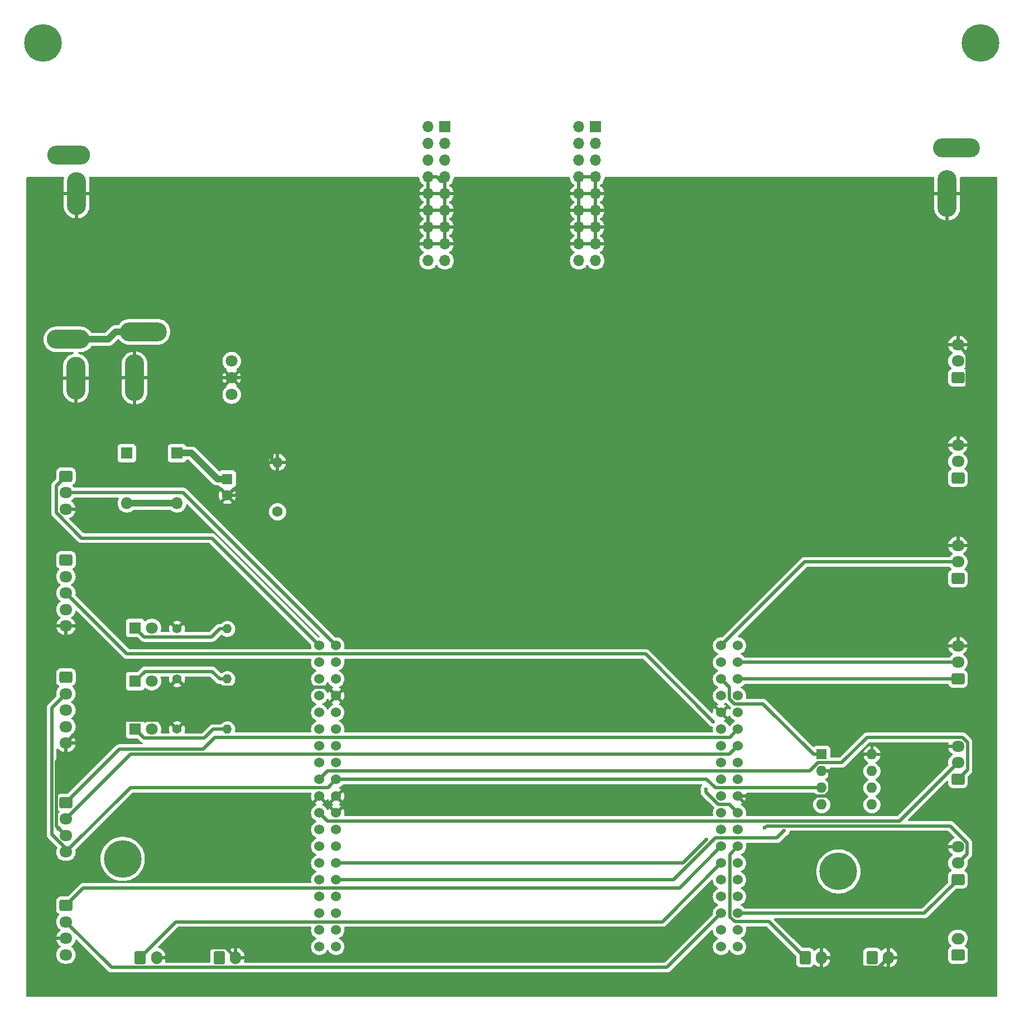
<source format=gbr>
G04 #@! TF.GenerationSoftware,KiCad,Pcbnew,7.0.2*
G04 #@! TF.CreationDate,2023-07-27T23:27:06+09:00*
G04 #@! TF.ProjectId,undercarriage_system,756e6465-7263-4617-9272-696167655f73,rev?*
G04 #@! TF.SameCoordinates,Original*
G04 #@! TF.FileFunction,Copper,L1,Top*
G04 #@! TF.FilePolarity,Positive*
%FSLAX46Y46*%
G04 Gerber Fmt 4.6, Leading zero omitted, Abs format (unit mm)*
G04 Created by KiCad (PCBNEW 7.0.2) date 2023-07-27 23:27:06*
%MOMM*%
%LPD*%
G01*
G04 APERTURE LIST*
G04 Aperture macros list*
%AMRoundRect*
0 Rectangle with rounded corners*
0 $1 Rounding radius*
0 $2 $3 $4 $5 $6 $7 $8 $9 X,Y pos of 4 corners*
0 Add a 4 corners polygon primitive as box body*
4,1,4,$2,$3,$4,$5,$6,$7,$8,$9,$2,$3,0*
0 Add four circle primitives for the rounded corners*
1,1,$1+$1,$2,$3*
1,1,$1+$1,$4,$5*
1,1,$1+$1,$6,$7*
1,1,$1+$1,$8,$9*
0 Add four rect primitives between the rounded corners*
20,1,$1+$1,$2,$3,$4,$5,0*
20,1,$1+$1,$4,$5,$6,$7,0*
20,1,$1+$1,$6,$7,$8,$9,0*
20,1,$1+$1,$8,$9,$2,$3,0*%
G04 Aperture macros list end*
G04 #@! TA.AperFunction,ComponentPad*
%ADD10C,5.700000*%
G04 #@! TD*
G04 #@! TA.AperFunction,ComponentPad*
%ADD11RoundRect,0.250000X-0.600000X-0.750000X0.600000X-0.750000X0.600000X0.750000X-0.600000X0.750000X0*%
G04 #@! TD*
G04 #@! TA.AperFunction,ComponentPad*
%ADD12O,1.700000X2.000000*%
G04 #@! TD*
G04 #@! TA.AperFunction,ComponentPad*
%ADD13R,1.600000X1.600000*%
G04 #@! TD*
G04 #@! TA.AperFunction,ComponentPad*
%ADD14C,1.600000*%
G04 #@! TD*
G04 #@! TA.AperFunction,ComponentPad*
%ADD15C,1.800000*%
G04 #@! TD*
G04 #@! TA.AperFunction,ComponentPad*
%ADD16R,1.700000X1.700000*%
G04 #@! TD*
G04 #@! TA.AperFunction,ComponentPad*
%ADD17O,1.700000X1.700000*%
G04 #@! TD*
G04 #@! TA.AperFunction,ComponentPad*
%ADD18RoundRect,0.250000X0.725000X-0.600000X0.725000X0.600000X-0.725000X0.600000X-0.725000X-0.600000X0*%
G04 #@! TD*
G04 #@! TA.AperFunction,ComponentPad*
%ADD19O,1.950000X1.700000*%
G04 #@! TD*
G04 #@! TA.AperFunction,ComponentPad*
%ADD20R,1.800000X1.800000*%
G04 #@! TD*
G04 #@! TA.AperFunction,ComponentPad*
%ADD21O,1.800000X1.800000*%
G04 #@! TD*
G04 #@! TA.AperFunction,ComponentPad*
%ADD22O,7.100000X2.900000*%
G04 #@! TD*
G04 #@! TA.AperFunction,ComponentPad*
%ADD23O,2.900000X7.100000*%
G04 #@! TD*
G04 #@! TA.AperFunction,ComponentPad*
%ADD24RoundRect,0.250000X-0.725000X0.600000X-0.725000X-0.600000X0.725000X-0.600000X0.725000X0.600000X0*%
G04 #@! TD*
G04 #@! TA.AperFunction,ComponentPad*
%ADD25O,6.500000X2.900000*%
G04 #@! TD*
G04 #@! TA.AperFunction,ComponentPad*
%ADD26O,2.900000X6.500000*%
G04 #@! TD*
G04 #@! TA.AperFunction,ComponentPad*
%ADD27C,1.524000*%
G04 #@! TD*
G04 #@! TA.AperFunction,ComponentPad*
%ADD28O,1.600000X1.600000*%
G04 #@! TD*
G04 #@! TA.AperFunction,ComponentPad*
%ADD29RoundRect,0.250000X0.750000X-0.600000X0.750000X0.600000X-0.750000X0.600000X-0.750000X-0.600000X0*%
G04 #@! TD*
G04 #@! TA.AperFunction,ComponentPad*
%ADD30O,2.000000X1.700000*%
G04 #@! TD*
G04 #@! TA.AperFunction,ComponentPad*
%ADD31C,1.400000*%
G04 #@! TD*
G04 #@! TA.AperFunction,ComponentPad*
%ADD32O,1.400000X1.400000*%
G04 #@! TD*
G04 #@! TA.AperFunction,ViaPad*
%ADD33C,0.600000*%
G04 #@! TD*
G04 #@! TA.AperFunction,Conductor*
%ADD34C,0.500000*%
G04 #@! TD*
G04 #@! TA.AperFunction,Conductor*
%ADD35C,1.000000*%
G04 #@! TD*
G04 APERTURE END LIST*
D10*
X138430000Y-143510000D03*
X29845000Y-141605000D03*
X160020000Y-17780000D03*
X17780000Y-17780000D03*
D11*
X44470000Y-156570000D03*
D12*
X46970000Y-156570000D03*
D13*
X45720000Y-83920000D03*
D14*
X45720000Y-86420000D03*
D15*
X46380000Y-66040000D03*
X46380000Y-68580000D03*
X46380000Y-71120000D03*
D16*
X78740000Y-30480000D03*
D17*
X76200000Y-30480000D03*
X78740000Y-33020000D03*
X76200000Y-33020000D03*
X78740000Y-35560000D03*
X76200000Y-35560000D03*
X78740000Y-38100000D03*
X76200000Y-38100000D03*
X78740000Y-40640000D03*
X76200000Y-40640000D03*
X78740000Y-43180000D03*
X76200000Y-43180000D03*
X78740000Y-45720000D03*
X76200000Y-45720000D03*
X78740000Y-48260000D03*
X76200000Y-48260000D03*
X78740000Y-50800000D03*
X76200000Y-50800000D03*
D11*
X32480000Y-156570000D03*
D12*
X34980000Y-156570000D03*
D16*
X101600000Y-30480000D03*
D17*
X99060000Y-30480000D03*
X101600000Y-33020000D03*
X99060000Y-33020000D03*
X101600000Y-35560000D03*
X99060000Y-35560000D03*
X101600000Y-38100000D03*
X99060000Y-38100000D03*
X101600000Y-40640000D03*
X99060000Y-40640000D03*
X101600000Y-43180000D03*
X99060000Y-43180000D03*
X101600000Y-45720000D03*
X99060000Y-45720000D03*
X101600000Y-48260000D03*
X99060000Y-48260000D03*
X101600000Y-50800000D03*
X99060000Y-50800000D03*
D18*
X156570000Y-144740000D03*
D19*
X156570000Y-142240000D03*
X156570000Y-139740000D03*
D20*
X38100000Y-80010000D03*
D21*
X38100000Y-87630000D03*
D22*
X156315000Y-33640000D03*
D23*
X154940000Y-40640000D03*
D22*
X33020000Y-61590000D03*
D23*
X31645000Y-68590000D03*
D20*
X31750000Y-106535000D03*
D15*
X34290000Y-106535000D03*
D18*
X156570000Y-68540000D03*
D19*
X156570000Y-66040000D03*
X156570000Y-63540000D03*
D18*
X156570000Y-83780000D03*
D19*
X156570000Y-81280000D03*
X156570000Y-78780000D03*
D11*
X133370000Y-156570000D03*
D12*
X135870000Y-156570000D03*
D24*
X21230000Y-114020000D03*
D19*
X21230000Y-116520000D03*
X21230000Y-119020000D03*
X21230000Y-121520000D03*
X21230000Y-124020000D03*
D18*
X156570000Y-99020000D03*
D19*
X156570000Y-96520000D03*
X156570000Y-94020000D03*
D24*
X21230000Y-133050000D03*
D19*
X21230000Y-135550000D03*
X21230000Y-138050000D03*
X21230000Y-140550000D03*
D25*
X21685000Y-34740000D03*
D26*
X22860000Y-40640000D03*
D27*
X59690000Y-109220000D03*
X62230000Y-109220000D03*
X59690000Y-111760000D03*
X62230000Y-111760000D03*
X59690000Y-114300000D03*
X62230000Y-114300000D03*
X59690000Y-116840000D03*
X62230000Y-116840000D03*
X59690000Y-119380000D03*
X62230000Y-119380000D03*
X59690000Y-121920000D03*
X62230000Y-121920000D03*
X59690000Y-124460000D03*
X62230000Y-124460000D03*
X59690000Y-127000000D03*
X62230000Y-127000000D03*
X59690000Y-129540000D03*
X62230000Y-129540000D03*
X59690000Y-132080000D03*
X62230000Y-132080000D03*
X59690000Y-134620000D03*
X62230000Y-134620000D03*
X59690000Y-137160000D03*
X62230000Y-137160000D03*
X59690000Y-139700000D03*
X62230000Y-139700000D03*
X59690000Y-142240000D03*
X62230000Y-142240000D03*
X59690000Y-144780000D03*
X62230000Y-144780000D03*
X59690000Y-147320000D03*
X62230000Y-147320000D03*
X59690000Y-149860000D03*
X62230000Y-149860000D03*
X59690000Y-152400000D03*
X62230000Y-152400000D03*
X59690000Y-154940000D03*
X62230000Y-154940000D03*
X120650000Y-109220000D03*
X123190000Y-109220000D03*
X120650000Y-111760000D03*
X123190000Y-111760000D03*
X120650000Y-114300000D03*
X123190000Y-114300000D03*
X120650000Y-116840000D03*
X123190000Y-116840000D03*
X120650000Y-119380000D03*
X123190000Y-119380000D03*
X120650000Y-121920000D03*
X123190000Y-121920000D03*
X120650000Y-124460000D03*
X123190000Y-124460000D03*
X120650000Y-127000000D03*
X123190000Y-127000000D03*
X120650000Y-129540000D03*
X123190000Y-129540000D03*
X120650000Y-132080000D03*
X123190000Y-132080000D03*
X120650000Y-134620000D03*
X123190000Y-134620000D03*
X120650000Y-137160000D03*
X123190000Y-137160000D03*
X120650000Y-139700000D03*
X123190000Y-139700000D03*
X120650000Y-142240000D03*
X123190000Y-142240000D03*
X120650000Y-144780000D03*
X123190000Y-144780000D03*
X120650000Y-147320000D03*
X123190000Y-147320000D03*
X120650000Y-149860000D03*
X123190000Y-149860000D03*
X120650000Y-152400000D03*
X123190000Y-152400000D03*
X120650000Y-154940000D03*
X123190000Y-154940000D03*
D14*
X53340000Y-88900000D03*
D28*
X53340000Y-81400000D03*
D20*
X31750000Y-114625000D03*
D15*
X34290000Y-114625000D03*
D29*
X156570000Y-156190000D03*
D30*
X156570000Y-153690000D03*
D24*
X21230000Y-148650000D03*
D19*
X21230000Y-151150000D03*
X21230000Y-153650000D03*
X21230000Y-156150000D03*
D18*
X156570000Y-129500000D03*
D19*
X156570000Y-127000000D03*
X156570000Y-124500000D03*
D31*
X38100000Y-106680000D03*
D32*
X45720000Y-106680000D03*
D24*
X21230000Y-83500000D03*
D19*
X21230000Y-86000000D03*
X21230000Y-88500000D03*
D20*
X31750000Y-121920000D03*
D15*
X34290000Y-121920000D03*
D24*
X21230000Y-96240000D03*
D19*
X21230000Y-98740000D03*
X21230000Y-101240000D03*
X21230000Y-103740000D03*
X21230000Y-106240000D03*
D31*
X38100000Y-121920000D03*
D32*
X45720000Y-121920000D03*
D18*
X156570000Y-114260000D03*
D19*
X156570000Y-111760000D03*
X156570000Y-109260000D03*
D25*
X21590000Y-62740000D03*
D26*
X22765000Y-68640000D03*
D31*
X38100000Y-114300000D03*
D32*
X45720000Y-114300000D03*
D11*
X143530000Y-156570000D03*
D12*
X146030000Y-156570000D03*
D20*
X30480000Y-80010000D03*
D21*
X30480000Y-87630000D03*
D13*
X135900000Y-125740000D03*
D28*
X135900000Y-128280000D03*
X135900000Y-130820000D03*
X135900000Y-133360000D03*
X143520000Y-133360000D03*
X143520000Y-130820000D03*
X143520000Y-128280000D03*
X143520000Y-125740000D03*
D33*
X118425300Y-138659800D03*
X130201500Y-137333100D03*
X119404200Y-120746100D03*
X127256400Y-136852100D03*
X118322500Y-131038400D03*
D34*
X78740000Y-45720000D02*
X77500300Y-45720000D01*
X139729700Y-128280000D02*
X142269700Y-125740000D01*
X52089700Y-81400000D02*
X47069700Y-86420000D01*
X143520000Y-125740000D02*
X142269700Y-125740000D01*
X45518700Y-155118700D02*
X37731600Y-155118700D01*
X38100000Y-121920000D02*
X36749600Y-120569600D01*
X21230000Y-124020000D02*
X21230000Y-125320300D01*
X78740000Y-45720000D02*
X78740000Y-43180000D01*
X99060000Y-38100000D02*
X101600000Y-38100000D01*
X157996400Y-76053300D02*
X156570000Y-77479700D01*
X46970000Y-156570000D02*
X45518700Y-155118700D01*
X78740000Y-38750100D02*
X78150400Y-38750100D01*
X101600000Y-43180000D02*
X100360300Y-43180000D01*
X146030000Y-156570000D02*
X144578700Y-158021300D01*
X36749600Y-120569600D02*
X24680400Y-120569600D01*
X52457100Y-68580000D02*
X52457100Y-81400000D01*
X39370000Y-115570000D02*
X36749600Y-118190400D01*
X31645000Y-68590000D02*
X29744700Y-68590000D01*
X78740000Y-40640000D02*
X78740000Y-39400300D01*
X138621600Y-158021300D02*
X137170300Y-156570000D01*
X52457100Y-68580000D02*
X46380000Y-68580000D01*
X54579700Y-68580000D02*
X52457100Y-68580000D01*
X34980000Y-156570000D02*
X36280300Y-156570000D01*
X99060000Y-43180000D02*
X100360300Y-43180000D01*
X38100000Y-114300000D02*
X39370000Y-115570000D01*
X76200000Y-48260000D02*
X74899700Y-48260000D01*
X99060000Y-48260000D02*
X97759700Y-48260000D01*
X47069700Y-86420000D02*
X45720000Y-86420000D01*
X60960000Y-115570000D02*
X62230000Y-116840000D01*
X19782500Y-126767800D02*
X21230000Y-125320300D01*
X99060000Y-45720000D02*
X100360300Y-45720000D01*
X39370000Y-115570000D02*
X60960000Y-115570000D01*
X76200000Y-43180000D02*
X77500300Y-43180000D01*
X78740000Y-48260000D02*
X78740000Y-47020300D01*
X37731600Y-155118700D02*
X36280300Y-156570000D01*
X24680400Y-120569600D02*
X21230000Y-124020000D01*
X78740000Y-38750100D02*
X78740000Y-39400300D01*
X76200000Y-45720000D02*
X77500300Y-45720000D01*
X78740000Y-46370100D02*
X78740000Y-47020300D01*
X78150400Y-38750100D02*
X77500300Y-38100000D01*
X24680400Y-120569600D02*
X24680400Y-110990700D01*
X99060000Y-40640000D02*
X101600000Y-40640000D01*
X31645000Y-68590000D02*
X33545300Y-68590000D01*
X22765000Y-68640000D02*
X29694700Y-68640000D01*
X137157500Y-128280000D02*
X137157500Y-131349000D01*
X156570000Y-63540000D02*
X157996400Y-64966400D01*
X74899700Y-48260000D02*
X54579700Y-68580000D01*
X101600000Y-45720000D02*
X101600000Y-43180000D01*
X33555300Y-68580000D02*
X33545300Y-68590000D01*
X46380000Y-68580000D02*
X33555300Y-68580000D01*
X136426500Y-132080000D02*
X123190000Y-132080000D01*
X137157500Y-131349000D02*
X136426500Y-132080000D01*
X29694700Y-68640000D02*
X29744700Y-68590000D01*
X78740000Y-48260000D02*
X97759700Y-48260000D01*
X78740000Y-43180000D02*
X77500300Y-43180000D01*
X137157500Y-128280000D02*
X139729700Y-128280000D01*
X76200000Y-40640000D02*
X78740000Y-40640000D01*
X76200000Y-38100000D02*
X77500300Y-38100000D01*
X101600000Y-40640000D02*
X154940000Y-40640000D01*
X101600000Y-46370100D02*
X101600000Y-45720000D01*
X135870000Y-156570000D02*
X137170300Y-156570000D01*
X36749600Y-118190400D02*
X36749600Y-120569600D01*
X144578700Y-158021300D02*
X138621600Y-158021300D01*
X24680400Y-110990700D02*
X21230000Y-107540300D01*
X21230000Y-106240000D02*
X21230000Y-107540300D01*
X78740000Y-48260000D02*
X76200000Y-48260000D01*
X78740000Y-38100000D02*
X78740000Y-38750100D01*
X78740000Y-46370100D02*
X78740000Y-45720000D01*
X157996400Y-64966400D02*
X157996400Y-76053300D01*
X21230000Y-138050000D02*
X19782500Y-136602500D01*
X52457100Y-81400000D02*
X52089700Y-81400000D01*
X53340000Y-81400000D02*
X52457100Y-81400000D01*
X135900000Y-128280000D02*
X137157500Y-128280000D01*
X101600000Y-45720000D02*
X100360300Y-45720000D01*
X101600000Y-46370100D02*
X101600000Y-47020300D01*
X156570000Y-78780000D02*
X156570000Y-77479700D01*
X101600000Y-48260000D02*
X101600000Y-47020300D01*
X101600000Y-48260000D02*
X99060000Y-48260000D01*
X19782500Y-136602500D02*
X19782500Y-126767800D01*
X33109400Y-123279400D02*
X31750000Y-121920000D01*
X44569700Y-121920000D02*
X43579300Y-121920000D01*
X45720000Y-121920000D02*
X44569700Y-121920000D01*
X43579300Y-121920000D02*
X42219900Y-123279400D01*
X42219900Y-123279400D02*
X33109400Y-123279400D01*
X44569700Y-114300000D02*
X43418600Y-113148900D01*
X43418600Y-113148900D02*
X33226100Y-113148900D01*
X45720000Y-114300000D02*
X44569700Y-114300000D01*
X33226100Y-113148900D02*
X31750000Y-114625000D01*
X44569700Y-106680000D02*
X43354100Y-107895600D01*
X45720000Y-106680000D02*
X44569700Y-106680000D01*
X43354100Y-107895600D02*
X33110600Y-107895600D01*
X33110600Y-107895600D02*
X31750000Y-106535000D01*
D35*
X33020000Y-61590000D02*
X28769700Y-61590000D01*
X27619700Y-62740000D02*
X28769700Y-61590000D01*
X21590000Y-62740000D02*
X27619700Y-62740000D01*
X40309700Y-80010000D02*
X44219700Y-83920000D01*
X38100000Y-80010000D02*
X40309700Y-80010000D01*
X45720000Y-83920000D02*
X44219700Y-83920000D01*
X30480000Y-87630000D02*
X38100000Y-87630000D01*
D34*
X134649700Y-125740000D02*
X126962100Y-118052400D01*
X121920000Y-117318700D02*
X121920000Y-115570000D01*
X122653700Y-118052400D02*
X121920000Y-117318700D01*
X121920000Y-115570000D02*
X120650000Y-114300000D01*
X126962100Y-118052400D02*
X122653700Y-118052400D01*
X135900000Y-125740000D02*
X134649700Y-125740000D01*
X118452500Y-129540000D02*
X119732500Y-130820000D01*
X21487800Y-140292200D02*
X19066600Y-137871000D01*
X19066600Y-137871000D02*
X19066600Y-118683400D01*
X21487800Y-140292200D02*
X21230000Y-140550000D01*
X19066600Y-118683400D02*
X21230000Y-116520000D01*
X61017600Y-130752400D02*
X31027600Y-130752400D01*
X62230000Y-129540000D02*
X61017600Y-130752400D01*
X31027600Y-130752400D02*
X21487800Y-140292200D01*
X119732500Y-130820000D02*
X135900000Y-130820000D01*
X62230000Y-129540000D02*
X118452500Y-129540000D01*
X43363900Y-92893900D02*
X59690000Y-109220000D01*
X23604900Y-92893900D02*
X43363900Y-92893900D01*
X19751500Y-84978500D02*
X19751500Y-89040500D01*
X19751500Y-89040500D02*
X23604900Y-92893900D01*
X21230000Y-83500000D02*
X19751500Y-84978500D01*
X39010000Y-86000000D02*
X21230000Y-86000000D01*
X62230000Y-109220000D02*
X39010000Y-86000000D01*
X158004200Y-123906100D02*
X157251300Y-123153200D01*
X135389400Y-126990400D02*
X134109800Y-128270000D01*
X158004200Y-128065800D02*
X158004200Y-123906100D01*
X156570000Y-129500000D02*
X158004200Y-128065800D01*
X134109800Y-128270000D02*
X60960000Y-128270000D01*
X142779200Y-123153200D02*
X138942000Y-126990400D01*
X157251300Y-123153200D02*
X142779200Y-123153200D01*
X60960000Y-128270000D02*
X59690000Y-129540000D01*
X138942000Y-126990400D02*
X135389400Y-126990400D01*
X59690000Y-134620000D02*
X60906700Y-135836700D01*
X147733300Y-135836700D02*
X156570000Y-127000000D01*
X60906700Y-135836700D02*
X147733300Y-135836700D01*
X114845100Y-142240000D02*
X118425300Y-138659800D01*
X62230000Y-142240000D02*
X114845100Y-142240000D01*
X62230000Y-144780000D02*
X113437900Y-144780000D01*
X113437900Y-144780000D02*
X119787800Y-138430100D01*
X119787800Y-138430100D02*
X129104500Y-138430100D01*
X129104500Y-138430100D02*
X130201500Y-137333100D01*
X120650000Y-109220000D02*
X133350000Y-96520000D01*
X133350000Y-96520000D02*
X156570000Y-96520000D01*
X123190000Y-111760000D02*
X156570000Y-111760000D01*
X123230000Y-114260000D02*
X156570000Y-114260000D01*
X123190000Y-114300000D02*
X123230000Y-114260000D01*
X121977700Y-123132300D02*
X43852500Y-123132300D01*
X42022800Y-124962000D02*
X29318000Y-124962000D01*
X123190000Y-121920000D02*
X121977700Y-123132300D01*
X43852500Y-123132300D02*
X42022800Y-124962000D01*
X29318000Y-124962000D02*
X21230000Y-133050000D01*
X109148100Y-110490000D02*
X30480000Y-110490000D01*
X119404200Y-120746100D02*
X109148100Y-110490000D01*
X30480000Y-110490000D02*
X21230000Y-101240000D01*
X123190000Y-124460000D02*
X121920000Y-125730000D01*
X31050000Y-125730000D02*
X21230000Y-135550000D01*
X121920000Y-125730000D02*
X31050000Y-125730000D01*
X155386100Y-136582800D02*
X127525700Y-136582800D01*
X157996600Y-140813400D02*
X157996600Y-139193300D01*
X127525700Y-136582800D02*
X127256400Y-136852100D01*
X157996600Y-139193300D02*
X155386100Y-136582800D01*
X156570000Y-142240000D02*
X157996600Y-140813400D01*
X123190000Y-134620000D02*
X121920000Y-133350000D01*
X118322500Y-131467400D02*
X118322500Y-131038400D01*
X120205100Y-133350000D02*
X118322500Y-131467400D01*
X121920000Y-133350000D02*
X120205100Y-133350000D01*
X23886500Y-145993500D02*
X21230000Y-148650000D01*
X114356500Y-145993500D02*
X23886500Y-145993500D01*
X120650000Y-139700000D02*
X114356500Y-145993500D01*
X127930000Y-151130000D02*
X133370000Y-156570000D01*
X122711300Y-151130000D02*
X127930000Y-151130000D01*
X121977600Y-150396300D02*
X122711300Y-151130000D01*
X123190000Y-139700000D02*
X121977600Y-140912400D01*
X121977600Y-140912400D02*
X121977600Y-150396300D01*
X120650000Y-142240000D02*
X111740000Y-151150000D01*
X111740000Y-151150000D02*
X37900000Y-151150000D01*
X37900000Y-151150000D02*
X32480000Y-156570000D01*
X112437700Y-158072300D02*
X28152300Y-158072300D01*
X120650000Y-149860000D02*
X112437700Y-158072300D01*
X28152300Y-158072300D02*
X21230000Y-151150000D01*
X151450000Y-149860000D02*
X156570000Y-144740000D01*
X123190000Y-149860000D02*
X151450000Y-149860000D01*
G04 #@! TA.AperFunction,Conductor*
G36*
X119308658Y-144745222D02*
G01*
X119364591Y-144787094D01*
X119388852Y-144850596D01*
X119401929Y-145000065D01*
X119459106Y-145213451D01*
X119507981Y-145318263D01*
X119552466Y-145413662D01*
X119679174Y-145594620D01*
X119835380Y-145750826D01*
X120016338Y-145877534D01*
X120072900Y-145903909D01*
X120145189Y-145937618D01*
X120197628Y-145983790D01*
X120216780Y-146050984D01*
X120196564Y-146117865D01*
X120145189Y-146162382D01*
X120016338Y-146222466D01*
X119835379Y-146349174D01*
X119679174Y-146505379D01*
X119552466Y-146686338D01*
X119459106Y-146886548D01*
X119401929Y-147099934D01*
X119382676Y-147320000D01*
X119401929Y-147540065D01*
X119459106Y-147753451D01*
X119492382Y-147824811D01*
X119552466Y-147953662D01*
X119679174Y-148134620D01*
X119835380Y-148290826D01*
X120016338Y-148417534D01*
X120072900Y-148443909D01*
X120145189Y-148477618D01*
X120197628Y-148523790D01*
X120216780Y-148590984D01*
X120196564Y-148657865D01*
X120145189Y-148702382D01*
X120016338Y-148762466D01*
X119835379Y-148889174D01*
X119679174Y-149045379D01*
X119552466Y-149226338D01*
X119459106Y-149426548D01*
X119401929Y-149639934D01*
X119382676Y-149860000D01*
X119394205Y-149991785D01*
X119380438Y-150060285D01*
X119358358Y-150090272D01*
X112163151Y-157285481D01*
X112101828Y-157318966D01*
X112075470Y-157321800D01*
X48367971Y-157321800D01*
X48300932Y-157302115D01*
X48255177Y-157249311D01*
X48245233Y-157180153D01*
X48248196Y-157165706D01*
X48304569Y-156955318D01*
X48316407Y-156820000D01*
X47403686Y-156820000D01*
X47429493Y-156779844D01*
X47470000Y-156641889D01*
X47470000Y-156498111D01*
X47429493Y-156360156D01*
X47403686Y-156320000D01*
X48316407Y-156320000D01*
X48316407Y-156319999D01*
X48304569Y-156184681D01*
X48243430Y-155956507D01*
X48143599Y-155742421D01*
X48008109Y-155548921D01*
X47841081Y-155381893D01*
X47647576Y-155246399D01*
X47433492Y-155146569D01*
X47220000Y-155089364D01*
X47220000Y-156134498D01*
X47112315Y-156085320D01*
X47005763Y-156070000D01*
X46934237Y-156070000D01*
X46827685Y-156085320D01*
X46719999Y-156134498D01*
X46719999Y-155089364D01*
X46506507Y-155146569D01*
X46292421Y-155246400D01*
X46098924Y-155381888D01*
X45951668Y-155529144D01*
X45890345Y-155562628D01*
X45820653Y-155557644D01*
X45764720Y-155515772D01*
X45758448Y-155506558D01*
X45662711Y-155351342D01*
X45538657Y-155227288D01*
X45389334Y-155135186D01*
X45222797Y-155080000D01*
X45123141Y-155069819D01*
X45123122Y-155069818D01*
X45120009Y-155069500D01*
X45116860Y-155069500D01*
X43823140Y-155069500D01*
X43823120Y-155069500D01*
X43819992Y-155069501D01*
X43816860Y-155069820D01*
X43816858Y-155069821D01*
X43717203Y-155080000D01*
X43550665Y-155135186D01*
X43401342Y-155227288D01*
X43277288Y-155351342D01*
X43185186Y-155500665D01*
X43130000Y-155667202D01*
X43119819Y-155766858D01*
X43119817Y-155766878D01*
X43119500Y-155769991D01*
X43119500Y-156498111D01*
X43119501Y-157197800D01*
X43099816Y-157264839D01*
X43047013Y-157310594D01*
X42995501Y-157321800D01*
X36377971Y-157321800D01*
X36310932Y-157302115D01*
X36265177Y-157249311D01*
X36255233Y-157180153D01*
X36258196Y-157165706D01*
X36314569Y-156955318D01*
X36326407Y-156820000D01*
X35413686Y-156820000D01*
X35439493Y-156779844D01*
X35480000Y-156641889D01*
X35480000Y-156498111D01*
X35439493Y-156360156D01*
X35413686Y-156320000D01*
X36326407Y-156320000D01*
X36326407Y-156319999D01*
X36314569Y-156184681D01*
X36253430Y-155956507D01*
X36153599Y-155742421D01*
X36018109Y-155548921D01*
X35851081Y-155381893D01*
X35657576Y-155246399D01*
X35443492Y-155146569D01*
X35273412Y-155100996D01*
X35213752Y-155064631D01*
X35183223Y-155001784D01*
X35191518Y-154932408D01*
X35217820Y-154893546D01*
X38174548Y-151936819D01*
X38235871Y-151903334D01*
X38262229Y-151900500D01*
X58355204Y-151900500D01*
X58422243Y-151920185D01*
X58467998Y-151972989D01*
X58477942Y-152042147D01*
X58474979Y-152056594D01*
X58441929Y-152179934D01*
X58422676Y-152400000D01*
X58441929Y-152620065D01*
X58499106Y-152833451D01*
X58532382Y-152904811D01*
X58592466Y-153033662D01*
X58719174Y-153214620D01*
X58875380Y-153370826D01*
X59056338Y-153497534D01*
X59113095Y-153524000D01*
X59185189Y-153557618D01*
X59237628Y-153603790D01*
X59256780Y-153670984D01*
X59236564Y-153737865D01*
X59185189Y-153782382D01*
X59056338Y-153842466D01*
X58875379Y-153969174D01*
X58719174Y-154125379D01*
X58592466Y-154306338D01*
X58499106Y-154506548D01*
X58441929Y-154719934D01*
X58422676Y-154940000D01*
X58441929Y-155160065D01*
X58499106Y-155373451D01*
X58571707Y-155529144D01*
X58592466Y-155573662D01*
X58719174Y-155754620D01*
X58875380Y-155910826D01*
X59056338Y-156037534D01*
X59256550Y-156130894D01*
X59469932Y-156188070D01*
X59616643Y-156200905D01*
X59689999Y-156207323D01*
X59689999Y-156207322D01*
X59690000Y-156207323D01*
X59910068Y-156188070D01*
X60123450Y-156130894D01*
X60323662Y-156037534D01*
X60504620Y-155910826D01*
X60660826Y-155754620D01*
X60787534Y-155573662D01*
X60847617Y-155444811D01*
X60893790Y-155392372D01*
X60960984Y-155373220D01*
X61027865Y-155393436D01*
X61072382Y-155444811D01*
X61132466Y-155573662D01*
X61259174Y-155754620D01*
X61415380Y-155910826D01*
X61596338Y-156037534D01*
X61796550Y-156130894D01*
X62009932Y-156188070D01*
X62230000Y-156207323D01*
X62450068Y-156188070D01*
X62663450Y-156130894D01*
X62863662Y-156037534D01*
X63044620Y-155910826D01*
X63200826Y-155754620D01*
X63327534Y-155573662D01*
X63420894Y-155373450D01*
X63478070Y-155160068D01*
X63497323Y-154940000D01*
X63478070Y-154719932D01*
X63420894Y-154506550D01*
X63327534Y-154306339D01*
X63200826Y-154125380D01*
X63044620Y-153969174D01*
X62863662Y-153842466D01*
X62734811Y-153782382D01*
X62682372Y-153736210D01*
X62663220Y-153669016D01*
X62683436Y-153602135D01*
X62734811Y-153557618D01*
X62740027Y-153555185D01*
X62863662Y-153497534D01*
X63044620Y-153370826D01*
X63200826Y-153214620D01*
X63327534Y-153033662D01*
X63420894Y-152833450D01*
X63478070Y-152620068D01*
X63497323Y-152400000D01*
X63478070Y-152179932D01*
X63445021Y-152056592D01*
X63446684Y-151986744D01*
X63485846Y-151928882D01*
X63550074Y-151901377D01*
X63564796Y-151900500D01*
X111676294Y-151900500D01*
X111694264Y-151901809D01*
X111698320Y-151902402D01*
X111718023Y-151905289D01*
X111767368Y-151900972D01*
X111778176Y-151900500D01*
X111780100Y-151900500D01*
X111783709Y-151900500D01*
X111814550Y-151896894D01*
X111818031Y-151896539D01*
X111892797Y-151889999D01*
X111892797Y-151889998D01*
X111894052Y-151889889D01*
X111913062Y-151885674D01*
X111914250Y-151885241D01*
X111914255Y-151885241D01*
X111984820Y-151859557D01*
X111988095Y-151858419D01*
X112059334Y-151834814D01*
X112059336Y-151834812D01*
X112060536Y-151834415D01*
X112078063Y-151825929D01*
X112079112Y-151825238D01*
X112079117Y-151825237D01*
X112141806Y-151784005D01*
X112144798Y-151782099D01*
X112208656Y-151742712D01*
X112208656Y-151742711D01*
X112209729Y-151742050D01*
X112224824Y-151729753D01*
X112225692Y-151728832D01*
X112225696Y-151728830D01*
X112277184Y-151674254D01*
X112279630Y-151671736D01*
X119177645Y-144773721D01*
X119238966Y-144740238D01*
X119308658Y-144745222D01*
G37*
G04 #@! TD.AperFunction*
G04 #@! TA.AperFunction,Conductor*
G36*
X155090909Y-137352985D02*
G01*
X155111551Y-137369619D01*
X156011092Y-138269160D01*
X156044577Y-138330483D01*
X156039593Y-138400175D01*
X155997721Y-138456108D01*
X155975816Y-138469223D01*
X155767421Y-138566400D01*
X155573921Y-138701890D01*
X155406893Y-138868918D01*
X155271399Y-139062423D01*
X155171569Y-139276507D01*
X155114364Y-139489999D01*
X155114364Y-139490000D01*
X156166031Y-139490000D01*
X156133481Y-139540649D01*
X156095000Y-139671705D01*
X156095000Y-139808295D01*
X156133481Y-139939351D01*
X156166031Y-139990000D01*
X155114364Y-139990000D01*
X155171569Y-140203492D01*
X155271400Y-140417578D01*
X155406890Y-140611078D01*
X155573921Y-140778109D01*
X155731032Y-140888119D01*
X155774657Y-140942696D01*
X155781851Y-141012194D01*
X155750328Y-141074549D01*
X155731033Y-141091269D01*
X155573595Y-141201508D01*
X155406508Y-141368595D01*
X155406505Y-141368598D01*
X155406505Y-141368599D01*
X155366747Y-141425380D01*
X155270964Y-141562172D01*
X155171097Y-141776337D01*
X155109936Y-142004592D01*
X155089340Y-142239999D01*
X155109936Y-142475407D01*
X155171097Y-142703663D01*
X155270965Y-142917829D01*
X155406505Y-143111401D01*
X155553705Y-143258601D01*
X155587190Y-143319924D01*
X155582206Y-143389616D01*
X155540334Y-143445549D01*
X155531121Y-143451821D01*
X155376341Y-143547289D01*
X155252288Y-143671342D01*
X155160186Y-143820665D01*
X155105000Y-143987202D01*
X155094819Y-144086858D01*
X155094817Y-144086878D01*
X155094500Y-144089991D01*
X155094500Y-144093139D01*
X155094500Y-145102769D01*
X155074815Y-145169808D01*
X155058181Y-145190450D01*
X151175451Y-149073181D01*
X151114128Y-149106666D01*
X151087770Y-149109500D01*
X124270273Y-149109500D01*
X124203234Y-149089815D01*
X124168698Y-149056623D01*
X124160826Y-149045380D01*
X124004620Y-148889174D01*
X123823662Y-148762466D01*
X123694811Y-148702382D01*
X123642372Y-148656210D01*
X123623220Y-148589016D01*
X123643436Y-148522135D01*
X123694811Y-148477618D01*
X123700027Y-148475185D01*
X123823662Y-148417534D01*
X124004620Y-148290826D01*
X124160826Y-148134620D01*
X124287534Y-147953662D01*
X124380894Y-147753450D01*
X124438070Y-147540068D01*
X124457323Y-147320000D01*
X124438070Y-147099932D01*
X124380894Y-146886550D01*
X124287534Y-146686339D01*
X124160826Y-146505380D01*
X124004620Y-146349174D01*
X123823662Y-146222466D01*
X123694811Y-146162382D01*
X123642372Y-146116210D01*
X123623220Y-146049016D01*
X123643436Y-145982135D01*
X123694811Y-145937618D01*
X123705334Y-145932711D01*
X123823662Y-145877534D01*
X124004620Y-145750826D01*
X124160826Y-145594620D01*
X124287534Y-145413662D01*
X124380894Y-145213450D01*
X124438070Y-145000068D01*
X124457323Y-144780000D01*
X124438070Y-144559932D01*
X124380894Y-144346550D01*
X124287534Y-144146339D01*
X124160826Y-143965380D01*
X124004620Y-143809174D01*
X123823662Y-143682466D01*
X123694811Y-143622382D01*
X123642372Y-143576210D01*
X123623500Y-143510000D01*
X135074579Y-143510000D01*
X135074761Y-143513356D01*
X135094066Y-143869421D01*
X135094067Y-143869432D01*
X135094249Y-143872785D01*
X135094793Y-143876106D01*
X135094794Y-143876111D01*
X135142057Y-144164407D01*
X135153027Y-144231316D01*
X135250225Y-144581391D01*
X135251467Y-144584508D01*
X135251470Y-144584517D01*
X135357485Y-144850596D01*
X135384702Y-144918905D01*
X135554883Y-145239900D01*
X135758773Y-145540614D01*
X135993979Y-145817521D01*
X135996410Y-145819824D01*
X135996416Y-145819830D01*
X136057334Y-145877534D01*
X136257746Y-146067375D01*
X136546981Y-146287245D01*
X136858292Y-146474555D01*
X137188031Y-146627108D01*
X137532330Y-146743116D01*
X137887153Y-146821218D01*
X138248341Y-146860500D01*
X138251699Y-146860500D01*
X138608301Y-146860500D01*
X138611659Y-146860500D01*
X138972847Y-146821218D01*
X139327670Y-146743116D01*
X139671969Y-146627108D01*
X140001708Y-146474555D01*
X140313019Y-146287245D01*
X140602254Y-146067375D01*
X140866021Y-145817521D01*
X141101227Y-145540614D01*
X141305117Y-145239900D01*
X141475298Y-144918905D01*
X141609775Y-144581391D01*
X141706973Y-144231316D01*
X141765751Y-143872785D01*
X141785421Y-143510000D01*
X141765751Y-143147215D01*
X141706973Y-142788684D01*
X141609775Y-142438609D01*
X141475298Y-142101095D01*
X141305117Y-141780100D01*
X141101227Y-141479386D01*
X140922672Y-141269174D01*
X140868194Y-141205037D01*
X140868191Y-141205034D01*
X140866021Y-141202479D01*
X140863588Y-141200174D01*
X140863583Y-141200169D01*
X140704107Y-141049106D01*
X140602254Y-140952625D01*
X140539521Y-140904937D01*
X140402351Y-140800663D01*
X140313019Y-140732755D01*
X140310150Y-140731029D01*
X140310143Y-140731024D01*
X140004590Y-140547179D01*
X140004589Y-140547178D01*
X140001708Y-140545445D01*
X139908951Y-140502531D01*
X139675024Y-140394305D01*
X139675017Y-140394302D01*
X139671969Y-140392892D01*
X139496181Y-140333662D01*
X139330853Y-140277956D01*
X139330844Y-140277953D01*
X139327670Y-140276884D01*
X139324402Y-140276164D01*
X139324389Y-140276161D01*
X138976134Y-140199505D01*
X138976124Y-140199503D01*
X138972847Y-140198782D01*
X138611659Y-140159500D01*
X138248341Y-140159500D01*
X138245004Y-140159862D01*
X138245002Y-140159863D01*
X137890499Y-140198418D01*
X137890497Y-140198418D01*
X137887153Y-140198782D01*
X137883878Y-140199502D01*
X137883865Y-140199505D01*
X137535610Y-140276161D01*
X137535592Y-140276165D01*
X137532330Y-140276884D01*
X137529159Y-140277952D01*
X137529146Y-140277956D01*
X137191218Y-140391818D01*
X137191215Y-140391819D01*
X137188031Y-140392892D01*
X137184988Y-140394299D01*
X137184975Y-140394305D01*
X136861347Y-140544031D01*
X136861337Y-140544035D01*
X136858292Y-140545445D01*
X136855418Y-140547174D01*
X136855409Y-140547179D01*
X136549856Y-140731024D01*
X136549840Y-140731034D01*
X136546981Y-140732755D01*
X136544315Y-140734781D01*
X136544310Y-140734785D01*
X136260419Y-140950592D01*
X136260407Y-140950601D01*
X136257746Y-140952625D01*
X136255310Y-140954931D01*
X136255307Y-140954935D01*
X135996416Y-141200169D01*
X135996401Y-141200184D01*
X135993979Y-141202479D01*
X135991816Y-141205024D01*
X135991805Y-141205037D01*
X135760946Y-141476827D01*
X135760940Y-141476834D01*
X135758773Y-141479386D01*
X135756892Y-141482158D01*
X135756886Y-141482168D01*
X135557434Y-141776337D01*
X135554883Y-141780100D01*
X135553308Y-141783070D01*
X135553306Y-141783074D01*
X135386277Y-142098123D01*
X135386272Y-142098132D01*
X135384702Y-142101095D01*
X135383461Y-142104207D01*
X135383457Y-142104218D01*
X135251470Y-142435482D01*
X135251465Y-142435496D01*
X135250225Y-142438609D01*
X135249325Y-142441847D01*
X135249325Y-142441850D01*
X135179473Y-142693436D01*
X135153027Y-142788684D01*
X135152483Y-142792000D01*
X135152481Y-142792011D01*
X135100120Y-143111401D01*
X135094249Y-143147215D01*
X135094067Y-143150565D01*
X135094066Y-143150578D01*
X135074761Y-143506643D01*
X135074579Y-143510000D01*
X123623500Y-143510000D01*
X123623220Y-143509016D01*
X123643436Y-143442135D01*
X123694811Y-143397618D01*
X123711971Y-143389616D01*
X123823662Y-143337534D01*
X124004620Y-143210826D01*
X124160826Y-143054620D01*
X124287534Y-142873662D01*
X124380894Y-142673450D01*
X124438070Y-142460068D01*
X124457323Y-142240000D01*
X124438070Y-142019932D01*
X124380894Y-141806550D01*
X124287534Y-141606339D01*
X124160826Y-141425380D01*
X124004620Y-141269174D01*
X123823662Y-141142466D01*
X123694811Y-141082382D01*
X123642372Y-141036210D01*
X123623220Y-140969016D01*
X123643436Y-140902135D01*
X123694811Y-140857618D01*
X123718559Y-140846544D01*
X123823662Y-140797534D01*
X124004620Y-140670826D01*
X124160826Y-140514620D01*
X124287534Y-140333662D01*
X124380894Y-140133450D01*
X124438070Y-139920068D01*
X124457323Y-139700000D01*
X124438070Y-139479932D01*
X124399689Y-139336693D01*
X124401352Y-139266844D01*
X124440514Y-139208981D01*
X124504742Y-139181477D01*
X124519464Y-139180600D01*
X129040794Y-139180600D01*
X129058764Y-139181909D01*
X129062820Y-139182502D01*
X129082523Y-139185389D01*
X129131868Y-139181072D01*
X129142676Y-139180600D01*
X129144600Y-139180600D01*
X129148209Y-139180600D01*
X129179050Y-139176994D01*
X129182531Y-139176639D01*
X129257297Y-139170099D01*
X129257297Y-139170098D01*
X129258552Y-139169989D01*
X129277562Y-139165774D01*
X129278750Y-139165341D01*
X129278755Y-139165341D01*
X129349320Y-139139657D01*
X129352595Y-139138519D01*
X129423834Y-139114914D01*
X129423836Y-139114912D01*
X129425036Y-139114515D01*
X129442563Y-139106029D01*
X129443612Y-139105338D01*
X129443617Y-139105337D01*
X129506306Y-139064105D01*
X129509298Y-139062199D01*
X129573156Y-139022812D01*
X129573156Y-139022811D01*
X129574229Y-139022150D01*
X129589324Y-139009853D01*
X129590192Y-139008932D01*
X129590196Y-139008930D01*
X129641685Y-138954353D01*
X129644131Y-138951835D01*
X130509559Y-138086406D01*
X130539852Y-138067375D01*
X130539191Y-138066323D01*
X130604891Y-138025041D01*
X130703762Y-137962916D01*
X130831316Y-137835362D01*
X130927289Y-137682622D01*
X130986868Y-137512355D01*
X130994635Y-137443417D01*
X131021701Y-137379003D01*
X131079295Y-137339448D01*
X131117855Y-137333300D01*
X155023870Y-137333300D01*
X155090909Y-137352985D01*
G37*
G04 #@! TD.AperFunction*
G04 #@! TA.AperFunction,Conductor*
G36*
X20022303Y-136364777D02*
G01*
X20042668Y-136387358D01*
X20066505Y-136421401D01*
X20233599Y-136588495D01*
X20354919Y-136673444D01*
X20391032Y-136698730D01*
X20434657Y-136753307D01*
X20441851Y-136822805D01*
X20410328Y-136885160D01*
X20391033Y-136901880D01*
X20233918Y-137011893D01*
X20066891Y-137178920D01*
X20042674Y-137213506D01*
X19988097Y-137257130D01*
X19918598Y-137264322D01*
X19856244Y-137232799D01*
X19820831Y-137172569D01*
X19817100Y-137142381D01*
X19817100Y-136458490D01*
X19836785Y-136391451D01*
X19889589Y-136345696D01*
X19958747Y-136335752D01*
X20022303Y-136364777D01*
G37*
G04 #@! TD.AperFunction*
G04 #@! TA.AperFunction,Conductor*
G36*
X117705998Y-130310185D02*
G01*
X117751753Y-130362989D01*
X117761697Y-130432147D01*
X117732672Y-130495703D01*
X117726640Y-130502181D01*
X117692685Y-130536135D01*
X117596712Y-130688876D01*
X117596711Y-130688878D01*
X117540270Y-130850178D01*
X117537131Y-130859148D01*
X117516934Y-131038400D01*
X117537131Y-131217652D01*
X117565042Y-131297417D01*
X117572000Y-131338371D01*
X117572000Y-131403694D01*
X117570691Y-131421664D01*
X117567211Y-131445423D01*
X117571528Y-131494768D01*
X117572000Y-131505575D01*
X117572000Y-131511109D01*
X117572416Y-131514672D01*
X117572417Y-131514682D01*
X117575598Y-131541896D01*
X117575964Y-131545482D01*
X117582609Y-131621441D01*
X117586829Y-131640471D01*
X117587258Y-131641651D01*
X117587259Y-131641655D01*
X117612913Y-131712142D01*
X117614082Y-131715507D01*
X117638080Y-131787924D01*
X117646575Y-131805472D01*
X117688479Y-131869184D01*
X117690389Y-131872182D01*
X117722869Y-131924838D01*
X117730452Y-131937132D01*
X117742753Y-131952230D01*
X117743668Y-131953093D01*
X117743670Y-131953096D01*
X117769662Y-131977618D01*
X117798209Y-132004551D01*
X117800796Y-132007064D01*
X118707236Y-132913504D01*
X119572628Y-133778895D01*
X119606113Y-133840218D01*
X119601129Y-133909910D01*
X119586523Y-133937697D01*
X119552467Y-133986336D01*
X119459106Y-134186548D01*
X119401929Y-134399934D01*
X119382676Y-134620000D01*
X119401929Y-134840065D01*
X119401930Y-134840068D01*
X119424639Y-134924820D01*
X119426056Y-134930106D01*
X119424393Y-134999956D01*
X119385231Y-135057818D01*
X119321003Y-135085323D01*
X119306281Y-135086200D01*
X63573201Y-135086200D01*
X63506162Y-135066515D01*
X63460407Y-135013711D01*
X63450463Y-134944553D01*
X63453426Y-134930106D01*
X63477575Y-134839978D01*
X63496821Y-134620000D01*
X63477575Y-134400021D01*
X63420421Y-134186720D01*
X63327098Y-133986589D01*
X63281740Y-133921811D01*
X62614903Y-134588647D01*
X62614949Y-134588102D01*
X62583734Y-134464838D01*
X62514187Y-134358388D01*
X62413843Y-134280287D01*
X62293578Y-134239000D01*
X62257447Y-134239000D01*
X62928187Y-133568258D01*
X62863407Y-133522898D01*
X62733627Y-133462382D01*
X62681187Y-133416210D01*
X62662035Y-133349017D01*
X62682250Y-133282135D01*
X62733627Y-133237618D01*
X62863408Y-133177100D01*
X62928187Y-133131740D01*
X62257448Y-132461000D01*
X62261569Y-132461000D01*
X62355421Y-132445339D01*
X62467251Y-132384820D01*
X62553371Y-132291269D01*
X62604448Y-132174823D01*
X62610105Y-132106552D01*
X63281740Y-132778186D01*
X63327100Y-132713408D01*
X63420420Y-132513281D01*
X63477575Y-132299978D01*
X63496821Y-132080000D01*
X63477575Y-131860021D01*
X63420421Y-131646720D01*
X63327098Y-131446589D01*
X63281740Y-131381811D01*
X62614903Y-132048648D01*
X62614949Y-132048102D01*
X62583734Y-131924838D01*
X62514187Y-131818388D01*
X62413843Y-131740287D01*
X62293578Y-131699000D01*
X62257447Y-131699000D01*
X62928187Y-131028258D01*
X62863406Y-130982898D01*
X62734219Y-130922658D01*
X62681779Y-130876486D01*
X62662627Y-130809293D01*
X62682843Y-130742411D01*
X62734219Y-130697894D01*
X62753558Y-130688876D01*
X62863662Y-130637534D01*
X63044620Y-130510826D01*
X63200826Y-130354620D01*
X63208698Y-130343376D01*
X63263274Y-130299752D01*
X63310273Y-130290500D01*
X117638959Y-130290500D01*
X117705998Y-130310185D01*
G37*
G04 #@! TD.AperFunction*
G04 #@! TA.AperFunction,Conductor*
G36*
X155112594Y-123923385D02*
G01*
X155158349Y-123976189D01*
X155168293Y-124045347D01*
X155165330Y-124059794D01*
X155114364Y-124249999D01*
X155114364Y-124250000D01*
X156166031Y-124250000D01*
X156133481Y-124300649D01*
X156095000Y-124431705D01*
X156095000Y-124568295D01*
X156133481Y-124699351D01*
X156166031Y-124750000D01*
X155114364Y-124750000D01*
X155171569Y-124963492D01*
X155271400Y-125177578D01*
X155406890Y-125371078D01*
X155573921Y-125538109D01*
X155731032Y-125648119D01*
X155774657Y-125702696D01*
X155781851Y-125772194D01*
X155750328Y-125834549D01*
X155731033Y-125851268D01*
X155626904Y-125924181D01*
X155573595Y-125961508D01*
X155406508Y-126128595D01*
X155406505Y-126128598D01*
X155406505Y-126128599D01*
X155271136Y-126321927D01*
X155270964Y-126322172D01*
X155171097Y-126536337D01*
X155109936Y-126764592D01*
X155089340Y-127000000D01*
X155109936Y-127235405D01*
X155125914Y-127295035D01*
X155124251Y-127364885D01*
X155093820Y-127414810D01*
X147458751Y-135049881D01*
X147397428Y-135083366D01*
X147371070Y-135086200D01*
X124533719Y-135086200D01*
X124466680Y-135066515D01*
X124420925Y-135013711D01*
X124410981Y-134944553D01*
X124413944Y-134930106D01*
X124438070Y-134840068D01*
X124457323Y-134620000D01*
X124438070Y-134399932D01*
X124380894Y-134186550D01*
X124287534Y-133986339D01*
X124160826Y-133805380D01*
X124004620Y-133649174D01*
X123823662Y-133522466D01*
X123694218Y-133462105D01*
X123641779Y-133415932D01*
X123622627Y-133348739D01*
X123642843Y-133281858D01*
X123694220Y-133237340D01*
X123823411Y-133177098D01*
X123888186Y-133131740D01*
X123217446Y-132461000D01*
X123221569Y-132461000D01*
X123315421Y-132445339D01*
X123427251Y-132384820D01*
X123513371Y-132291269D01*
X123564448Y-132174823D01*
X123570105Y-132106551D01*
X124241740Y-132778186D01*
X124287100Y-132713408D01*
X124380420Y-132513281D01*
X124437575Y-132299978D01*
X124456821Y-132080000D01*
X124437575Y-131860021D01*
X124401824Y-131726594D01*
X124403487Y-131656744D01*
X124442649Y-131598881D01*
X124506878Y-131571377D01*
X124521599Y-131570500D01*
X134773337Y-131570500D01*
X134840376Y-131590185D01*
X134874912Y-131623377D01*
X134899953Y-131659140D01*
X135060859Y-131820046D01*
X135228077Y-131937132D01*
X135247266Y-131950568D01*
X135305275Y-131977618D01*
X135357714Y-132023791D01*
X135376865Y-132090985D01*
X135356649Y-132157866D01*
X135305275Y-132202382D01*
X135247263Y-132229433D01*
X135060859Y-132359953D01*
X134899953Y-132520859D01*
X134769432Y-132707264D01*
X134673261Y-132913502D01*
X134614364Y-133133310D01*
X134594531Y-133360000D01*
X134614364Y-133586689D01*
X134673261Y-133806497D01*
X134769432Y-134012735D01*
X134899953Y-134199140D01*
X135060859Y-134360046D01*
X135247264Y-134490567D01*
X135247265Y-134490567D01*
X135247266Y-134490568D01*
X135453504Y-134586739D01*
X135673308Y-134645635D01*
X135900000Y-134665468D01*
X136126692Y-134645635D01*
X136346496Y-134586739D01*
X136552734Y-134490568D01*
X136739139Y-134360047D01*
X136900047Y-134199139D01*
X137030568Y-134012734D01*
X137126739Y-133806496D01*
X137185635Y-133586692D01*
X137205468Y-133360000D01*
X142214531Y-133360000D01*
X142234364Y-133586689D01*
X142293261Y-133806497D01*
X142389432Y-134012735D01*
X142519953Y-134199140D01*
X142680859Y-134360046D01*
X142867264Y-134490567D01*
X142867265Y-134490567D01*
X142867266Y-134490568D01*
X143073504Y-134586739D01*
X143293308Y-134645635D01*
X143520000Y-134665468D01*
X143746692Y-134645635D01*
X143966496Y-134586739D01*
X144172734Y-134490568D01*
X144359139Y-134360047D01*
X144520047Y-134199139D01*
X144650568Y-134012734D01*
X144746739Y-133806496D01*
X144805635Y-133586692D01*
X144825468Y-133360000D01*
X144805635Y-133133308D01*
X144746739Y-132913504D01*
X144650568Y-132707266D01*
X144603441Y-132639960D01*
X144520046Y-132520859D01*
X144359140Y-132359953D01*
X144172733Y-132229431D01*
X144114725Y-132202382D01*
X144062285Y-132156210D01*
X144043133Y-132089017D01*
X144063348Y-132022135D01*
X144114725Y-131977618D01*
X144172734Y-131950568D01*
X144359139Y-131820047D01*
X144520047Y-131659139D01*
X144650568Y-131472734D01*
X144746739Y-131266496D01*
X144805635Y-131046692D01*
X144825468Y-130820000D01*
X144822674Y-130788070D01*
X144805635Y-130593310D01*
X144805635Y-130593308D01*
X144746739Y-130373504D01*
X144650568Y-130167266D01*
X144645722Y-130160344D01*
X144520046Y-129980859D01*
X144359140Y-129819953D01*
X144172736Y-129689433D01*
X144114723Y-129662381D01*
X144062284Y-129616208D01*
X144043133Y-129549014D01*
X144063349Y-129482133D01*
X144114721Y-129437619D01*
X144172734Y-129410568D01*
X144359139Y-129280047D01*
X144520047Y-129119139D01*
X144650568Y-128932734D01*
X144746739Y-128726496D01*
X144805635Y-128506692D01*
X144825468Y-128280000D01*
X144822674Y-128248070D01*
X144814444Y-128154000D01*
X144805635Y-128053308D01*
X144746739Y-127833504D01*
X144650568Y-127627266D01*
X144619652Y-127583112D01*
X144520046Y-127440859D01*
X144359140Y-127279953D01*
X144172736Y-127149433D01*
X144172730Y-127149430D01*
X144114132Y-127122105D01*
X144061695Y-127075933D01*
X144042543Y-127008739D01*
X144062759Y-126941858D01*
X144114135Y-126897342D01*
X144172479Y-126870135D01*
X144358819Y-126739658D01*
X144519658Y-126578819D01*
X144650134Y-126392480D01*
X144746266Y-126186326D01*
X144798872Y-125990000D01*
X143835686Y-125990000D01*
X143847641Y-125978045D01*
X143905165Y-125865148D01*
X143924986Y-125740000D01*
X143905165Y-125614852D01*
X143847641Y-125501955D01*
X143835686Y-125490000D01*
X144798872Y-125490000D01*
X144798871Y-125489999D01*
X144746266Y-125293673D01*
X144650134Y-125087519D01*
X144519658Y-124901180D01*
X144358819Y-124740341D01*
X144172480Y-124609865D01*
X143966326Y-124513733D01*
X143770000Y-124461126D01*
X143770000Y-125424313D01*
X143758045Y-125412359D01*
X143645148Y-125354835D01*
X143551481Y-125340000D01*
X143488519Y-125340000D01*
X143394852Y-125354835D01*
X143281955Y-125412359D01*
X143270000Y-125424313D01*
X143270000Y-124461126D01*
X143269999Y-124461126D01*
X143073673Y-124513733D01*
X142867519Y-124609865D01*
X142681180Y-124740341D01*
X142520341Y-124901180D01*
X142389865Y-125087519D01*
X142293733Y-125293673D01*
X142241128Y-125489999D01*
X142241128Y-125490000D01*
X143204314Y-125490000D01*
X143192359Y-125501955D01*
X143134835Y-125614852D01*
X143115014Y-125740000D01*
X143134835Y-125865148D01*
X143192359Y-125978045D01*
X143204314Y-125990000D01*
X142241128Y-125990000D01*
X142293733Y-126186326D01*
X142389865Y-126392480D01*
X142520341Y-126578819D01*
X142681180Y-126739658D01*
X142867519Y-126870134D01*
X142925865Y-126897342D01*
X142978304Y-126943514D01*
X142997456Y-127010708D01*
X142977240Y-127077589D01*
X142925866Y-127122105D01*
X142867267Y-127149430D01*
X142680859Y-127279953D01*
X142519953Y-127440859D01*
X142389432Y-127627264D01*
X142293261Y-127833502D01*
X142234364Y-128053310D01*
X142214531Y-128280000D01*
X142234364Y-128506689D01*
X142293261Y-128726497D01*
X142389432Y-128932735D01*
X142519953Y-129119140D01*
X142680859Y-129280046D01*
X142867263Y-129410566D01*
X142867266Y-129410568D01*
X142925275Y-129437618D01*
X142977714Y-129483791D01*
X142996865Y-129550985D01*
X142976649Y-129617866D01*
X142925275Y-129662382D01*
X142867263Y-129689433D01*
X142680859Y-129819953D01*
X142519953Y-129980859D01*
X142389432Y-130167264D01*
X142293261Y-130373502D01*
X142234364Y-130593310D01*
X142214531Y-130819999D01*
X142234364Y-131046689D01*
X142293261Y-131266497D01*
X142389432Y-131472735D01*
X142519953Y-131659140D01*
X142680859Y-131820046D01*
X142848077Y-131937132D01*
X142867266Y-131950568D01*
X142925275Y-131977618D01*
X142977714Y-132023791D01*
X142996865Y-132090985D01*
X142976649Y-132157866D01*
X142925275Y-132202382D01*
X142867263Y-132229433D01*
X142680859Y-132359953D01*
X142519953Y-132520859D01*
X142389432Y-132707264D01*
X142293261Y-132913502D01*
X142234364Y-133133310D01*
X142214531Y-133360000D01*
X137205468Y-133360000D01*
X137185635Y-133133308D01*
X137126739Y-132913504D01*
X137030568Y-132707266D01*
X136983441Y-132639960D01*
X136900046Y-132520859D01*
X136739140Y-132359953D01*
X136552733Y-132229431D01*
X136494725Y-132202382D01*
X136442285Y-132156210D01*
X136423133Y-132089017D01*
X136443348Y-132022135D01*
X136494725Y-131977618D01*
X136552734Y-131950568D01*
X136739139Y-131820047D01*
X136900047Y-131659139D01*
X137030568Y-131472734D01*
X137126739Y-131266496D01*
X137185635Y-131046692D01*
X137205468Y-130820000D01*
X137185635Y-130593308D01*
X137126739Y-130373504D01*
X137030568Y-130167266D01*
X137025722Y-130160344D01*
X136900046Y-129980859D01*
X136739140Y-129819953D01*
X136552736Y-129689433D01*
X136494723Y-129662381D01*
X136494132Y-129662105D01*
X136441695Y-129615933D01*
X136422543Y-129548739D01*
X136442759Y-129481858D01*
X136494135Y-129437342D01*
X136552479Y-129410135D01*
X136738819Y-129279658D01*
X136899658Y-129118819D01*
X137030134Y-128932480D01*
X137126266Y-128726326D01*
X137178872Y-128530000D01*
X136215686Y-128530000D01*
X136227641Y-128518045D01*
X136285165Y-128405148D01*
X136304986Y-128280000D01*
X136285165Y-128154852D01*
X136227641Y-128041955D01*
X136215686Y-128030000D01*
X137178872Y-128030000D01*
X137178871Y-128029999D01*
X137143233Y-127896994D01*
X137144896Y-127827144D01*
X137184058Y-127769281D01*
X137248287Y-127741777D01*
X137263008Y-127740900D01*
X138878294Y-127740900D01*
X138896264Y-127742209D01*
X138900320Y-127742802D01*
X138920023Y-127745689D01*
X138969368Y-127741372D01*
X138980176Y-127740900D01*
X138982100Y-127740900D01*
X138985709Y-127740900D01*
X139016550Y-127737294D01*
X139020031Y-127736939D01*
X139094797Y-127730399D01*
X139094797Y-127730398D01*
X139096052Y-127730289D01*
X139115062Y-127726074D01*
X139116250Y-127725641D01*
X139116255Y-127725641D01*
X139186820Y-127699957D01*
X139190095Y-127698819D01*
X139261334Y-127675214D01*
X139261336Y-127675212D01*
X139262536Y-127674815D01*
X139280063Y-127666329D01*
X139281112Y-127665638D01*
X139281117Y-127665637D01*
X139343806Y-127624405D01*
X139346798Y-127622499D01*
X139410656Y-127583112D01*
X139410656Y-127583111D01*
X139411729Y-127582450D01*
X139426824Y-127570153D01*
X139427692Y-127569232D01*
X139427696Y-127569230D01*
X139479185Y-127514653D01*
X139481631Y-127512135D01*
X143053747Y-123940019D01*
X143115071Y-123906534D01*
X143141429Y-123903700D01*
X155045555Y-123903700D01*
X155112594Y-123923385D01*
G37*
G04 #@! TD.AperFunction*
G04 #@! TA.AperFunction,Conductor*
G36*
X20022303Y-134229118D02*
G01*
X20028781Y-134235150D01*
X20036342Y-134242711D01*
X20191120Y-134338178D01*
X20237845Y-134390126D01*
X20249068Y-134459088D01*
X20221225Y-134523170D01*
X20213705Y-134531398D01*
X20066505Y-134678599D01*
X20042672Y-134712634D01*
X19988098Y-134756257D01*
X19918599Y-134763450D01*
X19856245Y-134731928D01*
X19820831Y-134671698D01*
X19817100Y-134641509D01*
X19817100Y-134322831D01*
X19836785Y-134255792D01*
X19889589Y-134210037D01*
X19958747Y-134200093D01*
X20022303Y-134229118D01*
G37*
G04 #@! TD.AperFunction*
G04 #@! TA.AperFunction,Conductor*
G36*
X60741740Y-132778186D02*
G01*
X60787100Y-132713408D01*
X60847618Y-132583627D01*
X60893790Y-132531187D01*
X60960983Y-132512035D01*
X61027864Y-132532250D01*
X61072382Y-132583627D01*
X61132898Y-132713407D01*
X61178258Y-132778187D01*
X61845096Y-132111349D01*
X61845051Y-132111898D01*
X61876266Y-132235162D01*
X61945813Y-132341612D01*
X62046157Y-132419713D01*
X62166422Y-132461000D01*
X62202553Y-132461000D01*
X61531812Y-133131740D01*
X61596592Y-133177100D01*
X61726372Y-133237617D01*
X61778812Y-133283789D01*
X61797964Y-133350982D01*
X61777749Y-133417863D01*
X61726373Y-133462381D01*
X61596589Y-133522900D01*
X61531812Y-133568258D01*
X61531811Y-133568258D01*
X62202554Y-134239000D01*
X62198431Y-134239000D01*
X62104579Y-134254661D01*
X61992749Y-134315180D01*
X61906629Y-134408731D01*
X61855552Y-134525177D01*
X61849894Y-134593448D01*
X61178258Y-133921812D01*
X61132900Y-133986590D01*
X61072657Y-134115781D01*
X61026484Y-134168220D01*
X60959291Y-134187372D01*
X60892409Y-134167156D01*
X60847893Y-134115780D01*
X60787534Y-133986339D01*
X60695091Y-133854316D01*
X60660826Y-133805380D01*
X60504620Y-133649174D01*
X60323662Y-133522466D01*
X60323662Y-133522465D01*
X60194218Y-133462105D01*
X60141779Y-133415932D01*
X60122627Y-133348739D01*
X60142843Y-133281858D01*
X60194220Y-133237340D01*
X60323411Y-133177098D01*
X60388187Y-133131740D01*
X59717448Y-132461000D01*
X59721569Y-132461000D01*
X59815421Y-132445339D01*
X59927251Y-132384820D01*
X60013371Y-132291269D01*
X60064448Y-132174823D01*
X60070105Y-132106551D01*
X60741740Y-132778186D01*
G37*
G04 #@! TD.AperFunction*
G04 #@! TA.AperFunction,Conductor*
G36*
X121446390Y-117912079D02*
G01*
X121471223Y-117931291D01*
X122077968Y-118538035D01*
X122089748Y-118551666D01*
X122107920Y-118576074D01*
X122132166Y-118641602D01*
X122117135Y-118709836D01*
X122110036Y-118721245D01*
X122092465Y-118746340D01*
X122032105Y-118875781D01*
X121985932Y-118928220D01*
X121918739Y-118947372D01*
X121851858Y-118927156D01*
X121807341Y-118875780D01*
X121747099Y-118746590D01*
X121701740Y-118681811D01*
X121034903Y-119348648D01*
X121034949Y-119348102D01*
X121003734Y-119224838D01*
X120934187Y-119118388D01*
X120833843Y-119040287D01*
X120713578Y-118999000D01*
X120677447Y-118999000D01*
X121348187Y-118328258D01*
X121283406Y-118282898D01*
X121154219Y-118222658D01*
X121101779Y-118176486D01*
X121082627Y-118109293D01*
X121102843Y-118042411D01*
X121154219Y-117997894D01*
X121155407Y-117997340D01*
X121283662Y-117937534D01*
X121312417Y-117917398D01*
X121378622Y-117895070D01*
X121446390Y-117912079D01*
G37*
G04 #@! TD.AperFunction*
G04 #@! TA.AperFunction,Conductor*
G36*
X108852909Y-111260185D02*
G01*
X108873551Y-111276819D01*
X118650893Y-121054161D01*
X118669926Y-121084452D01*
X118670978Y-121083792D01*
X118678410Y-121095621D01*
X118678411Y-121095622D01*
X118720033Y-121161863D01*
X118774385Y-121248364D01*
X118901935Y-121375914D01*
X118901937Y-121375915D01*
X118901938Y-121375916D01*
X119054678Y-121471889D01*
X119224945Y-121531468D01*
X119269164Y-121536450D01*
X119297374Y-121539629D01*
X119361788Y-121566695D01*
X119401344Y-121624290D01*
X119403481Y-121694127D01*
X119403268Y-121694936D01*
X119401929Y-121699932D01*
X119382676Y-121920000D01*
X119401929Y-122140065D01*
X119424877Y-122225706D01*
X119423214Y-122295556D01*
X119384052Y-122353418D01*
X119319824Y-122380923D01*
X119305102Y-122381800D01*
X63574898Y-122381800D01*
X63507859Y-122362115D01*
X63462104Y-122309311D01*
X63452160Y-122240153D01*
X63455123Y-122225706D01*
X63455616Y-122223866D01*
X63478070Y-122140068D01*
X63497323Y-121920000D01*
X63478070Y-121699932D01*
X63420894Y-121486550D01*
X63327534Y-121286339D01*
X63200826Y-121105380D01*
X63044620Y-120949174D01*
X62863662Y-120822466D01*
X62734811Y-120762382D01*
X62682372Y-120716210D01*
X62663220Y-120649016D01*
X62683436Y-120582135D01*
X62734811Y-120537618D01*
X62773665Y-120519500D01*
X62863662Y-120477534D01*
X63044620Y-120350826D01*
X63200826Y-120194620D01*
X63327534Y-120013662D01*
X63420894Y-119813450D01*
X63478070Y-119600068D01*
X63497323Y-119380000D01*
X63478070Y-119159932D01*
X63420894Y-118946550D01*
X63327534Y-118746339D01*
X63200826Y-118565380D01*
X63044620Y-118409174D01*
X62863662Y-118282466D01*
X62835093Y-118269144D01*
X62734218Y-118222105D01*
X62681779Y-118175932D01*
X62662627Y-118108739D01*
X62682843Y-118041858D01*
X62734220Y-117997340D01*
X62863411Y-117937098D01*
X62928187Y-117891740D01*
X62257448Y-117221000D01*
X62261569Y-117221000D01*
X62355421Y-117205339D01*
X62467251Y-117144820D01*
X62553371Y-117051269D01*
X62604448Y-116934823D01*
X62610105Y-116866552D01*
X63281740Y-117538186D01*
X63327100Y-117473408D01*
X63420420Y-117273281D01*
X63477575Y-117059978D01*
X63496821Y-116840000D01*
X63477575Y-116620021D01*
X63420421Y-116406720D01*
X63327098Y-116206589D01*
X63281740Y-116141811D01*
X62614903Y-116808648D01*
X62614949Y-116808102D01*
X62583734Y-116684838D01*
X62514187Y-116578388D01*
X62413843Y-116500287D01*
X62293578Y-116459000D01*
X62257447Y-116459000D01*
X62928187Y-115788258D01*
X62863406Y-115742898D01*
X62734219Y-115682658D01*
X62681779Y-115636486D01*
X62662627Y-115569293D01*
X62682843Y-115502411D01*
X62734219Y-115457894D01*
X62772432Y-115440075D01*
X62863662Y-115397534D01*
X63044620Y-115270826D01*
X63200826Y-115114620D01*
X63327534Y-114933662D01*
X63420894Y-114733450D01*
X63478070Y-114520068D01*
X63497323Y-114300000D01*
X63478070Y-114079932D01*
X63420894Y-113866550D01*
X63327534Y-113666339D01*
X63200826Y-113485380D01*
X63044620Y-113329174D01*
X62863662Y-113202466D01*
X62734811Y-113142382D01*
X62682372Y-113096210D01*
X62663220Y-113029016D01*
X62683436Y-112962135D01*
X62734811Y-112917618D01*
X62751973Y-112909615D01*
X62863662Y-112857534D01*
X63044620Y-112730826D01*
X63200826Y-112574620D01*
X63327534Y-112393662D01*
X63420894Y-112193450D01*
X63478070Y-111980068D01*
X63497323Y-111760000D01*
X63478070Y-111539932D01*
X63439662Y-111396592D01*
X63441325Y-111326744D01*
X63480487Y-111268882D01*
X63544715Y-111241377D01*
X63559437Y-111240500D01*
X108785870Y-111240500D01*
X108852909Y-111260185D01*
G37*
G04 #@! TD.AperFunction*
G04 #@! TA.AperFunction,Conductor*
G36*
X121701740Y-120078186D02*
G01*
X121747098Y-120013411D01*
X121807340Y-119884220D01*
X121853512Y-119831780D01*
X121920705Y-119812627D01*
X121987587Y-119832842D01*
X122032105Y-119884218D01*
X122092066Y-120012805D01*
X122092466Y-120013662D01*
X122219174Y-120194620D01*
X122375380Y-120350826D01*
X122556338Y-120477534D01*
X122646335Y-120519500D01*
X122685189Y-120537618D01*
X122737628Y-120583790D01*
X122756780Y-120650984D01*
X122736564Y-120717865D01*
X122685189Y-120762382D01*
X122556338Y-120822466D01*
X122375379Y-120949174D01*
X122219174Y-121105379D01*
X122092466Y-121286338D01*
X122032382Y-121415189D01*
X121986209Y-121467628D01*
X121919016Y-121486780D01*
X121852135Y-121466564D01*
X121807618Y-121415189D01*
X121770271Y-121335099D01*
X121747534Y-121286339D01*
X121620826Y-121105380D01*
X121464620Y-120949174D01*
X121283662Y-120822466D01*
X121283661Y-120822466D01*
X121154218Y-120762105D01*
X121101779Y-120715932D01*
X121082627Y-120648739D01*
X121102843Y-120581858D01*
X121154220Y-120537340D01*
X121283411Y-120477098D01*
X121348187Y-120431740D01*
X120677447Y-119761000D01*
X120681569Y-119761000D01*
X120775421Y-119745339D01*
X120887251Y-119684820D01*
X120973371Y-119591269D01*
X121024448Y-119474823D01*
X121030105Y-119406552D01*
X121701740Y-120078186D01*
G37*
G04 #@! TD.AperFunction*
G04 #@! TA.AperFunction,Conductor*
G36*
X61845051Y-116871898D02*
G01*
X61876266Y-116995162D01*
X61945813Y-117101612D01*
X62046157Y-117179713D01*
X62166422Y-117221000D01*
X62202553Y-117221000D01*
X61531812Y-117891740D01*
X61596592Y-117937100D01*
X61725780Y-117997341D01*
X61778220Y-118043513D01*
X61797372Y-118110706D01*
X61777157Y-118177587D01*
X61725782Y-118222105D01*
X61596336Y-118282467D01*
X61415379Y-118409174D01*
X61259174Y-118565379D01*
X61132466Y-118746338D01*
X61072382Y-118875189D01*
X61026209Y-118927628D01*
X60959016Y-118946780D01*
X60892135Y-118926564D01*
X60847618Y-118875189D01*
X60813909Y-118802900D01*
X60787534Y-118746339D01*
X60660826Y-118565380D01*
X60504620Y-118409174D01*
X60323662Y-118282466D01*
X60194811Y-118222382D01*
X60142372Y-118176210D01*
X60123220Y-118109016D01*
X60143436Y-118042135D01*
X60194811Y-117997618D01*
X60229365Y-117981505D01*
X60323662Y-117937534D01*
X60504620Y-117810826D01*
X60660826Y-117654620D01*
X60787534Y-117473662D01*
X60847894Y-117344218D01*
X60894066Y-117291779D01*
X60961259Y-117272627D01*
X61028141Y-117292842D01*
X61072658Y-117344219D01*
X61132898Y-117473406D01*
X61178258Y-117538187D01*
X61845096Y-116871348D01*
X61845051Y-116871898D01*
G37*
G04 #@! TD.AperFunction*
G04 #@! TA.AperFunction,Conductor*
G36*
X61027865Y-114753436D02*
G01*
X61072382Y-114804811D01*
X61132466Y-114933662D01*
X61259174Y-115114620D01*
X61415380Y-115270826D01*
X61596338Y-115397534D01*
X61664006Y-115429088D01*
X61725780Y-115457894D01*
X61778219Y-115504066D01*
X61797371Y-115571260D01*
X61777155Y-115638141D01*
X61725780Y-115682658D01*
X61596589Y-115742900D01*
X61531812Y-115788258D01*
X61531811Y-115788258D01*
X62202554Y-116459000D01*
X62198431Y-116459000D01*
X62104579Y-116474661D01*
X61992749Y-116535180D01*
X61906629Y-116628731D01*
X61855552Y-116745177D01*
X61849894Y-116813446D01*
X61178258Y-116141812D01*
X61132900Y-116206590D01*
X61072657Y-116335781D01*
X61026484Y-116388220D01*
X60959291Y-116407372D01*
X60892409Y-116387156D01*
X60847893Y-116335780D01*
X60787534Y-116206339D01*
X60660825Y-116025379D01*
X60504620Y-115869174D01*
X60323662Y-115742466D01*
X60194811Y-115682382D01*
X60142372Y-115636210D01*
X60123220Y-115569016D01*
X60143436Y-115502135D01*
X60194811Y-115457618D01*
X60232432Y-115440075D01*
X60323662Y-115397534D01*
X60504620Y-115270826D01*
X60660826Y-115114620D01*
X60787534Y-114933662D01*
X60847617Y-114804811D01*
X60893790Y-114752372D01*
X60960984Y-114733220D01*
X61027865Y-114753436D01*
G37*
G04 #@! TD.AperFunction*
G04 #@! TA.AperFunction,Conductor*
G36*
X29219609Y-86770185D02*
G01*
X29265364Y-86822989D01*
X29275308Y-86892147D01*
X29256379Y-86942319D01*
X29247091Y-86956535D01*
X29244075Y-86961152D01*
X29150844Y-87173696D01*
X29093865Y-87398700D01*
X29074699Y-87630000D01*
X29093865Y-87861299D01*
X29093865Y-87861301D01*
X29093866Y-87861305D01*
X29144401Y-88060861D01*
X29150844Y-88086303D01*
X29222648Y-88249999D01*
X29244076Y-88298849D01*
X29371021Y-88493153D01*
X29528216Y-88663913D01*
X29711374Y-88806470D01*
X29915497Y-88916936D01*
X30025258Y-88954616D01*
X30135015Y-88992297D01*
X30135017Y-88992297D01*
X30135019Y-88992298D01*
X30363951Y-89030500D01*
X30363952Y-89030500D01*
X30596048Y-89030500D01*
X30596049Y-89030500D01*
X30824981Y-88992298D01*
X31044503Y-88916936D01*
X31248626Y-88806470D01*
X31387429Y-88698435D01*
X31439893Y-88657602D01*
X31442220Y-88660592D01*
X31485588Y-88634528D01*
X31516935Y-88630500D01*
X37063065Y-88630500D01*
X37130104Y-88650185D01*
X37139640Y-88658200D01*
X37140107Y-88657602D01*
X37193747Y-88699351D01*
X37331374Y-88806470D01*
X37535497Y-88916936D01*
X37645258Y-88954616D01*
X37755015Y-88992297D01*
X37755017Y-88992297D01*
X37755019Y-88992298D01*
X37983951Y-89030500D01*
X37983952Y-89030500D01*
X38216048Y-89030500D01*
X38216049Y-89030500D01*
X38444981Y-88992298D01*
X38664503Y-88916936D01*
X38868626Y-88806470D01*
X39051784Y-88663913D01*
X39208979Y-88493153D01*
X39335924Y-88298849D01*
X39429157Y-88086300D01*
X39486134Y-87861305D01*
X39488820Y-87828885D01*
X39513971Y-87763703D01*
X39570373Y-87722464D01*
X39640116Y-87718264D01*
X39700077Y-87751445D01*
X59696275Y-107747643D01*
X59729760Y-107808966D01*
X59724776Y-107878658D01*
X59682904Y-107934591D01*
X59619401Y-107958852D01*
X59558214Y-107964205D01*
X59489714Y-107950438D01*
X59459726Y-107928358D01*
X43939628Y-92408260D01*
X43927846Y-92394627D01*
X43913509Y-92375369D01*
X43875566Y-92343531D01*
X43867591Y-92336223D01*
X43866229Y-92334861D01*
X43863677Y-92332309D01*
X43839344Y-92313069D01*
X43836547Y-92310790D01*
X43778151Y-92261790D01*
X43761721Y-92251322D01*
X43692591Y-92219086D01*
X43689347Y-92217515D01*
X43621206Y-92183294D01*
X43602803Y-92176897D01*
X43528111Y-92161474D01*
X43524592Y-92160694D01*
X43450390Y-92143108D01*
X43431021Y-92141129D01*
X43354769Y-92143348D01*
X43351163Y-92143400D01*
X23967129Y-92143400D01*
X23900090Y-92123715D01*
X23879448Y-92107081D01*
X21755293Y-89982925D01*
X21721808Y-89921602D01*
X21726792Y-89851910D01*
X21768664Y-89795977D01*
X21810886Y-89775468D01*
X21818491Y-89773430D01*
X22032578Y-89673599D01*
X22226078Y-89538109D01*
X22393106Y-89371081D01*
X22528600Y-89177576D01*
X22628430Y-88963492D01*
X22685636Y-88750000D01*
X21633969Y-88750000D01*
X21666519Y-88699351D01*
X21705000Y-88568295D01*
X21705000Y-88431705D01*
X21666519Y-88300649D01*
X21633969Y-88250000D01*
X22685636Y-88250000D01*
X22685635Y-88249999D01*
X22628430Y-88036507D01*
X22528599Y-87822421D01*
X22393109Y-87628921D01*
X22226078Y-87461890D01*
X22068967Y-87351880D01*
X22025342Y-87297303D01*
X22018148Y-87227805D01*
X22049671Y-87165450D01*
X22068960Y-87148735D01*
X22226401Y-87038495D01*
X22393495Y-86871401D01*
X22441127Y-86803374D01*
X22495703Y-86759751D01*
X22542701Y-86750500D01*
X29152570Y-86750500D01*
X29219609Y-86770185D01*
G37*
G04 #@! TD.AperFunction*
G04 #@! TA.AperFunction,Conductor*
G36*
X20943229Y-38119685D02*
G01*
X20988984Y-38172489D01*
X20998928Y-38241647D01*
X20992371Y-38267334D01*
X20984209Y-38289215D01*
X20924918Y-38561775D01*
X20910158Y-38768146D01*
X20910000Y-38772572D01*
X20910000Y-40390000D01*
X21810000Y-40390000D01*
X21810000Y-40890000D01*
X20910000Y-40890000D01*
X20910000Y-42507427D01*
X20910158Y-42511853D01*
X20924918Y-42718224D01*
X20984207Y-42990777D01*
X21081688Y-43252128D01*
X21215365Y-43496943D01*
X21382526Y-43720242D01*
X21579757Y-43917473D01*
X21803056Y-44084634D01*
X22047871Y-44218311D01*
X22309222Y-44315792D01*
X22581776Y-44375082D01*
X22610000Y-44377100D01*
X22610000Y-43461411D01*
X22654164Y-43474808D01*
X22860000Y-43495081D01*
X23065836Y-43474808D01*
X23110000Y-43461411D01*
X23110000Y-44377099D01*
X23138223Y-44375082D01*
X23410777Y-44315792D01*
X23672128Y-44218311D01*
X23916943Y-44084634D01*
X24140242Y-43917473D01*
X24337473Y-43720242D01*
X24504634Y-43496943D01*
X24638311Y-43252128D01*
X24735792Y-42990777D01*
X24795081Y-42718224D01*
X24809841Y-42511853D01*
X24810000Y-42507427D01*
X24810000Y-40890000D01*
X23910000Y-40890000D01*
X23910000Y-40390000D01*
X24810000Y-40390000D01*
X24810000Y-38772572D01*
X24809841Y-38768146D01*
X24795081Y-38561775D01*
X24735790Y-38289215D01*
X24727629Y-38267334D01*
X24722644Y-38197643D01*
X24756128Y-38136319D01*
X24817451Y-38102834D01*
X24843810Y-38100000D01*
X74731218Y-38100000D01*
X74798257Y-38119685D01*
X74844012Y-38172489D01*
X74854746Y-38213193D01*
X74865430Y-38335318D01*
X74926569Y-38563492D01*
X75026399Y-38777576D01*
X75161893Y-38971081D01*
X75328918Y-39138106D01*
X75515031Y-39268425D01*
X75558656Y-39323002D01*
X75565848Y-39392501D01*
X75534326Y-39454855D01*
X75515031Y-39471575D01*
X75328918Y-39601893D01*
X75161890Y-39768921D01*
X75026400Y-39962421D01*
X74926569Y-40176507D01*
X74869364Y-40389999D01*
X74869364Y-40390000D01*
X75766314Y-40390000D01*
X75740507Y-40430156D01*
X75700000Y-40568111D01*
X75700000Y-40711889D01*
X75740507Y-40849844D01*
X75766314Y-40890000D01*
X74869364Y-40890000D01*
X74926569Y-41103492D01*
X75026399Y-41317576D01*
X75161893Y-41511081D01*
X75328918Y-41678106D01*
X75515031Y-41808425D01*
X75558656Y-41863002D01*
X75565848Y-41932501D01*
X75534326Y-41994855D01*
X75515031Y-42011575D01*
X75328918Y-42141893D01*
X75161890Y-42308921D01*
X75026400Y-42502421D01*
X74926569Y-42716507D01*
X74869364Y-42929999D01*
X74869364Y-42930000D01*
X75766314Y-42930000D01*
X75740507Y-42970156D01*
X75700000Y-43108111D01*
X75700000Y-43251889D01*
X75740507Y-43389844D01*
X75766314Y-43430000D01*
X74869364Y-43430000D01*
X74926569Y-43643492D01*
X75026399Y-43857576D01*
X75161893Y-44051081D01*
X75328918Y-44218106D01*
X75515031Y-44348425D01*
X75558656Y-44403002D01*
X75565848Y-44472501D01*
X75534326Y-44534855D01*
X75515031Y-44551575D01*
X75328918Y-44681893D01*
X75161890Y-44848921D01*
X75026400Y-45042421D01*
X74926569Y-45256507D01*
X74869364Y-45469999D01*
X74869364Y-45470000D01*
X75766314Y-45470000D01*
X75740507Y-45510156D01*
X75700000Y-45648111D01*
X75700000Y-45791889D01*
X75740507Y-45929844D01*
X75766314Y-45970000D01*
X74869364Y-45970000D01*
X74926569Y-46183492D01*
X75026399Y-46397576D01*
X75161893Y-46591081D01*
X75328918Y-46758106D01*
X75515031Y-46888425D01*
X75558656Y-46943002D01*
X75565848Y-47012501D01*
X75534326Y-47074855D01*
X75515031Y-47091575D01*
X75328918Y-47221893D01*
X75161890Y-47388921D01*
X75026400Y-47582421D01*
X74926569Y-47796507D01*
X74869364Y-48009999D01*
X74869364Y-48010000D01*
X75766314Y-48010000D01*
X75740507Y-48050156D01*
X75700000Y-48188111D01*
X75700000Y-48331889D01*
X75740507Y-48469844D01*
X75766314Y-48510000D01*
X74869364Y-48510000D01*
X74926569Y-48723492D01*
X75026399Y-48937576D01*
X75161893Y-49131081D01*
X75328918Y-49298106D01*
X75514595Y-49428119D01*
X75558219Y-49482696D01*
X75565412Y-49552195D01*
X75533890Y-49614549D01*
X75514595Y-49631269D01*
X75328595Y-49761508D01*
X75161505Y-49928598D01*
X75025965Y-50122170D01*
X74926097Y-50336336D01*
X74864936Y-50564592D01*
X74844340Y-50799999D01*
X74864936Y-51035407D01*
X74909709Y-51202502D01*
X74926097Y-51263663D01*
X75025965Y-51477830D01*
X75161505Y-51671401D01*
X75328599Y-51838495D01*
X75522170Y-51974035D01*
X75736337Y-52073903D01*
X75964591Y-52135062D01*
X75964592Y-52135063D01*
X76199999Y-52155659D01*
X76199999Y-52155658D01*
X76200000Y-52155659D01*
X76435408Y-52135063D01*
X76663663Y-52073903D01*
X76877830Y-51974035D01*
X77071401Y-51838495D01*
X77238495Y-51671401D01*
X77368426Y-51485839D01*
X77423002Y-51442216D01*
X77492500Y-51435022D01*
X77554855Y-51466545D01*
X77571571Y-51485837D01*
X77701505Y-51671401D01*
X77868599Y-51838495D01*
X78062170Y-51974035D01*
X78276337Y-52073903D01*
X78504592Y-52135063D01*
X78740000Y-52155659D01*
X78975408Y-52135063D01*
X79203663Y-52073903D01*
X79417830Y-51974035D01*
X79611401Y-51838495D01*
X79778495Y-51671401D01*
X79914035Y-51477830D01*
X80013903Y-51263663D01*
X80075063Y-51035408D01*
X80095659Y-50800000D01*
X80075063Y-50564592D01*
X80013903Y-50336337D01*
X79914035Y-50122171D01*
X79778495Y-49928599D01*
X79611401Y-49761505D01*
X79425402Y-49631267D01*
X79381780Y-49576692D01*
X79374587Y-49507193D01*
X79406109Y-49444839D01*
X79425405Y-49428119D01*
X79611078Y-49298109D01*
X79778106Y-49131081D01*
X79913600Y-48937576D01*
X80013430Y-48723492D01*
X80070636Y-48510000D01*
X79173686Y-48510000D01*
X79199493Y-48469844D01*
X79240000Y-48331889D01*
X79240000Y-48188111D01*
X79199493Y-48050156D01*
X79173686Y-48010000D01*
X80070636Y-48010000D01*
X80070635Y-48009999D01*
X80013430Y-47796507D01*
X79913599Y-47582421D01*
X79778109Y-47388921D01*
X79611081Y-47221893D01*
X79424968Y-47091575D01*
X79381344Y-47036998D01*
X79374151Y-46967499D01*
X79405673Y-46905145D01*
X79424968Y-46888425D01*
X79611081Y-46758106D01*
X79778106Y-46591081D01*
X79913600Y-46397576D01*
X80013430Y-46183492D01*
X80070636Y-45970000D01*
X79173686Y-45970000D01*
X79199493Y-45929844D01*
X79240000Y-45791889D01*
X79240000Y-45648111D01*
X79199493Y-45510156D01*
X79173686Y-45470000D01*
X80070636Y-45470000D01*
X80070635Y-45469999D01*
X80013430Y-45256507D01*
X79913599Y-45042421D01*
X79778109Y-44848921D01*
X79611081Y-44681893D01*
X79424968Y-44551575D01*
X79381344Y-44496998D01*
X79374151Y-44427499D01*
X79405673Y-44365145D01*
X79424968Y-44348425D01*
X79611081Y-44218106D01*
X79778106Y-44051081D01*
X79913600Y-43857576D01*
X80013430Y-43643492D01*
X80070636Y-43430000D01*
X79173686Y-43430000D01*
X79199493Y-43389844D01*
X79240000Y-43251889D01*
X79240000Y-43108111D01*
X79199493Y-42970156D01*
X79173686Y-42930000D01*
X80070636Y-42930000D01*
X80070635Y-42929999D01*
X80013430Y-42716507D01*
X79913599Y-42502421D01*
X79778109Y-42308921D01*
X79611081Y-42141893D01*
X79424968Y-42011575D01*
X79381344Y-41956998D01*
X79374151Y-41887499D01*
X79405673Y-41825145D01*
X79424968Y-41808425D01*
X79611081Y-41678106D01*
X79778106Y-41511081D01*
X79913600Y-41317576D01*
X80013430Y-41103492D01*
X80070636Y-40890000D01*
X79173686Y-40890000D01*
X79199493Y-40849844D01*
X79240000Y-40711889D01*
X79240000Y-40568111D01*
X79199493Y-40430156D01*
X79173686Y-40390000D01*
X80070636Y-40390000D01*
X80070635Y-40389999D01*
X80013430Y-40176507D01*
X79913599Y-39962421D01*
X79778109Y-39768921D01*
X79611081Y-39601893D01*
X79424968Y-39471575D01*
X79381344Y-39416998D01*
X79374151Y-39347499D01*
X79405673Y-39285145D01*
X79424968Y-39268425D01*
X79611081Y-39138106D01*
X79778106Y-38971081D01*
X79913600Y-38777576D01*
X80013430Y-38563492D01*
X80074569Y-38335318D01*
X80085254Y-38213193D01*
X80110706Y-38148124D01*
X80167297Y-38107145D01*
X80208782Y-38100000D01*
X97591218Y-38100000D01*
X97658257Y-38119685D01*
X97704012Y-38172489D01*
X97714746Y-38213193D01*
X97725430Y-38335318D01*
X97786569Y-38563492D01*
X97886399Y-38777576D01*
X98021893Y-38971081D01*
X98188918Y-39138106D01*
X98375031Y-39268425D01*
X98418656Y-39323002D01*
X98425848Y-39392501D01*
X98394326Y-39454855D01*
X98375031Y-39471575D01*
X98188918Y-39601893D01*
X98021890Y-39768921D01*
X97886400Y-39962421D01*
X97786569Y-40176507D01*
X97729364Y-40389999D01*
X97729364Y-40390000D01*
X98626314Y-40390000D01*
X98600507Y-40430156D01*
X98560000Y-40568111D01*
X98560000Y-40711889D01*
X98600507Y-40849844D01*
X98626314Y-40890000D01*
X97729364Y-40890000D01*
X97786569Y-41103492D01*
X97886399Y-41317576D01*
X98021893Y-41511081D01*
X98188918Y-41678106D01*
X98375031Y-41808425D01*
X98418656Y-41863002D01*
X98425848Y-41932501D01*
X98394326Y-41994855D01*
X98375031Y-42011575D01*
X98188918Y-42141893D01*
X98021890Y-42308921D01*
X97886400Y-42502421D01*
X97786569Y-42716507D01*
X97729364Y-42929999D01*
X97729364Y-42930000D01*
X98626314Y-42930000D01*
X98600507Y-42970156D01*
X98560000Y-43108111D01*
X98560000Y-43251889D01*
X98600507Y-43389844D01*
X98626314Y-43430000D01*
X97729364Y-43430000D01*
X97786569Y-43643492D01*
X97886399Y-43857576D01*
X98021893Y-44051081D01*
X98188918Y-44218106D01*
X98375031Y-44348425D01*
X98418656Y-44403002D01*
X98425848Y-44472501D01*
X98394326Y-44534855D01*
X98375031Y-44551575D01*
X98188918Y-44681893D01*
X98021890Y-44848921D01*
X97886400Y-45042421D01*
X97786569Y-45256507D01*
X97729364Y-45469999D01*
X97729364Y-45470000D01*
X98626314Y-45470000D01*
X98600507Y-45510156D01*
X98560000Y-45648111D01*
X98560000Y-45791889D01*
X98600507Y-45929844D01*
X98626314Y-45970000D01*
X97729364Y-45970000D01*
X97786569Y-46183492D01*
X97886399Y-46397576D01*
X98021893Y-46591081D01*
X98188918Y-46758106D01*
X98375031Y-46888425D01*
X98418656Y-46943002D01*
X98425848Y-47012501D01*
X98394326Y-47074855D01*
X98375031Y-47091575D01*
X98188918Y-47221893D01*
X98021890Y-47388921D01*
X97886400Y-47582421D01*
X97786569Y-47796507D01*
X97729364Y-48009999D01*
X97729364Y-48010000D01*
X98626314Y-48010000D01*
X98600507Y-48050156D01*
X98560000Y-48188111D01*
X98560000Y-48331889D01*
X98600507Y-48469844D01*
X98626314Y-48510000D01*
X97729364Y-48510000D01*
X97786569Y-48723492D01*
X97886399Y-48937576D01*
X98021893Y-49131081D01*
X98188918Y-49298106D01*
X98374595Y-49428119D01*
X98418219Y-49482696D01*
X98425412Y-49552195D01*
X98393890Y-49614549D01*
X98374595Y-49631269D01*
X98188595Y-49761508D01*
X98021505Y-49928598D01*
X97885965Y-50122170D01*
X97786097Y-50336336D01*
X97724936Y-50564592D01*
X97704340Y-50800000D01*
X97724936Y-51035407D01*
X97769709Y-51202502D01*
X97786097Y-51263663D01*
X97885965Y-51477830D01*
X98021505Y-51671401D01*
X98188599Y-51838495D01*
X98382170Y-51974035D01*
X98596337Y-52073903D01*
X98824592Y-52135063D01*
X99060000Y-52155659D01*
X99295408Y-52135063D01*
X99523663Y-52073903D01*
X99737830Y-51974035D01*
X99931401Y-51838495D01*
X100098495Y-51671401D01*
X100228427Y-51485838D01*
X100283001Y-51442216D01*
X100352499Y-51435022D01*
X100414854Y-51466545D01*
X100431572Y-51485838D01*
X100561505Y-51671401D01*
X100728599Y-51838495D01*
X100922170Y-51974035D01*
X101136337Y-52073903D01*
X101364592Y-52135063D01*
X101600000Y-52155659D01*
X101835408Y-52135063D01*
X102063663Y-52073903D01*
X102277830Y-51974035D01*
X102471401Y-51838495D01*
X102638495Y-51671401D01*
X102774035Y-51477830D01*
X102873903Y-51263663D01*
X102935063Y-51035408D01*
X102955659Y-50800000D01*
X102935063Y-50564592D01*
X102873903Y-50336337D01*
X102774035Y-50122171D01*
X102638495Y-49928599D01*
X102471401Y-49761505D01*
X102285402Y-49631267D01*
X102241780Y-49576692D01*
X102234587Y-49507193D01*
X102266109Y-49444839D01*
X102285405Y-49428119D01*
X102471078Y-49298109D01*
X102638106Y-49131081D01*
X102773600Y-48937576D01*
X102873430Y-48723492D01*
X102930636Y-48510000D01*
X102033686Y-48510000D01*
X102059493Y-48469844D01*
X102100000Y-48331889D01*
X102100000Y-48188111D01*
X102059493Y-48050156D01*
X102033686Y-48010000D01*
X102930636Y-48010000D01*
X102930635Y-48009999D01*
X102873430Y-47796507D01*
X102773599Y-47582421D01*
X102638109Y-47388921D01*
X102471080Y-47221892D01*
X102284968Y-47091574D01*
X102241343Y-47036996D01*
X102234151Y-46967498D01*
X102265673Y-46905143D01*
X102284969Y-46888424D01*
X102471078Y-46758109D01*
X102638106Y-46591081D01*
X102773600Y-46397576D01*
X102873430Y-46183492D01*
X102930636Y-45970000D01*
X102033686Y-45970000D01*
X102059493Y-45929844D01*
X102100000Y-45791889D01*
X102100000Y-45648111D01*
X102059493Y-45510156D01*
X102033686Y-45470000D01*
X102930636Y-45470000D01*
X102930635Y-45469999D01*
X102873430Y-45256507D01*
X102773599Y-45042421D01*
X102638109Y-44848921D01*
X102471080Y-44681892D01*
X102284968Y-44551574D01*
X102241343Y-44496996D01*
X102234151Y-44427498D01*
X102265673Y-44365143D01*
X102284969Y-44348424D01*
X102471078Y-44218109D01*
X102638106Y-44051081D01*
X102773600Y-43857576D01*
X102873430Y-43643492D01*
X102930636Y-43430000D01*
X102033686Y-43430000D01*
X102059493Y-43389844D01*
X102100000Y-43251889D01*
X102100000Y-43108111D01*
X102059493Y-42970156D01*
X102033686Y-42930000D01*
X102930636Y-42930000D01*
X102930635Y-42929999D01*
X102873430Y-42716507D01*
X102773599Y-42502421D01*
X102638109Y-42308921D01*
X102471080Y-42141892D01*
X102284968Y-42011574D01*
X102241343Y-41956996D01*
X102234151Y-41887498D01*
X102265673Y-41825143D01*
X102284969Y-41808424D01*
X102471078Y-41678109D01*
X102638106Y-41511081D01*
X102773600Y-41317576D01*
X102873430Y-41103492D01*
X102930636Y-40890000D01*
X102033686Y-40890000D01*
X102059493Y-40849844D01*
X102100000Y-40711889D01*
X102100000Y-40568111D01*
X102059493Y-40430156D01*
X102033686Y-40390000D01*
X102930636Y-40390000D01*
X102930635Y-40389999D01*
X102873430Y-40176507D01*
X102773599Y-39962421D01*
X102638109Y-39768921D01*
X102471081Y-39601893D01*
X102284968Y-39471575D01*
X102241344Y-39416998D01*
X102234151Y-39347499D01*
X102265673Y-39285145D01*
X102284968Y-39268425D01*
X102471081Y-39138106D01*
X102638106Y-38971081D01*
X102773600Y-38777576D01*
X102873430Y-38563492D01*
X102934569Y-38335318D01*
X102945254Y-38213193D01*
X102970706Y-38148124D01*
X103027297Y-38107145D01*
X103068782Y-38100000D01*
X152886236Y-38100000D01*
X152953275Y-38119685D01*
X152999030Y-38172489D01*
X153008974Y-38241647D01*
X153007402Y-38250357D01*
X153004918Y-38261773D01*
X152990158Y-38468146D01*
X152990000Y-38472572D01*
X152990000Y-40390000D01*
X153890000Y-40390000D01*
X153890000Y-40890000D01*
X152990000Y-40890000D01*
X152990000Y-42807427D01*
X152990158Y-42811853D01*
X153004918Y-43018224D01*
X153064207Y-43290777D01*
X153161688Y-43552128D01*
X153295365Y-43796943D01*
X153462526Y-44020242D01*
X153659757Y-44217473D01*
X153883056Y-44384634D01*
X154127871Y-44518311D01*
X154389222Y-44615792D01*
X154661776Y-44675082D01*
X154690000Y-44677100D01*
X154690000Y-43761411D01*
X154734164Y-43774808D01*
X154940000Y-43795081D01*
X155145836Y-43774808D01*
X155190000Y-43761411D01*
X155190000Y-44677099D01*
X155218223Y-44675082D01*
X155490777Y-44615792D01*
X155752128Y-44518311D01*
X155996943Y-44384634D01*
X156220242Y-44217473D01*
X156417473Y-44020242D01*
X156584634Y-43796943D01*
X156718311Y-43552128D01*
X156815792Y-43290777D01*
X156875081Y-43018224D01*
X156889841Y-42811853D01*
X156890000Y-42807427D01*
X156890000Y-40890000D01*
X155990000Y-40890000D01*
X155990000Y-40390000D01*
X156890000Y-40390000D01*
X156890000Y-38472572D01*
X156889841Y-38468146D01*
X156875081Y-38261773D01*
X156872598Y-38250357D01*
X156877583Y-38180665D01*
X156919455Y-38124732D01*
X156984919Y-38100316D01*
X156993764Y-38100000D01*
X162436000Y-38100000D01*
X162503039Y-38119685D01*
X162548794Y-38172489D01*
X162560000Y-38224000D01*
X162560000Y-162436000D01*
X162540315Y-162503039D01*
X162487511Y-162548794D01*
X162436000Y-162560000D01*
X15364000Y-162560000D01*
X15296961Y-162540315D01*
X15251206Y-162487511D01*
X15240000Y-162436000D01*
X15240000Y-137849023D01*
X18311311Y-137849023D01*
X18315628Y-137898368D01*
X18316100Y-137909175D01*
X18316100Y-137914709D01*
X18316516Y-137918272D01*
X18316517Y-137918282D01*
X18319698Y-137945496D01*
X18320064Y-137949082D01*
X18326709Y-138025041D01*
X18330929Y-138044071D01*
X18331358Y-138045251D01*
X18331359Y-138045255D01*
X18357013Y-138115742D01*
X18358182Y-138119107D01*
X18382180Y-138191524D01*
X18390675Y-138209072D01*
X18432579Y-138272784D01*
X18434489Y-138275782D01*
X18473888Y-138339656D01*
X18474552Y-138340732D01*
X18486853Y-138355830D01*
X18487768Y-138356693D01*
X18487770Y-138356696D01*
X18505005Y-138372956D01*
X18542308Y-138408150D01*
X18544895Y-138410663D01*
X19893559Y-139759327D01*
X19927044Y-139820650D01*
X19922060Y-139890342D01*
X19918260Y-139899412D01*
X19831097Y-140086334D01*
X19769936Y-140314592D01*
X19749340Y-140550000D01*
X19769936Y-140785407D01*
X19814197Y-140950592D01*
X19831097Y-141013663D01*
X19930965Y-141227829D01*
X20066505Y-141421401D01*
X20233599Y-141588495D01*
X20427171Y-141724035D01*
X20641337Y-141823903D01*
X20869592Y-141885063D01*
X21046034Y-141900500D01*
X21048742Y-141900500D01*
X21411258Y-141900500D01*
X21413966Y-141900500D01*
X21590408Y-141885063D01*
X21818663Y-141823903D01*
X22032829Y-141724035D01*
X22202829Y-141605000D01*
X26489579Y-141605000D01*
X26489761Y-141608356D01*
X26509066Y-141964421D01*
X26509067Y-141964432D01*
X26509249Y-141967785D01*
X26509793Y-141971106D01*
X26509794Y-141971111D01*
X26548174Y-142205222D01*
X26568027Y-142326316D01*
X26665225Y-142676391D01*
X26666467Y-142679508D01*
X26666470Y-142679517D01*
X26794063Y-142999752D01*
X26799702Y-143013905D01*
X26969883Y-143334900D01*
X27173773Y-143635614D01*
X27204121Y-143671342D01*
X27372369Y-143869421D01*
X27408979Y-143912521D01*
X27411410Y-143914824D01*
X27411416Y-143914830D01*
X27511691Y-144009815D01*
X27672746Y-144162375D01*
X27961981Y-144382245D01*
X28273292Y-144569555D01*
X28603031Y-144722108D01*
X28947330Y-144838116D01*
X29302153Y-144916218D01*
X29663341Y-144955500D01*
X29666699Y-144955500D01*
X30023301Y-144955500D01*
X30026659Y-144955500D01*
X30387847Y-144916218D01*
X30742670Y-144838116D01*
X31086969Y-144722108D01*
X31416708Y-144569555D01*
X31728019Y-144382245D01*
X32017254Y-144162375D01*
X32281021Y-143912521D01*
X32516227Y-143635614D01*
X32720117Y-143334900D01*
X32890298Y-143013905D01*
X33024775Y-142676391D01*
X33121973Y-142326316D01*
X33180751Y-141967785D01*
X33200421Y-141605000D01*
X33180751Y-141242215D01*
X33121973Y-140883684D01*
X33024775Y-140533609D01*
X32890298Y-140196095D01*
X32720117Y-139875100D01*
X32516227Y-139574386D01*
X32369561Y-139401716D01*
X32283194Y-139300037D01*
X32283191Y-139300034D01*
X32281021Y-139297479D01*
X32278588Y-139295174D01*
X32278583Y-139295169D01*
X32113795Y-139139074D01*
X32017254Y-139047625D01*
X31981216Y-139020230D01*
X31882102Y-138944886D01*
X31728019Y-138827755D01*
X31725150Y-138826029D01*
X31725143Y-138826024D01*
X31419590Y-138642179D01*
X31419589Y-138642178D01*
X31416708Y-138640445D01*
X31413652Y-138639031D01*
X31090024Y-138489305D01*
X31090017Y-138489302D01*
X31086969Y-138487892D01*
X30923097Y-138432677D01*
X30745853Y-138372956D01*
X30745844Y-138372953D01*
X30742670Y-138371884D01*
X30739402Y-138371164D01*
X30739389Y-138371161D01*
X30391134Y-138294505D01*
X30391124Y-138294503D01*
X30387847Y-138293782D01*
X30026659Y-138254500D01*
X29663341Y-138254500D01*
X29660004Y-138254862D01*
X29660002Y-138254863D01*
X29305499Y-138293418D01*
X29305497Y-138293418D01*
X29302153Y-138293782D01*
X29298878Y-138294502D01*
X29298865Y-138294505D01*
X28950610Y-138371161D01*
X28950592Y-138371165D01*
X28947330Y-138371884D01*
X28944159Y-138372952D01*
X28944146Y-138372956D01*
X28606218Y-138486818D01*
X28606215Y-138486819D01*
X28603031Y-138487892D01*
X28599988Y-138489299D01*
X28599975Y-138489305D01*
X28276347Y-138639031D01*
X28276337Y-138639035D01*
X28273292Y-138640445D01*
X28270418Y-138642174D01*
X28270409Y-138642179D01*
X27964856Y-138826024D01*
X27964840Y-138826034D01*
X27961981Y-138827755D01*
X27959315Y-138829781D01*
X27959310Y-138829785D01*
X27675419Y-139045592D01*
X27675407Y-139045601D01*
X27672746Y-139047625D01*
X27670310Y-139049931D01*
X27670307Y-139049935D01*
X27411416Y-139295169D01*
X27411401Y-139295184D01*
X27408979Y-139297479D01*
X27406816Y-139300024D01*
X27406805Y-139300037D01*
X27175946Y-139571827D01*
X27175940Y-139571834D01*
X27173773Y-139574386D01*
X27171892Y-139577158D01*
X27171886Y-139577168D01*
X26971773Y-139872312D01*
X26969883Y-139875100D01*
X26968308Y-139878070D01*
X26968306Y-139878074D01*
X26801277Y-140193123D01*
X26801272Y-140193132D01*
X26799702Y-140196095D01*
X26798461Y-140199207D01*
X26798457Y-140199218D01*
X26666470Y-140530482D01*
X26666465Y-140530496D01*
X26665225Y-140533609D01*
X26664325Y-140536847D01*
X26664325Y-140536850D01*
X26584410Y-140824679D01*
X26568027Y-140883684D01*
X26567483Y-140887000D01*
X26567481Y-140887011D01*
X26509794Y-141238888D01*
X26509249Y-141242215D01*
X26509067Y-141245565D01*
X26509066Y-141245578D01*
X26496239Y-141482168D01*
X26489579Y-141605000D01*
X22202829Y-141605000D01*
X22226401Y-141588495D01*
X22393495Y-141421401D01*
X22529035Y-141227830D01*
X22628903Y-141013663D01*
X22690063Y-140785408D01*
X22710659Y-140550000D01*
X22690063Y-140314592D01*
X22674085Y-140254961D01*
X22675748Y-140185112D01*
X22706177Y-140135189D01*
X31302147Y-131539219D01*
X31363471Y-131505734D01*
X31389829Y-131502900D01*
X58376515Y-131502900D01*
X58443554Y-131522585D01*
X58489309Y-131575389D01*
X58499253Y-131644547D01*
X58496290Y-131658994D01*
X58442424Y-131860021D01*
X58423178Y-132080000D01*
X58442424Y-132299978D01*
X58499579Y-132513281D01*
X58592898Y-132713406D01*
X58638258Y-132778187D01*
X59305096Y-132111349D01*
X59305051Y-132111898D01*
X59336266Y-132235162D01*
X59405813Y-132341612D01*
X59506157Y-132419713D01*
X59626422Y-132461000D01*
X59662553Y-132461000D01*
X58991812Y-133131740D01*
X59056592Y-133177100D01*
X59185780Y-133237341D01*
X59238220Y-133283513D01*
X59257372Y-133350706D01*
X59237157Y-133417587D01*
X59185782Y-133462105D01*
X59056336Y-133522467D01*
X58875379Y-133649174D01*
X58719174Y-133805379D01*
X58592466Y-133986338D01*
X58499106Y-134186548D01*
X58441929Y-134399934D01*
X58422676Y-134620000D01*
X58441929Y-134840065D01*
X58499106Y-135053451D01*
X58514441Y-135086337D01*
X58592466Y-135253662D01*
X58719174Y-135434620D01*
X58875380Y-135590826D01*
X59056338Y-135717534D01*
X59147002Y-135759811D01*
X59185189Y-135777618D01*
X59237628Y-135823790D01*
X59256780Y-135890984D01*
X59236564Y-135957865D01*
X59185189Y-136002382D01*
X59056338Y-136062466D01*
X58875379Y-136189174D01*
X58719174Y-136345379D01*
X58592466Y-136526338D01*
X58499106Y-136726548D01*
X58441929Y-136939934D01*
X58422676Y-137160000D01*
X58441929Y-137380065D01*
X58499106Y-137593451D01*
X58569908Y-137745286D01*
X58592466Y-137793662D01*
X58719174Y-137974620D01*
X58875380Y-138130826D01*
X59056338Y-138257534D01*
X59135623Y-138294505D01*
X59185189Y-138317618D01*
X59237628Y-138363790D01*
X59256780Y-138430984D01*
X59236564Y-138497865D01*
X59185189Y-138542382D01*
X59056338Y-138602466D01*
X58875379Y-138729174D01*
X58719174Y-138885379D01*
X58592466Y-139066338D01*
X58499106Y-139266548D01*
X58441929Y-139479934D01*
X58422676Y-139700000D01*
X58441929Y-139920065D01*
X58499106Y-140133451D01*
X58531767Y-140203492D01*
X58592466Y-140333662D01*
X58719174Y-140514620D01*
X58875380Y-140670826D01*
X59056338Y-140797534D01*
X59112694Y-140823813D01*
X59185189Y-140857618D01*
X59237628Y-140903790D01*
X59256780Y-140970984D01*
X59236564Y-141037865D01*
X59185189Y-141082382D01*
X59056338Y-141142466D01*
X58875379Y-141269174D01*
X58719174Y-141425379D01*
X58592466Y-141606338D01*
X58499106Y-141806548D01*
X58441929Y-142019934D01*
X58422676Y-142240000D01*
X58441929Y-142460065D01*
X58499106Y-142673451D01*
X58592466Y-142873661D01*
X58592466Y-142873662D01*
X58719174Y-143054620D01*
X58875380Y-143210826D01*
X59056338Y-143337534D01*
X59112900Y-143363909D01*
X59185189Y-143397618D01*
X59237628Y-143443790D01*
X59256780Y-143510984D01*
X59236564Y-143577865D01*
X59185189Y-143622382D01*
X59056338Y-143682466D01*
X58875379Y-143809174D01*
X58719174Y-143965379D01*
X58592466Y-144146338D01*
X58499106Y-144346548D01*
X58441929Y-144559934D01*
X58422676Y-144780000D01*
X58441929Y-145000065D01*
X58465198Y-145086906D01*
X58463535Y-145156756D01*
X58424373Y-145214619D01*
X58360144Y-145242123D01*
X58345423Y-145243000D01*
X23950206Y-145243000D01*
X23932236Y-145241691D01*
X23918353Y-145239657D01*
X23908477Y-145238211D01*
X23908476Y-145238211D01*
X23859134Y-145242528D01*
X23848327Y-145243000D01*
X23842791Y-145243000D01*
X23839230Y-145243416D01*
X23839215Y-145243417D01*
X23811984Y-145246600D01*
X23808400Y-145246966D01*
X23732450Y-145253611D01*
X23713422Y-145257829D01*
X23641770Y-145283907D01*
X23638369Y-145285089D01*
X23565980Y-145309078D01*
X23548427Y-145317576D01*
X23484736Y-145359465D01*
X23481696Y-145361402D01*
X23416780Y-145401443D01*
X23401665Y-145413755D01*
X23349348Y-145469208D01*
X23346836Y-145471794D01*
X21555449Y-147263181D01*
X21494126Y-147296666D01*
X21467768Y-147299500D01*
X20458140Y-147299500D01*
X20458120Y-147299500D01*
X20454992Y-147299501D01*
X20451860Y-147299820D01*
X20451858Y-147299821D01*
X20352203Y-147310000D01*
X20185665Y-147365186D01*
X20036342Y-147457288D01*
X19912288Y-147581342D01*
X19820186Y-147730665D01*
X19765000Y-147897202D01*
X19754819Y-147996858D01*
X19754817Y-147996878D01*
X19754500Y-147999991D01*
X19754500Y-148003138D01*
X19754500Y-148003139D01*
X19754500Y-149296859D01*
X19754500Y-149296878D01*
X19754501Y-149300008D01*
X19754820Y-149303140D01*
X19754821Y-149303141D01*
X19765000Y-149402796D01*
X19820186Y-149569334D01*
X19912288Y-149718657D01*
X20036342Y-149842711D01*
X20191120Y-149938178D01*
X20237845Y-149990126D01*
X20249068Y-150059088D01*
X20221225Y-150123170D01*
X20213705Y-150131398D01*
X20066505Y-150278599D01*
X19931797Y-150470983D01*
X19930964Y-150472172D01*
X19831097Y-150686337D01*
X19769936Y-150914592D01*
X19749340Y-151150000D01*
X19769936Y-151385407D01*
X19831097Y-151613663D01*
X19930965Y-151827829D01*
X20066505Y-152021401D01*
X20233598Y-152188494D01*
X20391032Y-152298730D01*
X20434657Y-152353307D01*
X20441851Y-152422805D01*
X20410328Y-152485160D01*
X20391033Y-152501880D01*
X20233918Y-152611893D01*
X20066893Y-152778918D01*
X19931399Y-152972423D01*
X19831569Y-153186507D01*
X19774364Y-153399999D01*
X19774364Y-153400000D01*
X20826031Y-153400000D01*
X20793481Y-153450649D01*
X20755000Y-153581705D01*
X20755000Y-153718295D01*
X20793481Y-153849351D01*
X20826031Y-153900000D01*
X19774364Y-153900000D01*
X19831569Y-154113492D01*
X19931400Y-154327578D01*
X20066890Y-154521078D01*
X20233921Y-154688109D01*
X20391032Y-154798119D01*
X20434657Y-154852696D01*
X20441851Y-154922194D01*
X20410328Y-154984549D01*
X20391033Y-155001268D01*
X20248608Y-155100996D01*
X20233595Y-155111508D01*
X20066508Y-155278595D01*
X20066505Y-155278598D01*
X20066505Y-155278599D01*
X19955450Y-155437203D01*
X19930964Y-155472172D01*
X19831097Y-155686337D01*
X19769936Y-155914592D01*
X19749340Y-156150000D01*
X19769936Y-156385407D01*
X19785636Y-156444000D01*
X19831097Y-156613663D01*
X19930965Y-156827829D01*
X20066505Y-157021401D01*
X20233599Y-157188495D01*
X20427171Y-157324035D01*
X20641337Y-157423903D01*
X20869592Y-157485063D01*
X21046034Y-157500500D01*
X21048742Y-157500500D01*
X21411258Y-157500500D01*
X21413966Y-157500500D01*
X21590408Y-157485063D01*
X21818663Y-157423903D01*
X22032829Y-157324035D01*
X22226401Y-157188495D01*
X22393495Y-157021401D01*
X22529035Y-156827830D01*
X22628903Y-156613663D01*
X22690063Y-156385408D01*
X22710659Y-156150000D01*
X22690063Y-155914592D01*
X22628903Y-155686337D01*
X22529035Y-155472171D01*
X22393495Y-155278599D01*
X22226401Y-155111505D01*
X22068966Y-155001268D01*
X22025343Y-154946692D01*
X22018150Y-154877193D01*
X22049672Y-154814839D01*
X22068968Y-154798119D01*
X22226078Y-154688109D01*
X22393106Y-154521081D01*
X22528600Y-154327576D01*
X22628430Y-154113492D01*
X22679286Y-153923697D01*
X22715651Y-153864037D01*
X22778498Y-153833508D01*
X22847874Y-153841803D01*
X22886742Y-153868110D01*
X27576567Y-158557934D01*
X27588348Y-158571566D01*
X27602690Y-158590830D01*
X27640639Y-158622673D01*
X27648614Y-158629981D01*
X27652524Y-158633891D01*
X27674326Y-158651130D01*
X27676841Y-158653118D01*
X27679604Y-158655369D01*
X27737086Y-158703602D01*
X27737088Y-158703603D01*
X27738050Y-158704410D01*
X27754480Y-158714878D01*
X27755622Y-158715410D01*
X27755623Y-158715411D01*
X27823650Y-158747132D01*
X27826827Y-158748671D01*
X27892967Y-158781888D01*
X27895002Y-158782910D01*
X27913385Y-158789299D01*
X27914622Y-158789554D01*
X27914628Y-158789557D01*
X27988152Y-158804737D01*
X27991586Y-158805499D01*
X28019810Y-158812189D01*
X28065806Y-158823091D01*
X28085179Y-158825070D01*
X28086441Y-158825033D01*
X28086445Y-158825034D01*
X28158834Y-158822927D01*
X28161432Y-158822852D01*
X28165038Y-158822800D01*
X112373994Y-158822800D01*
X112391964Y-158824109D01*
X112396020Y-158824702D01*
X112415723Y-158827589D01*
X112465068Y-158823272D01*
X112475876Y-158822800D01*
X112477800Y-158822800D01*
X112481409Y-158822800D01*
X112512250Y-158819194D01*
X112515731Y-158818839D01*
X112590497Y-158812299D01*
X112590497Y-158812298D01*
X112591752Y-158812189D01*
X112610762Y-158807974D01*
X112611950Y-158807541D01*
X112611955Y-158807541D01*
X112682520Y-158781857D01*
X112685795Y-158780719D01*
X112757034Y-158757114D01*
X112757036Y-158757112D01*
X112758236Y-158756715D01*
X112775763Y-158748229D01*
X112776812Y-158747538D01*
X112776817Y-158747537D01*
X112839506Y-158706305D01*
X112842498Y-158704399D01*
X112906356Y-158665012D01*
X112906356Y-158665011D01*
X112907429Y-158664350D01*
X112922524Y-158652053D01*
X112923392Y-158651132D01*
X112923396Y-158651130D01*
X112974884Y-158596554D01*
X112977330Y-158594036D01*
X119177645Y-152393721D01*
X119238966Y-152360238D01*
X119308658Y-152365222D01*
X119364591Y-152407094D01*
X119388852Y-152470596D01*
X119401929Y-152620065D01*
X119459106Y-152833451D01*
X119492382Y-152904811D01*
X119552466Y-153033662D01*
X119679174Y-153214620D01*
X119835380Y-153370826D01*
X120016338Y-153497534D01*
X120073095Y-153524000D01*
X120145189Y-153557618D01*
X120197628Y-153603790D01*
X120216780Y-153670984D01*
X120196564Y-153737865D01*
X120145189Y-153782382D01*
X120016338Y-153842466D01*
X119835379Y-153969174D01*
X119679174Y-154125379D01*
X119552466Y-154306338D01*
X119459106Y-154506548D01*
X119401929Y-154719934D01*
X119382676Y-154940000D01*
X119401929Y-155160065D01*
X119459106Y-155373451D01*
X119531707Y-155529144D01*
X119552466Y-155573662D01*
X119679174Y-155754620D01*
X119835380Y-155910826D01*
X120016338Y-156037534D01*
X120216550Y-156130894D01*
X120429932Y-156188070D01*
X120576644Y-156200905D01*
X120649999Y-156207323D01*
X120649999Y-156207322D01*
X120650000Y-156207323D01*
X120870068Y-156188070D01*
X121083450Y-156130894D01*
X121283662Y-156037534D01*
X121464620Y-155910826D01*
X121620826Y-155754620D01*
X121747534Y-155573662D01*
X121807617Y-155444811D01*
X121853790Y-155392372D01*
X121920984Y-155373220D01*
X121987865Y-155393436D01*
X122032382Y-155444811D01*
X122092466Y-155573662D01*
X122219174Y-155754620D01*
X122375380Y-155910826D01*
X122556338Y-156037534D01*
X122756550Y-156130894D01*
X122969932Y-156188070D01*
X123190000Y-156207323D01*
X123410068Y-156188070D01*
X123623450Y-156130894D01*
X123823662Y-156037534D01*
X124004620Y-155910826D01*
X124160826Y-155754620D01*
X124287534Y-155573662D01*
X124380894Y-155373450D01*
X124438070Y-155160068D01*
X124457323Y-154940000D01*
X124438070Y-154719932D01*
X124380894Y-154506550D01*
X124287534Y-154306339D01*
X124160826Y-154125380D01*
X124004620Y-153969174D01*
X123823662Y-153842466D01*
X123694811Y-153782382D01*
X123642372Y-153736210D01*
X123623220Y-153669016D01*
X123643436Y-153602135D01*
X123694811Y-153557618D01*
X123700027Y-153555185D01*
X123823662Y-153497534D01*
X124004620Y-153370826D01*
X124160826Y-153214620D01*
X124287534Y-153033662D01*
X124380894Y-152833450D01*
X124438070Y-152620068D01*
X124457323Y-152400000D01*
X124438070Y-152179932D01*
X124399662Y-152036592D01*
X124401325Y-151966744D01*
X124440487Y-151908882D01*
X124504715Y-151881377D01*
X124519437Y-151880500D01*
X127567770Y-151880500D01*
X127634809Y-151900185D01*
X127655451Y-151916819D01*
X131983181Y-156244549D01*
X132016666Y-156305872D01*
X132019500Y-156332230D01*
X132019500Y-157366859D01*
X132019500Y-157366878D01*
X132019501Y-157370008D01*
X132019820Y-157373140D01*
X132019821Y-157373141D01*
X132030000Y-157472796D01*
X132085186Y-157639334D01*
X132177288Y-157788657D01*
X132301342Y-157912711D01*
X132301344Y-157912712D01*
X132450666Y-158004814D01*
X132562017Y-158041712D01*
X132617202Y-158059999D01*
X132716858Y-158070180D01*
X132716859Y-158070180D01*
X132719991Y-158070500D01*
X134020008Y-158070499D01*
X134122797Y-158059999D01*
X134289334Y-158004814D01*
X134438656Y-157912712D01*
X134562712Y-157788656D01*
X134654814Y-157639334D01*
X134654814Y-157639331D01*
X134658448Y-157633441D01*
X134710395Y-157586716D01*
X134779358Y-157575493D01*
X134843440Y-157603336D01*
X134851668Y-157610856D01*
X134998918Y-157758106D01*
X135192423Y-157893600D01*
X135406509Y-157993430D01*
X135620000Y-158050634D01*
X135620000Y-157005501D01*
X135727685Y-157054680D01*
X135834237Y-157070000D01*
X135905763Y-157070000D01*
X136012315Y-157054680D01*
X136120000Y-157005501D01*
X136120000Y-158050633D01*
X136333490Y-157993430D01*
X136547578Y-157893599D01*
X136741078Y-157758109D01*
X136908109Y-157591078D01*
X137043599Y-157397578D01*
X137057915Y-157366878D01*
X142179500Y-157366878D01*
X142179501Y-157370008D01*
X142179820Y-157373140D01*
X142179821Y-157373141D01*
X142190000Y-157472796D01*
X142245186Y-157639334D01*
X142337288Y-157788657D01*
X142461342Y-157912711D01*
X142461344Y-157912712D01*
X142610666Y-158004814D01*
X142722016Y-158041712D01*
X142777202Y-158059999D01*
X142876858Y-158070180D01*
X142876859Y-158070180D01*
X142879991Y-158070500D01*
X144180008Y-158070499D01*
X144282797Y-158059999D01*
X144449334Y-158004814D01*
X144598656Y-157912712D01*
X144722712Y-157788656D01*
X144814814Y-157639334D01*
X144814814Y-157639331D01*
X144818448Y-157633441D01*
X144870395Y-157586716D01*
X144939358Y-157575493D01*
X145003440Y-157603336D01*
X145011668Y-157610856D01*
X145158918Y-157758106D01*
X145352423Y-157893600D01*
X145566509Y-157993430D01*
X145780000Y-158050634D01*
X145780000Y-157005501D01*
X145887685Y-157054680D01*
X145994237Y-157070000D01*
X146065763Y-157070000D01*
X146172315Y-157054680D01*
X146280000Y-157005501D01*
X146280000Y-158050633D01*
X146493490Y-157993430D01*
X146707578Y-157893599D01*
X146901078Y-157758109D01*
X147068109Y-157591078D01*
X147203599Y-157397578D01*
X147303430Y-157183492D01*
X147364569Y-156955318D01*
X147376407Y-156820000D01*
X146463686Y-156820000D01*
X146489493Y-156779844D01*
X146530000Y-156641889D01*
X146530000Y-156498111D01*
X146489493Y-156360156D01*
X146463686Y-156320000D01*
X147376407Y-156320000D01*
X147376407Y-156319999D01*
X147364569Y-156184681D01*
X147303430Y-155956507D01*
X147203599Y-155742421D01*
X147068109Y-155548921D01*
X146901081Y-155381893D01*
X146707576Y-155246399D01*
X146493492Y-155146569D01*
X146280000Y-155089364D01*
X146280000Y-156134498D01*
X146172315Y-156085320D01*
X146065763Y-156070000D01*
X145994237Y-156070000D01*
X145887685Y-156085320D01*
X145780000Y-156134498D01*
X145780000Y-155089364D01*
X145779999Y-155089364D01*
X145566507Y-155146569D01*
X145352421Y-155246400D01*
X145158924Y-155381888D01*
X145011668Y-155529144D01*
X144950345Y-155562628D01*
X144880653Y-155557644D01*
X144824720Y-155515772D01*
X144818448Y-155506558D01*
X144722711Y-155351342D01*
X144598657Y-155227288D01*
X144449334Y-155135186D01*
X144282797Y-155080000D01*
X144183141Y-155069819D01*
X144183122Y-155069818D01*
X144180009Y-155069500D01*
X144176860Y-155069500D01*
X142883140Y-155069500D01*
X142883120Y-155069500D01*
X142879992Y-155069501D01*
X142876860Y-155069820D01*
X142876858Y-155069821D01*
X142777203Y-155080000D01*
X142610665Y-155135186D01*
X142461342Y-155227288D01*
X142337288Y-155351342D01*
X142245186Y-155500665D01*
X142190000Y-155667202D01*
X142179819Y-155766858D01*
X142179817Y-155766878D01*
X142179500Y-155769991D01*
X142179500Y-155773138D01*
X142179500Y-155773139D01*
X142179500Y-157366859D01*
X142179500Y-157366878D01*
X137057915Y-157366878D01*
X137143430Y-157183492D01*
X137204569Y-156955318D01*
X137216407Y-156820000D01*
X136303686Y-156820000D01*
X136329493Y-156779844D01*
X136370000Y-156641889D01*
X136370000Y-156498111D01*
X136329493Y-156360156D01*
X136303686Y-156320000D01*
X137216407Y-156320000D01*
X137216407Y-156319999D01*
X137204569Y-156184681D01*
X137143430Y-155956507D01*
X137043599Y-155742421D01*
X136908109Y-155548921D01*
X136741081Y-155381893D01*
X136547576Y-155246399D01*
X136333492Y-155146569D01*
X136120000Y-155089364D01*
X136120000Y-156134498D01*
X136012315Y-156085320D01*
X135905763Y-156070000D01*
X135834237Y-156070000D01*
X135727685Y-156085320D01*
X135620000Y-156134498D01*
X135620000Y-155089364D01*
X135619999Y-155089364D01*
X135406507Y-155146569D01*
X135192421Y-155246400D01*
X134998924Y-155381888D01*
X134851668Y-155529144D01*
X134790345Y-155562628D01*
X134720653Y-155557644D01*
X134664720Y-155515772D01*
X134658448Y-155506558D01*
X134562711Y-155351342D01*
X134438657Y-155227288D01*
X134289334Y-155135186D01*
X134122797Y-155080000D01*
X134023141Y-155069819D01*
X134023122Y-155069818D01*
X134020009Y-155069500D01*
X134016860Y-155069500D01*
X132982230Y-155069500D01*
X132915191Y-155049815D01*
X132894549Y-155033181D01*
X131551368Y-153690000D01*
X155064340Y-153690000D01*
X155084936Y-153925407D01*
X155146097Y-154153663D01*
X155245965Y-154367829D01*
X155381505Y-154561401D01*
X155528705Y-154708601D01*
X155562190Y-154769924D01*
X155557206Y-154839616D01*
X155515334Y-154895549D01*
X155506121Y-154901821D01*
X155351341Y-154997289D01*
X155227288Y-155121342D01*
X155135186Y-155270665D01*
X155080000Y-155437202D01*
X155069819Y-155536858D01*
X155069817Y-155536878D01*
X155069500Y-155539991D01*
X155069500Y-155543138D01*
X155069500Y-155543139D01*
X155069500Y-156836859D01*
X155069500Y-156836878D01*
X155069501Y-156840008D01*
X155069820Y-156843140D01*
X155069821Y-156843141D01*
X155080000Y-156942796D01*
X155135186Y-157109334D01*
X155227288Y-157258657D01*
X155351342Y-157382711D01*
X155351344Y-157382712D01*
X155500666Y-157474814D01*
X155612017Y-157511712D01*
X155667202Y-157529999D01*
X155766858Y-157540180D01*
X155766859Y-157540180D01*
X155769991Y-157540500D01*
X157370008Y-157540499D01*
X157472797Y-157529999D01*
X157639334Y-157474814D01*
X157788656Y-157382712D01*
X157912712Y-157258656D01*
X158004814Y-157109334D01*
X158059999Y-156942797D01*
X158070500Y-156840009D01*
X158070499Y-155539992D01*
X158059999Y-155437203D01*
X158004814Y-155270666D01*
X157912712Y-155121344D01*
X157912711Y-155121342D01*
X157788657Y-154997288D01*
X157633879Y-154901821D01*
X157587154Y-154849873D01*
X157575931Y-154780911D01*
X157603775Y-154716828D01*
X157611272Y-154708623D01*
X157758495Y-154561401D01*
X157894035Y-154367830D01*
X157993903Y-154153663D01*
X158055063Y-153925408D01*
X158075659Y-153690000D01*
X158067971Y-153602133D01*
X158055063Y-153454592D01*
X158032618Y-153370825D01*
X157993903Y-153226337D01*
X157894035Y-153012171D01*
X157758495Y-152818599D01*
X157591401Y-152651505D01*
X157397829Y-152515965D01*
X157183663Y-152416097D01*
X157150063Y-152407094D01*
X156955407Y-152354936D01*
X156781667Y-152339736D01*
X156781659Y-152339735D01*
X156778966Y-152339500D01*
X156361034Y-152339500D01*
X156358341Y-152339735D01*
X156358332Y-152339736D01*
X156184592Y-152354936D01*
X155956336Y-152416097D01*
X155742170Y-152515965D01*
X155548598Y-152651505D01*
X155381508Y-152818595D01*
X155381505Y-152818598D01*
X155381505Y-152818599D01*
X155273797Y-152972423D01*
X155245964Y-153012172D01*
X155146097Y-153226337D01*
X155084936Y-153454592D01*
X155064340Y-153690000D01*
X131551368Y-153690000D01*
X128683549Y-150822181D01*
X128650064Y-150760858D01*
X128655048Y-150691166D01*
X128696920Y-150635233D01*
X128762384Y-150610816D01*
X128771230Y-150610500D01*
X151386294Y-150610500D01*
X151404264Y-150611809D01*
X151408320Y-150612402D01*
X151428023Y-150615289D01*
X151477368Y-150610972D01*
X151488176Y-150610500D01*
X151490100Y-150610500D01*
X151493709Y-150610500D01*
X151524550Y-150606894D01*
X151528031Y-150606539D01*
X151602797Y-150599999D01*
X151602797Y-150599998D01*
X151604052Y-150599889D01*
X151623062Y-150595674D01*
X151624250Y-150595241D01*
X151624255Y-150595241D01*
X151694820Y-150569557D01*
X151698095Y-150568419D01*
X151769334Y-150544814D01*
X151769336Y-150544812D01*
X151770536Y-150544415D01*
X151788063Y-150535929D01*
X151789112Y-150535238D01*
X151789117Y-150535237D01*
X151851806Y-150494005D01*
X151854798Y-150492099D01*
X151918656Y-150452712D01*
X151918656Y-150452711D01*
X151919729Y-150452050D01*
X151934824Y-150439753D01*
X151935692Y-150438832D01*
X151935696Y-150438830D01*
X151987185Y-150384253D01*
X151989631Y-150381735D01*
X156244548Y-146126817D01*
X156305871Y-146093333D01*
X156332229Y-146090499D01*
X157341859Y-146090499D01*
X157345008Y-146090499D01*
X157447797Y-146079999D01*
X157614334Y-146024814D01*
X157763656Y-145932712D01*
X157887712Y-145808656D01*
X157979814Y-145659334D01*
X158034999Y-145492797D01*
X158045500Y-145390009D01*
X158045499Y-144089992D01*
X158034999Y-143987203D01*
X157979814Y-143820666D01*
X157887712Y-143671344D01*
X157887711Y-143671342D01*
X157763657Y-143547288D01*
X157608879Y-143451821D01*
X157562154Y-143399873D01*
X157550931Y-143330911D01*
X157578775Y-143266828D01*
X157586272Y-143258623D01*
X157733495Y-143111401D01*
X157869035Y-142917830D01*
X157968903Y-142703663D01*
X158030063Y-142475408D01*
X158050659Y-142240000D01*
X158030063Y-142004592D01*
X158014085Y-141944961D01*
X158015748Y-141875112D01*
X158046177Y-141825189D01*
X158482242Y-141389124D01*
X158495860Y-141377354D01*
X158515130Y-141363010D01*
X158546966Y-141325067D01*
X158554280Y-141317088D01*
X158554864Y-141316503D01*
X158558191Y-141313177D01*
X158577433Y-141288839D01*
X158579690Y-141286070D01*
X158616489Y-141242215D01*
X158627902Y-141228614D01*
X158627903Y-141228611D01*
X158628715Y-141227644D01*
X158639173Y-141211227D01*
X158639706Y-141210082D01*
X158639711Y-141210077D01*
X158671433Y-141142046D01*
X158672962Y-141138888D01*
X158706640Y-141071833D01*
X158706640Y-141071832D01*
X158707212Y-141070694D01*
X158713600Y-141052314D01*
X158713855Y-141051075D01*
X158713857Y-141051073D01*
X158729047Y-140977503D01*
X158729786Y-140974170D01*
X158747100Y-140901121D01*
X158747100Y-140901116D01*
X158747391Y-140899889D01*
X158749370Y-140880521D01*
X158749333Y-140879259D01*
X158749334Y-140879256D01*
X158747152Y-140804269D01*
X158747100Y-140800663D01*
X158747100Y-139257005D01*
X158748409Y-139239035D01*
X158751889Y-139215277D01*
X158747572Y-139165929D01*
X158747100Y-139155123D01*
X158747100Y-139153201D01*
X158747100Y-139149591D01*
X158743503Y-139118820D01*
X158743136Y-139115229D01*
X158738579Y-139063134D01*
X158736599Y-139040503D01*
X158736598Y-139040501D01*
X158736489Y-139039249D01*
X158732272Y-139020230D01*
X158706192Y-138948574D01*
X158705008Y-138945168D01*
X158685196Y-138885380D01*
X158681414Y-138873966D01*
X158681412Y-138873963D01*
X158681015Y-138872764D01*
X158672529Y-138855236D01*
X158671837Y-138854184D01*
X158671837Y-138854183D01*
X158630601Y-138791488D01*
X158628686Y-138788481D01*
X158588648Y-138723569D01*
X158576348Y-138708470D01*
X158520872Y-138656131D01*
X158518285Y-138653618D01*
X155961828Y-136097160D01*
X155950046Y-136083527D01*
X155935709Y-136064269D01*
X155897766Y-136032431D01*
X155889791Y-136025123D01*
X155888429Y-136023761D01*
X155885877Y-136021209D01*
X155861544Y-136001969D01*
X155858747Y-135999690D01*
X155800351Y-135950690D01*
X155783921Y-135940222D01*
X155714791Y-135907986D01*
X155711547Y-135906415D01*
X155643406Y-135872194D01*
X155625003Y-135865797D01*
X155550311Y-135850374D01*
X155546792Y-135849594D01*
X155472590Y-135832008D01*
X155453221Y-135830029D01*
X155376969Y-135832248D01*
X155373363Y-135832300D01*
X149098430Y-135832300D01*
X149031391Y-135812615D01*
X148985636Y-135759811D01*
X148975692Y-135690653D01*
X149004717Y-135627097D01*
X149010749Y-135620619D01*
X150464212Y-134167156D01*
X154882821Y-129748545D01*
X154944142Y-129715062D01*
X155013834Y-129720046D01*
X155069767Y-129761918D01*
X155094184Y-129827382D01*
X155094500Y-129836228D01*
X155094500Y-130146858D01*
X155094500Y-130146877D01*
X155094501Y-130150008D01*
X155094820Y-130153140D01*
X155094821Y-130153141D01*
X155105000Y-130252796D01*
X155160186Y-130419334D01*
X155252288Y-130568657D01*
X155376342Y-130692711D01*
X155376344Y-130692712D01*
X155525666Y-130784814D01*
X155593594Y-130807323D01*
X155692202Y-130839999D01*
X155791858Y-130850180D01*
X155791859Y-130850180D01*
X155794991Y-130850500D01*
X157345008Y-130850499D01*
X157447797Y-130839999D01*
X157614334Y-130784814D01*
X157763656Y-130692712D01*
X157887712Y-130568656D01*
X157979814Y-130419334D01*
X158034999Y-130252797D01*
X158045500Y-130150009D01*
X158045499Y-129137228D01*
X158065183Y-129070190D01*
X158081813Y-129049553D01*
X158489842Y-128641524D01*
X158503460Y-128629754D01*
X158522730Y-128615410D01*
X158554566Y-128577467D01*
X158561880Y-128569488D01*
X158562464Y-128568903D01*
X158565791Y-128565577D01*
X158585033Y-128541239D01*
X158587290Y-128538470D01*
X158613955Y-128506692D01*
X158635502Y-128481014D01*
X158635503Y-128481011D01*
X158636315Y-128480044D01*
X158646773Y-128463627D01*
X158647306Y-128462482D01*
X158647311Y-128462477D01*
X158679033Y-128394446D01*
X158680562Y-128391288D01*
X158714240Y-128324233D01*
X158714240Y-128324232D01*
X158714812Y-128323094D01*
X158721200Y-128304714D01*
X158721455Y-128303475D01*
X158721457Y-128303473D01*
X158736633Y-128229968D01*
X158737394Y-128226534D01*
X158754700Y-128153521D01*
X158754700Y-128153516D01*
X158754990Y-128152293D01*
X158756969Y-128132923D01*
X158756932Y-128131659D01*
X158756933Y-128131656D01*
X158754752Y-128056688D01*
X158754700Y-128053083D01*
X158754700Y-123969805D01*
X158756009Y-123951835D01*
X158756180Y-123950664D01*
X158759489Y-123928077D01*
X158755171Y-123878733D01*
X158754700Y-123867927D01*
X158754700Y-123866001D01*
X158754700Y-123862391D01*
X158751098Y-123831578D01*
X158750734Y-123828015D01*
X158750587Y-123826339D01*
X158744198Y-123753302D01*
X158744088Y-123752042D01*
X158739874Y-123733035D01*
X158729940Y-123705742D01*
X158713771Y-123661317D01*
X158712624Y-123658017D01*
X158689014Y-123586765D01*
X158689012Y-123586762D01*
X158688615Y-123585563D01*
X158680129Y-123568036D01*
X158679437Y-123566984D01*
X158679437Y-123566983D01*
X158638194Y-123504276D01*
X158636299Y-123501301D01*
X158596911Y-123437444D01*
X158596247Y-123436367D01*
X158583948Y-123421270D01*
X158528473Y-123368932D01*
X158525886Y-123366419D01*
X157827028Y-122667560D01*
X157815246Y-122653927D01*
X157800909Y-122634669D01*
X157762966Y-122602831D01*
X157754991Y-122595523D01*
X157753629Y-122594161D01*
X157751077Y-122591609D01*
X157726744Y-122572369D01*
X157723947Y-122570090D01*
X157665551Y-122521090D01*
X157649121Y-122510622D01*
X157579991Y-122478386D01*
X157576747Y-122476815D01*
X157508606Y-122442594D01*
X157490203Y-122436197D01*
X157415511Y-122420774D01*
X157411992Y-122419994D01*
X157337790Y-122402408D01*
X157318421Y-122400429D01*
X157242169Y-122402648D01*
X157238563Y-122402700D01*
X142842906Y-122402700D01*
X142824936Y-122401391D01*
X142811053Y-122399357D01*
X142801177Y-122397911D01*
X142801176Y-122397911D01*
X142751834Y-122402228D01*
X142741027Y-122402700D01*
X142735491Y-122402700D01*
X142731917Y-122403117D01*
X142731911Y-122403118D01*
X142704687Y-122406299D01*
X142701106Y-122406665D01*
X142625152Y-122413311D01*
X142606126Y-122417529D01*
X142534445Y-122443617D01*
X142531042Y-122444800D01*
X142458674Y-122468780D01*
X142441127Y-122477276D01*
X142377436Y-122519165D01*
X142374396Y-122521102D01*
X142309480Y-122561143D01*
X142294365Y-122573455D01*
X142242048Y-122628908D01*
X142239536Y-122631494D01*
X138667451Y-126203581D01*
X138606128Y-126237066D01*
X138579770Y-126239900D01*
X137324500Y-126239900D01*
X137257461Y-126220215D01*
X137211706Y-126167411D01*
X137200500Y-126115900D01*
X137200499Y-124895439D01*
X137200499Y-124892128D01*
X137194091Y-124832517D01*
X137143796Y-124697669D01*
X137057546Y-124582454D01*
X136942331Y-124496204D01*
X136807483Y-124445909D01*
X136747873Y-124439500D01*
X136744550Y-124439500D01*
X135055439Y-124439500D01*
X135055420Y-124439500D01*
X135052128Y-124439501D01*
X135048848Y-124439853D01*
X135048840Y-124439854D01*
X134992515Y-124445909D01*
X134857669Y-124496204D01*
X134728182Y-124593138D01*
X134726808Y-124591303D01*
X134691386Y-124617816D01*
X134621694Y-124622795D01*
X134560380Y-124589312D01*
X127537828Y-117566760D01*
X127526046Y-117553127D01*
X127511709Y-117533869D01*
X127473766Y-117502031D01*
X127465791Y-117494723D01*
X127464429Y-117493361D01*
X127461877Y-117490809D01*
X127437544Y-117471569D01*
X127434747Y-117469290D01*
X127376351Y-117420290D01*
X127359921Y-117409822D01*
X127290791Y-117377586D01*
X127287547Y-117376015D01*
X127219406Y-117341794D01*
X127201003Y-117335397D01*
X127126311Y-117319974D01*
X127122792Y-117319194D01*
X127048590Y-117301608D01*
X127029221Y-117299629D01*
X126952969Y-117301848D01*
X126949363Y-117301900D01*
X124534871Y-117301900D01*
X124467832Y-117282215D01*
X124422077Y-117229411D01*
X124412133Y-117160253D01*
X124415096Y-117145806D01*
X124438070Y-117060068D01*
X124457323Y-116840000D01*
X124438070Y-116619932D01*
X124380894Y-116406550D01*
X124287534Y-116206339D01*
X124160826Y-116025380D01*
X124004620Y-115869174D01*
X123823662Y-115742466D01*
X123694811Y-115682382D01*
X123642372Y-115636210D01*
X123623220Y-115569016D01*
X123643436Y-115502135D01*
X123694811Y-115457618D01*
X123732432Y-115440075D01*
X123823662Y-115397534D01*
X124004620Y-115270826D01*
X124160826Y-115114620D01*
X124196707Y-115063376D01*
X124251285Y-115019751D01*
X124298282Y-115010500D01*
X155014699Y-115010500D01*
X155081738Y-115030185D01*
X155127493Y-115082989D01*
X155132405Y-115095496D01*
X155160186Y-115179334D01*
X155252288Y-115328657D01*
X155376342Y-115452711D01*
X155376344Y-115452712D01*
X155525666Y-115544814D01*
X155620259Y-115576159D01*
X155692202Y-115599999D01*
X155791858Y-115610180D01*
X155791859Y-115610180D01*
X155794991Y-115610500D01*
X157345008Y-115610499D01*
X157447797Y-115599999D01*
X157614334Y-115544814D01*
X157763656Y-115452712D01*
X157887712Y-115328656D01*
X157979814Y-115179334D01*
X158034999Y-115012797D01*
X158045500Y-114910009D01*
X158045499Y-113609992D01*
X158034999Y-113507203D01*
X157979814Y-113340666D01*
X157887712Y-113191344D01*
X157887711Y-113191342D01*
X157763657Y-113067288D01*
X157608879Y-112971821D01*
X157562154Y-112919873D01*
X157550931Y-112850911D01*
X157578775Y-112786828D01*
X157586272Y-112778623D01*
X157733495Y-112631401D01*
X157869035Y-112437830D01*
X157968903Y-112223663D01*
X158030063Y-111995408D01*
X158050659Y-111760000D01*
X158030063Y-111524592D01*
X157968903Y-111296337D01*
X157869035Y-111082171D01*
X157733495Y-110888599D01*
X157566401Y-110721505D01*
X157408966Y-110611268D01*
X157365343Y-110556692D01*
X157358150Y-110487193D01*
X157389672Y-110424839D01*
X157408968Y-110408119D01*
X157566078Y-110298109D01*
X157733106Y-110131081D01*
X157868600Y-109937576D01*
X157968430Y-109723492D01*
X158025636Y-109510000D01*
X156973969Y-109510000D01*
X157006519Y-109459351D01*
X157045000Y-109328295D01*
X157045000Y-109191705D01*
X157006519Y-109060649D01*
X156973969Y-109010000D01*
X158025636Y-109010000D01*
X158025635Y-109009999D01*
X157968430Y-108796507D01*
X157868599Y-108582421D01*
X157733109Y-108388921D01*
X157566078Y-108221890D01*
X157372578Y-108086400D01*
X157158492Y-107986569D01*
X156930318Y-107925430D01*
X156820000Y-107915778D01*
X156820000Y-108851981D01*
X156705199Y-108799554D01*
X156603975Y-108785000D01*
X156536025Y-108785000D01*
X156434801Y-108799554D01*
X156320000Y-108851981D01*
X156320000Y-107915778D01*
X156319999Y-107915778D01*
X156209681Y-107925430D01*
X155981507Y-107986569D01*
X155767421Y-108086400D01*
X155573921Y-108221890D01*
X155406893Y-108388918D01*
X155271399Y-108582423D01*
X155171569Y-108796507D01*
X155114364Y-109009999D01*
X155114364Y-109010000D01*
X156166031Y-109010000D01*
X156133481Y-109060649D01*
X156095000Y-109191705D01*
X156095000Y-109328295D01*
X156133481Y-109459351D01*
X156166031Y-109510000D01*
X155114364Y-109510000D01*
X155171569Y-109723492D01*
X155271400Y-109937578D01*
X155406890Y-110131078D01*
X155573921Y-110298109D01*
X155731032Y-110408119D01*
X155774657Y-110462696D01*
X155781851Y-110532194D01*
X155750328Y-110594549D01*
X155731033Y-110611269D01*
X155573595Y-110721508D01*
X155406508Y-110888595D01*
X155406505Y-110888598D01*
X155406505Y-110888599D01*
X155358872Y-110956625D01*
X155304297Y-111000249D01*
X155257299Y-111009500D01*
X124270273Y-111009500D01*
X124203234Y-110989815D01*
X124168698Y-110956623D01*
X124160826Y-110945380D01*
X124004620Y-110789174D01*
X123823662Y-110662466D01*
X123694811Y-110602382D01*
X123642372Y-110556210D01*
X123623220Y-110489016D01*
X123643436Y-110422135D01*
X123694811Y-110377618D01*
X123700027Y-110375185D01*
X123823662Y-110317534D01*
X124004620Y-110190826D01*
X124160826Y-110034620D01*
X124287534Y-109853662D01*
X124380894Y-109653450D01*
X124438070Y-109440068D01*
X124457323Y-109220000D01*
X124438070Y-108999932D01*
X124380894Y-108786550D01*
X124287534Y-108586339D01*
X124160826Y-108405380D01*
X124004620Y-108249174D01*
X123823662Y-108122466D01*
X123746318Y-108086400D01*
X123623451Y-108029106D01*
X123410065Y-107971929D01*
X123260596Y-107958852D01*
X123195528Y-107933399D01*
X123154549Y-107876808D01*
X123150671Y-107807047D01*
X123183721Y-107747645D01*
X133624548Y-97306818D01*
X133685871Y-97273334D01*
X133712229Y-97270500D01*
X155257299Y-97270500D01*
X155324338Y-97290185D01*
X155358874Y-97323377D01*
X155406502Y-97391398D01*
X155406504Y-97391400D01*
X155406505Y-97391401D01*
X155553706Y-97538602D01*
X155587190Y-97599924D01*
X155582206Y-97669615D01*
X155540335Y-97725549D01*
X155531121Y-97731821D01*
X155376341Y-97827289D01*
X155252288Y-97951342D01*
X155160186Y-98100665D01*
X155105000Y-98267202D01*
X155094819Y-98366858D01*
X155094817Y-98366878D01*
X155094500Y-98369991D01*
X155094500Y-98373138D01*
X155094500Y-98373139D01*
X155094500Y-99666859D01*
X155094500Y-99666878D01*
X155094501Y-99670008D01*
X155094820Y-99673140D01*
X155094821Y-99673141D01*
X155105000Y-99772796D01*
X155160186Y-99939334D01*
X155252288Y-100088657D01*
X155376342Y-100212711D01*
X155376344Y-100212712D01*
X155525666Y-100304814D01*
X155637017Y-100341712D01*
X155692202Y-100359999D01*
X155791858Y-100370180D01*
X155791859Y-100370180D01*
X155794991Y-100370500D01*
X157345008Y-100370499D01*
X157447797Y-100359999D01*
X157614334Y-100304814D01*
X157763656Y-100212712D01*
X157887712Y-100088656D01*
X157979814Y-99939334D01*
X158034999Y-99772797D01*
X158045500Y-99670009D01*
X158045499Y-98369992D01*
X158034999Y-98267203D01*
X157979814Y-98100666D01*
X157887712Y-97951344D01*
X157887711Y-97951342D01*
X157763657Y-97827288D01*
X157608879Y-97731821D01*
X157562154Y-97679873D01*
X157550931Y-97610911D01*
X157578775Y-97546828D01*
X157586272Y-97538623D01*
X157733495Y-97391401D01*
X157869035Y-97197830D01*
X157968903Y-96983663D01*
X158030063Y-96755408D01*
X158050659Y-96520000D01*
X158030063Y-96284592D01*
X157968903Y-96056337D01*
X157869035Y-95842171D01*
X157733495Y-95648599D01*
X157566401Y-95481505D01*
X157408966Y-95371268D01*
X157365343Y-95316692D01*
X157358150Y-95247193D01*
X157389672Y-95184839D01*
X157408968Y-95168119D01*
X157566078Y-95058109D01*
X157733106Y-94891081D01*
X157868600Y-94697576D01*
X157968430Y-94483492D01*
X158025636Y-94270000D01*
X156973969Y-94270000D01*
X157006519Y-94219351D01*
X157045000Y-94088295D01*
X157045000Y-93951705D01*
X157006519Y-93820649D01*
X156973969Y-93770000D01*
X158025636Y-93770000D01*
X158025635Y-93769999D01*
X157968430Y-93556507D01*
X157868599Y-93342421D01*
X157733109Y-93148921D01*
X157566078Y-92981890D01*
X157372578Y-92846400D01*
X157158492Y-92746569D01*
X156930318Y-92685430D01*
X156820000Y-92675778D01*
X156820000Y-93611981D01*
X156705199Y-93559554D01*
X156603975Y-93545000D01*
X156536025Y-93545000D01*
X156434801Y-93559554D01*
X156320000Y-93611981D01*
X156320000Y-92675778D01*
X156319999Y-92675778D01*
X156209681Y-92685430D01*
X155981507Y-92746569D01*
X155767421Y-92846400D01*
X155573921Y-92981890D01*
X155406893Y-93148918D01*
X155271399Y-93342423D01*
X155171569Y-93556507D01*
X155114364Y-93769999D01*
X155114364Y-93770000D01*
X156166031Y-93770000D01*
X156133481Y-93820649D01*
X156095000Y-93951705D01*
X156095000Y-94088295D01*
X156133481Y-94219351D01*
X156166031Y-94270000D01*
X155114364Y-94270000D01*
X155171569Y-94483492D01*
X155271400Y-94697578D01*
X155406890Y-94891078D01*
X155573921Y-95058109D01*
X155731032Y-95168119D01*
X155774657Y-95222696D01*
X155781851Y-95292194D01*
X155750328Y-95354549D01*
X155731033Y-95371269D01*
X155573595Y-95481508D01*
X155406508Y-95648595D01*
X155406505Y-95648598D01*
X155406505Y-95648599D01*
X155358872Y-95716625D01*
X155304297Y-95760249D01*
X155257299Y-95769500D01*
X133413706Y-95769500D01*
X133395736Y-95768191D01*
X133381853Y-95766157D01*
X133371977Y-95764711D01*
X133371976Y-95764711D01*
X133322634Y-95769028D01*
X133311827Y-95769500D01*
X133306291Y-95769500D01*
X133302717Y-95769917D01*
X133302711Y-95769918D01*
X133275487Y-95773099D01*
X133271906Y-95773465D01*
X133195952Y-95780111D01*
X133176926Y-95784329D01*
X133105245Y-95810417D01*
X133101842Y-95811600D01*
X133029474Y-95835580D01*
X133011927Y-95844076D01*
X132948236Y-95885965D01*
X132945196Y-95887902D01*
X132880280Y-95927943D01*
X132865165Y-95940255D01*
X132812848Y-95995708D01*
X132810336Y-95998294D01*
X120880272Y-107928358D01*
X120818949Y-107961843D01*
X120781785Y-107964205D01*
X120650000Y-107952676D01*
X120429934Y-107971929D01*
X120216548Y-108029106D01*
X120016338Y-108122466D01*
X119835379Y-108249174D01*
X119679174Y-108405379D01*
X119552466Y-108586338D01*
X119459106Y-108786548D01*
X119401929Y-108999934D01*
X119382676Y-109219999D01*
X119401929Y-109440065D01*
X119459106Y-109653451D01*
X119517834Y-109779394D01*
X119552466Y-109853662D01*
X119679174Y-110034620D01*
X119835380Y-110190826D01*
X120016338Y-110317534D01*
X120135748Y-110373215D01*
X120145189Y-110377618D01*
X120197628Y-110423790D01*
X120216780Y-110490984D01*
X120196564Y-110557865D01*
X120145189Y-110602382D01*
X120016338Y-110662466D01*
X119835379Y-110789174D01*
X119679174Y-110945379D01*
X119552466Y-111126338D01*
X119459106Y-111326548D01*
X119401929Y-111539934D01*
X119382676Y-111760000D01*
X119401929Y-111980065D01*
X119459106Y-112193451D01*
X119473194Y-112223662D01*
X119552466Y-112393662D01*
X119679174Y-112574620D01*
X119835380Y-112730826D01*
X120016338Y-112857534D01*
X120128027Y-112909615D01*
X120145189Y-112917618D01*
X120197628Y-112963790D01*
X120216780Y-113030984D01*
X120196564Y-113097865D01*
X120145189Y-113142382D01*
X120016338Y-113202466D01*
X119835379Y-113329174D01*
X119679174Y-113485379D01*
X119552466Y-113666338D01*
X119459106Y-113866548D01*
X119401929Y-114079934D01*
X119382676Y-114300000D01*
X119401929Y-114520065D01*
X119459106Y-114733451D01*
X119517664Y-114859029D01*
X119552466Y-114933662D01*
X119679174Y-115114620D01*
X119835380Y-115270826D01*
X120016338Y-115397534D01*
X120107568Y-115440075D01*
X120145189Y-115457618D01*
X120197628Y-115503790D01*
X120216780Y-115570984D01*
X120196564Y-115637865D01*
X120145189Y-115682382D01*
X120016338Y-115742466D01*
X119835379Y-115869174D01*
X119679174Y-116025379D01*
X119552466Y-116206338D01*
X119459106Y-116406548D01*
X119401929Y-116619934D01*
X119382676Y-116840000D01*
X119401929Y-117060065D01*
X119459106Y-117273451D01*
X119522697Y-117409822D01*
X119552466Y-117473662D01*
X119679174Y-117654620D01*
X119835380Y-117810826D01*
X120016338Y-117937534D01*
X120086173Y-117970098D01*
X120145780Y-117997894D01*
X120198219Y-118044066D01*
X120217371Y-118111260D01*
X120197155Y-118178141D01*
X120145780Y-118222658D01*
X120016589Y-118282900D01*
X119951812Y-118328258D01*
X119951811Y-118328258D01*
X120622554Y-118999000D01*
X120618431Y-118999000D01*
X120524579Y-119014661D01*
X120412749Y-119075180D01*
X120326629Y-119168731D01*
X120275552Y-119285177D01*
X120269894Y-119353447D01*
X119598258Y-118681812D01*
X119552900Y-118746589D01*
X119459578Y-118946719D01*
X119402424Y-119160021D01*
X119383530Y-119375980D01*
X119358078Y-119441049D01*
X119301487Y-119482028D01*
X119231725Y-119485906D01*
X119172321Y-119452854D01*
X114695845Y-114976378D01*
X109723828Y-110004360D01*
X109712046Y-109990727D01*
X109697709Y-109971469D01*
X109659766Y-109939631D01*
X109651791Y-109932323D01*
X109650429Y-109930961D01*
X109647877Y-109928409D01*
X109623544Y-109909169D01*
X109620747Y-109906890D01*
X109562351Y-109857890D01*
X109545921Y-109847422D01*
X109476791Y-109815186D01*
X109473547Y-109813615D01*
X109405406Y-109779394D01*
X109387003Y-109772997D01*
X109312311Y-109757574D01*
X109308792Y-109756794D01*
X109234590Y-109739208D01*
X109215221Y-109737229D01*
X109138969Y-109739448D01*
X109135363Y-109739500D01*
X63559437Y-109739500D01*
X63492398Y-109719815D01*
X63446643Y-109667011D01*
X63436699Y-109597853D01*
X63439662Y-109583406D01*
X63478070Y-109440068D01*
X63497323Y-109220000D01*
X63478070Y-108999932D01*
X63420894Y-108786550D01*
X63327534Y-108586339D01*
X63200826Y-108405380D01*
X63044620Y-108249174D01*
X62863662Y-108122466D01*
X62786318Y-108086400D01*
X62663451Y-108029106D01*
X62450065Y-107971929D01*
X62229999Y-107952676D01*
X62098212Y-107964205D01*
X62029712Y-107950438D01*
X61999725Y-107928358D01*
X42971368Y-88900000D01*
X52034531Y-88900000D01*
X52054364Y-89126689D01*
X52113261Y-89346497D01*
X52209432Y-89552735D01*
X52339953Y-89739140D01*
X52500859Y-89900046D01*
X52687264Y-90030567D01*
X52687265Y-90030567D01*
X52687266Y-90030568D01*
X52893504Y-90126739D01*
X53113308Y-90185635D01*
X53264436Y-90198856D01*
X53339999Y-90205468D01*
X53339999Y-90205467D01*
X53340000Y-90205468D01*
X53566692Y-90185635D01*
X53786496Y-90126739D01*
X53992734Y-90030568D01*
X54179139Y-89900047D01*
X54340047Y-89739139D01*
X54470568Y-89552734D01*
X54566739Y-89346496D01*
X54625635Y-89126692D01*
X54645468Y-88900000D01*
X54625635Y-88673308D01*
X54566739Y-88453504D01*
X54470568Y-88247266D01*
X54357860Y-88086300D01*
X54340046Y-88060859D01*
X54179140Y-87899953D01*
X53992735Y-87769432D01*
X53786497Y-87673261D01*
X53566689Y-87614364D01*
X53340000Y-87594531D01*
X53113310Y-87614364D01*
X52893502Y-87673261D01*
X52687264Y-87769432D01*
X52500859Y-87899953D01*
X52339953Y-88060859D01*
X52209432Y-88247264D01*
X52113261Y-88453502D01*
X52054364Y-88673310D01*
X52034531Y-88900000D01*
X42971368Y-88900000D01*
X39585728Y-85514360D01*
X39573946Y-85500727D01*
X39559609Y-85481469D01*
X39521666Y-85449631D01*
X39513691Y-85442323D01*
X39512329Y-85440961D01*
X39509777Y-85438409D01*
X39485444Y-85419169D01*
X39482647Y-85416890D01*
X39424251Y-85367890D01*
X39407821Y-85357422D01*
X39338691Y-85325186D01*
X39335447Y-85323615D01*
X39267306Y-85289394D01*
X39248903Y-85282997D01*
X39174211Y-85267574D01*
X39170692Y-85266794D01*
X39096490Y-85249208D01*
X39077121Y-85247229D01*
X39000869Y-85249448D01*
X38997263Y-85249500D01*
X22542701Y-85249500D01*
X22475662Y-85229815D01*
X22441126Y-85196623D01*
X22393497Y-85128601D01*
X22329709Y-85064813D01*
X22246292Y-84981396D01*
X22212809Y-84920075D01*
X22217793Y-84850384D01*
X22259664Y-84794450D01*
X22268879Y-84788178D01*
X22274331Y-84784814D01*
X22274334Y-84784814D01*
X22423656Y-84692712D01*
X22547712Y-84568656D01*
X22639814Y-84419334D01*
X22694999Y-84252797D01*
X22705500Y-84150009D01*
X22705499Y-82849992D01*
X22694999Y-82747203D01*
X22639814Y-82580666D01*
X22547712Y-82431344D01*
X22547711Y-82431342D01*
X22423657Y-82307288D01*
X22274334Y-82215186D01*
X22107797Y-82160000D01*
X22008141Y-82149819D01*
X22008122Y-82149818D01*
X22005009Y-82149500D01*
X22001860Y-82149500D01*
X20458140Y-82149500D01*
X20458120Y-82149500D01*
X20454992Y-82149501D01*
X20451860Y-82149820D01*
X20451858Y-82149821D01*
X20352203Y-82160000D01*
X20185665Y-82215186D01*
X20036342Y-82307288D01*
X19912288Y-82431342D01*
X19820186Y-82580665D01*
X19765000Y-82747202D01*
X19754819Y-82846858D01*
X19754817Y-82846878D01*
X19754500Y-82849991D01*
X19754500Y-82853138D01*
X19754500Y-82853139D01*
X19754500Y-83862769D01*
X19734815Y-83929808D01*
X19718181Y-83950450D01*
X19265858Y-84402772D01*
X19252227Y-84414553D01*
X19232968Y-84428891D01*
X19201135Y-84466828D01*
X19193838Y-84474792D01*
X19192472Y-84476157D01*
X19192450Y-84476181D01*
X19189909Y-84478723D01*
X19187673Y-84481550D01*
X19187671Y-84481553D01*
X19170676Y-84503046D01*
X19168402Y-84505837D01*
X19119394Y-84564244D01*
X19108918Y-84580687D01*
X19076692Y-84649794D01*
X19075122Y-84653036D01*
X19040893Y-84721192D01*
X19034496Y-84739598D01*
X19019073Y-84814288D01*
X19018293Y-84817805D01*
X19000708Y-84892006D01*
X18998729Y-84911379D01*
X19000948Y-84987629D01*
X19001000Y-84991235D01*
X19001000Y-88976794D01*
X18999691Y-88994764D01*
X18996211Y-89018523D01*
X19000528Y-89067868D01*
X19001000Y-89078675D01*
X19001000Y-89084209D01*
X19001416Y-89087772D01*
X19001417Y-89087782D01*
X19004598Y-89114996D01*
X19004964Y-89118582D01*
X19011609Y-89194541D01*
X19015829Y-89213571D01*
X19016258Y-89214751D01*
X19016259Y-89214755D01*
X19041913Y-89285242D01*
X19043082Y-89288607D01*
X19067080Y-89361024D01*
X19075575Y-89378572D01*
X19117479Y-89442284D01*
X19119389Y-89445282D01*
X19158788Y-89509156D01*
X19159452Y-89510232D01*
X19171753Y-89525330D01*
X19172668Y-89526193D01*
X19172670Y-89526196D01*
X19200799Y-89552734D01*
X19227209Y-89577651D01*
X19229796Y-89580164D01*
X23029167Y-93379534D01*
X23040948Y-93393166D01*
X23055289Y-93412429D01*
X23093239Y-93444273D01*
X23101214Y-93451581D01*
X23105124Y-93455491D01*
X23107956Y-93457730D01*
X23129441Y-93474718D01*
X23132204Y-93476969D01*
X23189686Y-93525202D01*
X23189688Y-93525203D01*
X23190650Y-93526010D01*
X23207080Y-93536478D01*
X23208222Y-93537010D01*
X23208223Y-93537011D01*
X23276250Y-93568732D01*
X23279427Y-93570271D01*
X23346467Y-93603940D01*
X23347602Y-93604510D01*
X23365985Y-93610899D01*
X23367222Y-93611154D01*
X23367228Y-93611157D01*
X23440752Y-93626337D01*
X23444186Y-93627099D01*
X23490466Y-93638068D01*
X23518406Y-93644691D01*
X23537779Y-93646670D01*
X23539041Y-93646633D01*
X23539045Y-93646634D01*
X23611434Y-93644527D01*
X23614032Y-93644452D01*
X23617638Y-93644400D01*
X43001670Y-93644400D01*
X43068709Y-93664085D01*
X43089351Y-93680719D01*
X58398358Y-108989726D01*
X58431843Y-109051049D01*
X58434205Y-109088213D01*
X58422676Y-109219999D01*
X58441929Y-109440065D01*
X58441930Y-109440068D01*
X58477886Y-109574258D01*
X58480338Y-109583406D01*
X58478675Y-109653256D01*
X58439513Y-109711118D01*
X58375285Y-109738623D01*
X58360563Y-109739500D01*
X30842229Y-109739500D01*
X30775190Y-109719815D01*
X30754548Y-109703181D01*
X28530945Y-107479578D01*
X30349500Y-107479578D01*
X30349501Y-107482872D01*
X30349853Y-107486152D01*
X30349854Y-107486159D01*
X30355909Y-107542484D01*
X30371476Y-107584220D01*
X30406204Y-107677331D01*
X30492454Y-107792546D01*
X30607669Y-107878796D01*
X30742517Y-107929091D01*
X30802127Y-107935500D01*
X32037769Y-107935499D01*
X32104808Y-107955184D01*
X32125450Y-107971818D01*
X32534869Y-108381237D01*
X32546651Y-108394870D01*
X32560990Y-108414131D01*
X32598938Y-108445973D01*
X32606913Y-108453281D01*
X32610823Y-108457191D01*
X32635156Y-108476430D01*
X32637935Y-108478695D01*
X32696352Y-108527713D01*
X32712779Y-108538178D01*
X32781920Y-108570419D01*
X32785167Y-108571991D01*
X32853299Y-108606209D01*
X32871687Y-108612600D01*
X32872923Y-108612855D01*
X32872927Y-108612857D01*
X32946495Y-108628047D01*
X32949842Y-108628789D01*
X33022879Y-108646100D01*
X33022881Y-108646100D01*
X33024109Y-108646391D01*
X33043478Y-108648370D01*
X33044740Y-108648333D01*
X33044744Y-108648334D01*
X33117133Y-108646227D01*
X33119731Y-108646152D01*
X33123337Y-108646100D01*
X43290394Y-108646100D01*
X43308364Y-108647409D01*
X43312420Y-108648002D01*
X43332123Y-108650889D01*
X43381468Y-108646572D01*
X43392276Y-108646100D01*
X43394200Y-108646100D01*
X43397809Y-108646100D01*
X43428650Y-108642494D01*
X43432131Y-108642139D01*
X43506897Y-108635599D01*
X43506897Y-108635598D01*
X43508152Y-108635489D01*
X43527162Y-108631274D01*
X43528350Y-108630841D01*
X43528355Y-108630841D01*
X43598920Y-108605157D01*
X43602195Y-108604019D01*
X43673434Y-108580414D01*
X43673436Y-108580412D01*
X43674636Y-108580015D01*
X43692163Y-108571529D01*
X43693212Y-108570838D01*
X43693217Y-108570837D01*
X43755906Y-108529605D01*
X43758898Y-108527699D01*
X43822756Y-108488312D01*
X43822756Y-108488311D01*
X43823829Y-108487650D01*
X43838924Y-108475353D01*
X43839792Y-108474432D01*
X43839796Y-108474430D01*
X43891284Y-108419854D01*
X43893730Y-108417336D01*
X44739970Y-107571096D01*
X44801291Y-107537613D01*
X44870983Y-107542597D01*
X44911184Y-107567139D01*
X44981865Y-107631574D01*
X44993440Y-107642126D01*
X45182595Y-107759245D01*
X45182597Y-107759245D01*
X45182599Y-107759247D01*
X45390060Y-107839618D01*
X45608757Y-107880500D01*
X45608759Y-107880500D01*
X45831241Y-107880500D01*
X45831243Y-107880500D01*
X46049940Y-107839618D01*
X46257401Y-107759247D01*
X46446562Y-107642124D01*
X46610981Y-107492236D01*
X46745058Y-107314689D01*
X46844229Y-107115528D01*
X46844240Y-107115492D01*
X46888475Y-106960019D01*
X46905115Y-106901536D01*
X46925643Y-106680000D01*
X46905115Y-106458464D01*
X46867553Y-106326446D01*
X46844230Y-106244473D01*
X46745058Y-106045311D01*
X46610980Y-105867762D01*
X46446562Y-105717875D01*
X46257404Y-105600754D01*
X46158455Y-105562421D01*
X46049940Y-105520382D01*
X45831243Y-105479500D01*
X45608757Y-105479500D01*
X45390059Y-105520382D01*
X45390060Y-105520382D01*
X45182595Y-105600754D01*
X44993437Y-105717875D01*
X44829019Y-105867763D01*
X44819607Y-105880227D01*
X44763497Y-105921863D01*
X44720653Y-105929500D01*
X44633406Y-105929500D01*
X44615436Y-105928191D01*
X44601553Y-105926157D01*
X44591677Y-105924711D01*
X44591676Y-105924711D01*
X44542331Y-105929028D01*
X44531524Y-105929500D01*
X44525991Y-105929500D01*
X44522430Y-105929916D01*
X44522415Y-105929917D01*
X44495201Y-105933098D01*
X44491616Y-105933464D01*
X44415661Y-105940109D01*
X44396621Y-105944330D01*
X44324932Y-105970421D01*
X44321531Y-105971603D01*
X44249179Y-105995579D01*
X44231625Y-106004077D01*
X44167928Y-106045970D01*
X44164890Y-106047905D01*
X44099981Y-106087943D01*
X44084864Y-106100256D01*
X44032548Y-106155708D01*
X44030036Y-106158294D01*
X43079551Y-107108781D01*
X43018228Y-107142266D01*
X42991870Y-107145100D01*
X39379498Y-107145100D01*
X39312459Y-107125415D01*
X39266704Y-107072611D01*
X39256760Y-107003453D01*
X39260231Y-106987166D01*
X39284621Y-106901440D01*
X39305140Y-106680000D01*
X39284621Y-106458554D01*
X39223762Y-106244654D01*
X39124630Y-106045572D01*
X39108860Y-106024690D01*
X38450987Y-106682563D01*
X38453628Y-106650698D01*
X38424953Y-106537462D01*
X38361064Y-106439673D01*
X38268885Y-106367928D01*
X38158405Y-106330000D01*
X38070995Y-106330000D01*
X37984784Y-106344386D01*
X37882053Y-106399981D01*
X37802940Y-106485921D01*
X37756018Y-106592892D01*
X37748619Y-106682172D01*
X37091138Y-106024690D01*
X37091137Y-106024691D01*
X37075368Y-106045574D01*
X36976237Y-106244654D01*
X36915378Y-106458554D01*
X36894859Y-106679999D01*
X36915378Y-106901440D01*
X36939769Y-106987166D01*
X36939181Y-107057034D01*
X36900914Y-107115492D01*
X36837117Y-107143982D01*
X36820502Y-107145100D01*
X35739525Y-107145100D01*
X35672486Y-107125415D01*
X35626731Y-107072611D01*
X35616787Y-107003453D01*
X35619319Y-106990660D01*
X35637826Y-106917578D01*
X35676134Y-106766305D01*
X35695300Y-106535000D01*
X35676134Y-106303695D01*
X35619157Y-106078700D01*
X35525924Y-105866151D01*
X35399810Y-105673119D01*
X37446671Y-105673119D01*
X38099998Y-106326446D01*
X38099999Y-106326446D01*
X38753327Y-105673119D01*
X38637179Y-105601202D01*
X38429801Y-105520864D01*
X38211194Y-105480000D01*
X37988806Y-105480000D01*
X37770198Y-105520864D01*
X37562821Y-105601202D01*
X37446671Y-105673119D01*
X35399810Y-105673119D01*
X35398979Y-105671847D01*
X35241784Y-105501087D01*
X35058626Y-105358530D01*
X34854503Y-105248064D01*
X34854499Y-105248062D01*
X34854498Y-105248062D01*
X34634984Y-105172702D01*
X34444456Y-105140909D01*
X34406049Y-105134500D01*
X34173951Y-105134500D01*
X34135544Y-105140909D01*
X33945015Y-105172702D01*
X33725501Y-105248062D01*
X33521372Y-105358531D01*
X33338213Y-105501089D01*
X33329863Y-105510160D01*
X33269975Y-105546148D01*
X33200137Y-105544046D01*
X33142522Y-105504520D01*
X33122455Y-105469510D01*
X33093796Y-105392669D01*
X33007546Y-105277454D01*
X32892331Y-105191204D01*
X32757483Y-105140909D01*
X32697873Y-105134500D01*
X32694550Y-105134500D01*
X30805439Y-105134500D01*
X30805420Y-105134500D01*
X30802128Y-105134501D01*
X30798848Y-105134853D01*
X30798840Y-105134854D01*
X30742515Y-105140909D01*
X30607669Y-105191204D01*
X30492454Y-105277454D01*
X30406204Y-105392668D01*
X30362383Y-105510160D01*
X30355909Y-105527517D01*
X30349500Y-105587127D01*
X30349500Y-105590448D01*
X30349500Y-105590449D01*
X30349500Y-107479560D01*
X30349500Y-107479578D01*
X28530945Y-107479578D01*
X22706179Y-101654811D01*
X22672694Y-101593488D01*
X22674086Y-101535035D01*
X22690063Y-101475409D01*
X22710659Y-101240000D01*
X22690063Y-101004592D01*
X22690062Y-101004592D01*
X22628903Y-100776337D01*
X22529035Y-100562171D01*
X22393495Y-100368599D01*
X22226401Y-100201505D01*
X22069401Y-100091573D01*
X22025778Y-100036998D01*
X22018584Y-99967500D01*
X22050107Y-99905145D01*
X22069398Y-99888428D01*
X22226401Y-99778495D01*
X22393495Y-99611401D01*
X22529035Y-99417830D01*
X22628903Y-99203663D01*
X22690063Y-98975408D01*
X22710659Y-98740000D01*
X22690063Y-98504592D01*
X22628903Y-98276337D01*
X22529035Y-98062171D01*
X22393495Y-97868599D01*
X22246294Y-97721397D01*
X22212809Y-97660075D01*
X22217793Y-97590383D01*
X22259665Y-97534450D01*
X22268879Y-97528178D01*
X22274331Y-97524814D01*
X22274334Y-97524814D01*
X22423656Y-97432712D01*
X22547712Y-97308656D01*
X22639814Y-97159334D01*
X22694999Y-96992797D01*
X22705500Y-96890009D01*
X22705499Y-95589992D01*
X22694999Y-95487203D01*
X22639814Y-95320666D01*
X22547712Y-95171344D01*
X22547711Y-95171342D01*
X22423657Y-95047288D01*
X22274334Y-94955186D01*
X22107797Y-94900000D01*
X22008141Y-94889819D01*
X22008122Y-94889818D01*
X22005009Y-94889500D01*
X22001860Y-94889500D01*
X20458140Y-94889500D01*
X20458120Y-94889500D01*
X20454992Y-94889501D01*
X20451860Y-94889820D01*
X20451858Y-94889821D01*
X20352203Y-94900000D01*
X20185665Y-94955186D01*
X20036342Y-95047288D01*
X19912288Y-95171342D01*
X19820186Y-95320665D01*
X19765000Y-95487202D01*
X19754819Y-95586858D01*
X19754817Y-95586878D01*
X19754500Y-95589991D01*
X19754500Y-95593138D01*
X19754500Y-95593139D01*
X19754500Y-96886859D01*
X19754500Y-96886878D01*
X19754501Y-96890008D01*
X19754820Y-96893140D01*
X19754821Y-96893141D01*
X19765000Y-96992796D01*
X19820186Y-97159334D01*
X19912288Y-97308657D01*
X20036342Y-97432711D01*
X20191120Y-97528178D01*
X20237845Y-97580126D01*
X20249068Y-97649088D01*
X20221225Y-97713170D01*
X20213706Y-97721398D01*
X20066505Y-97868599D01*
X19930964Y-98062172D01*
X19831097Y-98276337D01*
X19769936Y-98504592D01*
X19749340Y-98740000D01*
X19769936Y-98975407D01*
X19831097Y-99203663D01*
X19930965Y-99417829D01*
X20066505Y-99611401D01*
X20233598Y-99778494D01*
X20390596Y-99888425D01*
X20434221Y-99943002D01*
X20441415Y-100012500D01*
X20409892Y-100074855D01*
X20390596Y-100091575D01*
X20233598Y-100201505D01*
X20066508Y-100368595D01*
X20066505Y-100368598D01*
X20066505Y-100368599D01*
X20065400Y-100370178D01*
X19930964Y-100562172D01*
X19831097Y-100776337D01*
X19769936Y-101004592D01*
X19749340Y-101240000D01*
X19769936Y-101475407D01*
X19831097Y-101703663D01*
X19930965Y-101917829D01*
X20066505Y-102111401D01*
X20233598Y-102278494D01*
X20390596Y-102388425D01*
X20434221Y-102443002D01*
X20441415Y-102512500D01*
X20409892Y-102574855D01*
X20390596Y-102591575D01*
X20233598Y-102701505D01*
X20066508Y-102868595D01*
X19930964Y-103062172D01*
X19831097Y-103276337D01*
X19769936Y-103504592D01*
X19749340Y-103740000D01*
X19769936Y-103975407D01*
X19831097Y-104203663D01*
X19930965Y-104417829D01*
X20066505Y-104611401D01*
X20233598Y-104778494D01*
X20391032Y-104888730D01*
X20434657Y-104943307D01*
X20441851Y-105012805D01*
X20410328Y-105075160D01*
X20391033Y-105091880D01*
X20233918Y-105201893D01*
X20066893Y-105368918D01*
X19931399Y-105562423D01*
X19831569Y-105776507D01*
X19774364Y-105989999D01*
X19774364Y-105990000D01*
X20826031Y-105990000D01*
X20793481Y-106040649D01*
X20755000Y-106171705D01*
X20755000Y-106308295D01*
X20793481Y-106439351D01*
X20826031Y-106490000D01*
X19774364Y-106490000D01*
X19831569Y-106703492D01*
X19931400Y-106917578D01*
X20066890Y-107111078D01*
X20233921Y-107278109D01*
X20427421Y-107413599D01*
X20641507Y-107513430D01*
X20869682Y-107574569D01*
X20980000Y-107584220D01*
X20979999Y-106648018D01*
X21094801Y-106700446D01*
X21196025Y-106715000D01*
X21263975Y-106715000D01*
X21365199Y-106700446D01*
X21480000Y-106648018D01*
X21480000Y-107584219D01*
X21590317Y-107574569D01*
X21818492Y-107513430D01*
X22032578Y-107413599D01*
X22226078Y-107278109D01*
X22393106Y-107111081D01*
X22528600Y-106917576D01*
X22628430Y-106703492D01*
X22685636Y-106490000D01*
X21633969Y-106490000D01*
X21666519Y-106439351D01*
X21705000Y-106308295D01*
X21705000Y-106171705D01*
X21666519Y-106040649D01*
X21633969Y-105990000D01*
X22685636Y-105990000D01*
X22685635Y-105989999D01*
X22628430Y-105776507D01*
X22528599Y-105562421D01*
X22393109Y-105368921D01*
X22226078Y-105201890D01*
X22068967Y-105091880D01*
X22025342Y-105037303D01*
X22018148Y-104967805D01*
X22049671Y-104905450D01*
X22068960Y-104888735D01*
X22226401Y-104778495D01*
X22393495Y-104611401D01*
X22529035Y-104417830D01*
X22628903Y-104203663D01*
X22679694Y-104014105D01*
X22716059Y-103954445D01*
X22778906Y-103923916D01*
X22848281Y-103932211D01*
X22887150Y-103958518D01*
X29904267Y-110975634D01*
X29916048Y-110989266D01*
X29930389Y-111008529D01*
X29968339Y-111040373D01*
X29976314Y-111047681D01*
X29980223Y-111051590D01*
X29983055Y-111053829D01*
X29983065Y-111053838D01*
X30004537Y-111070815D01*
X30007337Y-111073096D01*
X30065754Y-111122115D01*
X30082165Y-111132569D01*
X30083319Y-111133107D01*
X30083323Y-111133110D01*
X30151328Y-111164821D01*
X30154451Y-111166333D01*
X30221567Y-111200040D01*
X30222704Y-111200611D01*
X30241084Y-111206998D01*
X30242321Y-111207253D01*
X30242327Y-111207256D01*
X30315862Y-111222439D01*
X30319209Y-111223181D01*
X30392279Y-111240500D01*
X30392281Y-111240500D01*
X30393505Y-111240790D01*
X30412876Y-111242769D01*
X30414140Y-111242732D01*
X30414144Y-111242733D01*
X30489110Y-111240552D01*
X30492716Y-111240500D01*
X58360563Y-111240500D01*
X58427602Y-111260185D01*
X58473357Y-111312989D01*
X58483301Y-111382147D01*
X58480338Y-111396594D01*
X58441929Y-111539934D01*
X58422676Y-111760000D01*
X58441929Y-111980065D01*
X58499106Y-112193451D01*
X58513194Y-112223662D01*
X58592466Y-112393662D01*
X58719174Y-112574620D01*
X58875380Y-112730826D01*
X59056338Y-112857534D01*
X59168027Y-112909615D01*
X59185189Y-112917618D01*
X59237628Y-112963790D01*
X59256780Y-113030984D01*
X59236564Y-113097865D01*
X59185189Y-113142382D01*
X59056338Y-113202466D01*
X58875379Y-113329174D01*
X58719174Y-113485379D01*
X58592466Y-113666338D01*
X58499106Y-113866548D01*
X58441929Y-114079934D01*
X58422676Y-114300000D01*
X58441929Y-114520065D01*
X58499106Y-114733451D01*
X58557664Y-114859029D01*
X58592466Y-114933662D01*
X58719174Y-115114620D01*
X58875380Y-115270826D01*
X59056338Y-115397534D01*
X59147568Y-115440075D01*
X59185189Y-115457618D01*
X59237628Y-115503790D01*
X59256780Y-115570984D01*
X59236564Y-115637865D01*
X59185189Y-115682382D01*
X59056338Y-115742466D01*
X58875379Y-115869174D01*
X58719174Y-116025379D01*
X58592466Y-116206338D01*
X58499106Y-116406548D01*
X58441929Y-116619934D01*
X58422676Y-116840000D01*
X58441929Y-117060065D01*
X58499106Y-117273451D01*
X58562697Y-117409822D01*
X58592466Y-117473662D01*
X58719174Y-117654620D01*
X58875380Y-117810826D01*
X59056338Y-117937534D01*
X59150635Y-117981505D01*
X59185189Y-117997618D01*
X59237628Y-118043790D01*
X59256780Y-118110984D01*
X59236564Y-118177865D01*
X59185189Y-118222382D01*
X59056338Y-118282466D01*
X58875379Y-118409174D01*
X58719174Y-118565379D01*
X58592466Y-118746338D01*
X58499106Y-118946548D01*
X58441929Y-119159934D01*
X58422676Y-119380000D01*
X58441929Y-119600065D01*
X58499106Y-119813451D01*
X58532106Y-119884220D01*
X58592466Y-120013662D01*
X58719174Y-120194620D01*
X58875380Y-120350826D01*
X59056338Y-120477534D01*
X59146335Y-120519500D01*
X59185189Y-120537618D01*
X59237628Y-120583790D01*
X59256780Y-120650984D01*
X59236564Y-120717865D01*
X59185189Y-120762382D01*
X59056338Y-120822466D01*
X58875379Y-120949174D01*
X58719174Y-121105379D01*
X58592466Y-121286338D01*
X58499106Y-121486548D01*
X58441929Y-121699934D01*
X58422676Y-121920000D01*
X58441929Y-122140065D01*
X58464877Y-122225706D01*
X58463214Y-122295556D01*
X58424052Y-122353418D01*
X58359824Y-122380923D01*
X58345102Y-122381800D01*
X47000957Y-122381800D01*
X46933918Y-122362115D01*
X46888163Y-122309311D01*
X46878219Y-122240153D01*
X46881690Y-122223866D01*
X46889098Y-122197829D01*
X46905115Y-122141536D01*
X46925643Y-121920000D01*
X46905115Y-121698464D01*
X46868564Y-121570000D01*
X46844230Y-121484473D01*
X46745058Y-121285311D01*
X46610980Y-121107762D01*
X46446562Y-120957875D01*
X46257404Y-120840754D01*
X46196174Y-120817033D01*
X46049940Y-120760382D01*
X45831243Y-120719500D01*
X45608757Y-120719500D01*
X45390059Y-120760381D01*
X45390060Y-120760382D01*
X45182595Y-120840754D01*
X44993437Y-120957875D01*
X44829019Y-121107763D01*
X44819607Y-121120227D01*
X44763497Y-121161863D01*
X44720653Y-121169500D01*
X43643006Y-121169500D01*
X43625036Y-121168191D01*
X43611153Y-121166157D01*
X43601277Y-121164711D01*
X43601276Y-121164711D01*
X43551931Y-121169028D01*
X43541124Y-121169500D01*
X43535591Y-121169500D01*
X43532030Y-121169916D01*
X43532015Y-121169917D01*
X43504801Y-121173098D01*
X43501216Y-121173464D01*
X43425261Y-121180109D01*
X43406221Y-121184330D01*
X43334532Y-121210421D01*
X43331131Y-121211603D01*
X43258774Y-121235580D01*
X43241227Y-121244075D01*
X43177521Y-121285975D01*
X43174481Y-121287912D01*
X43109580Y-121327944D01*
X43094465Y-121340256D01*
X43042132Y-121395725D01*
X43039620Y-121398311D01*
X41945351Y-122492581D01*
X41884028Y-122526066D01*
X41857670Y-122528900D01*
X39337609Y-122528900D01*
X39270570Y-122509215D01*
X39224815Y-122456411D01*
X39214871Y-122387253D01*
X39221314Y-122366597D01*
X39220617Y-122366399D01*
X39284621Y-122141445D01*
X39305140Y-121920000D01*
X39284621Y-121698554D01*
X39223762Y-121484654D01*
X39124630Y-121285572D01*
X39108860Y-121264690D01*
X38450987Y-121922563D01*
X38453628Y-121890698D01*
X38424953Y-121777462D01*
X38361064Y-121679673D01*
X38268885Y-121607928D01*
X38158405Y-121570000D01*
X38070995Y-121570000D01*
X37984784Y-121584386D01*
X37882053Y-121639981D01*
X37802940Y-121725921D01*
X37756018Y-121832892D01*
X37748619Y-121922172D01*
X37091138Y-121264691D01*
X37091137Y-121264691D01*
X37075368Y-121285574D01*
X36976237Y-121484654D01*
X36915378Y-121698554D01*
X36894859Y-121919999D01*
X36915378Y-122141445D01*
X36979383Y-122366399D01*
X36976525Y-122367211D01*
X36985652Y-122418416D01*
X36958778Y-122482910D01*
X36901301Y-122522637D01*
X36862391Y-122528900D01*
X35739828Y-122528900D01*
X35672789Y-122509215D01*
X35627034Y-122456411D01*
X35617090Y-122387253D01*
X35619623Y-122374459D01*
X35676134Y-122151305D01*
X35695300Y-121920000D01*
X35676134Y-121688695D01*
X35619157Y-121463700D01*
X35525924Y-121251151D01*
X35398979Y-121056847D01*
X35266669Y-120913119D01*
X37446671Y-120913119D01*
X38100000Y-121566447D01*
X38100001Y-121566447D01*
X38753327Y-120913119D01*
X38637179Y-120841202D01*
X38429801Y-120760864D01*
X38211194Y-120720000D01*
X37988806Y-120720000D01*
X37770198Y-120760864D01*
X37562821Y-120841202D01*
X37446671Y-120913119D01*
X35266669Y-120913119D01*
X35241784Y-120886087D01*
X35058626Y-120743530D01*
X34854503Y-120633064D01*
X34854499Y-120633062D01*
X34854498Y-120633062D01*
X34634984Y-120557702D01*
X34444456Y-120525909D01*
X34406049Y-120519500D01*
X34173951Y-120519500D01*
X34135544Y-120525909D01*
X33945015Y-120557702D01*
X33725501Y-120633062D01*
X33725497Y-120633063D01*
X33725497Y-120633064D01*
X33671189Y-120662454D01*
X33521372Y-120743531D01*
X33338213Y-120886089D01*
X33329863Y-120895160D01*
X33269975Y-120931148D01*
X33200137Y-120929046D01*
X33142522Y-120889520D01*
X33122455Y-120854510D01*
X33093796Y-120777669D01*
X33007546Y-120662454D01*
X32892331Y-120576204D01*
X32757483Y-120525909D01*
X32697873Y-120519500D01*
X32694550Y-120519500D01*
X30805439Y-120519500D01*
X30805420Y-120519500D01*
X30802128Y-120519501D01*
X30798848Y-120519853D01*
X30798840Y-120519854D01*
X30742515Y-120525909D01*
X30607669Y-120576204D01*
X30492454Y-120662454D01*
X30406204Y-120777668D01*
X30362383Y-120895160D01*
X30355909Y-120912517D01*
X30349500Y-120972127D01*
X30349500Y-120975448D01*
X30349500Y-120975449D01*
X30349500Y-122864560D01*
X30349500Y-122864578D01*
X30349501Y-122867872D01*
X30355909Y-122927483D01*
X30406204Y-123062331D01*
X30492454Y-123177546D01*
X30607669Y-123263796D01*
X30742517Y-123314091D01*
X30802127Y-123320500D01*
X32037769Y-123320499D01*
X32104808Y-123340184D01*
X32125450Y-123356818D01*
X32533669Y-123765037D01*
X32545451Y-123778670D01*
X32559790Y-123797931D01*
X32597738Y-123829773D01*
X32605713Y-123837081D01*
X32609623Y-123840991D01*
X32633956Y-123860230D01*
X32636735Y-123862495D01*
X32695152Y-123911513D01*
X32711579Y-123921978D01*
X32780720Y-123954219D01*
X32783966Y-123955791D01*
X32825579Y-123976690D01*
X32876654Y-124024368D01*
X32893843Y-124092090D01*
X32871690Y-124158355D01*
X32817229Y-124202124D01*
X32769928Y-124211500D01*
X29381706Y-124211500D01*
X29363736Y-124210191D01*
X29349853Y-124208157D01*
X29339977Y-124206711D01*
X29339976Y-124206711D01*
X29290634Y-124211028D01*
X29279827Y-124211500D01*
X29274291Y-124211500D01*
X29270717Y-124211917D01*
X29270711Y-124211918D01*
X29243487Y-124215099D01*
X29239906Y-124215465D01*
X29163952Y-124222111D01*
X29144926Y-124226329D01*
X29073245Y-124252417D01*
X29069842Y-124253600D01*
X28997474Y-124277580D01*
X28979927Y-124286076D01*
X28916236Y-124327965D01*
X28913196Y-124329902D01*
X28848280Y-124369943D01*
X28833165Y-124382255D01*
X28780848Y-124437708D01*
X28778336Y-124440294D01*
X21555449Y-131663181D01*
X21494126Y-131696666D01*
X21467768Y-131699500D01*
X20458140Y-131699500D01*
X20458120Y-131699500D01*
X20454992Y-131699501D01*
X20451860Y-131699820D01*
X20451858Y-131699821D01*
X20352203Y-131710000D01*
X20185665Y-131765186D01*
X20036342Y-131857288D01*
X20028781Y-131864850D01*
X19967458Y-131898335D01*
X19897766Y-131893351D01*
X19841833Y-131851479D01*
X19817416Y-131786015D01*
X19817100Y-131777169D01*
X19817100Y-124927618D01*
X19836785Y-124860579D01*
X19889589Y-124814824D01*
X19958747Y-124804880D01*
X20022303Y-124833905D01*
X20042675Y-124856495D01*
X20066890Y-124891078D01*
X20233921Y-125058109D01*
X20427421Y-125193599D01*
X20641507Y-125293430D01*
X20869682Y-125354569D01*
X20980000Y-125364220D01*
X20980000Y-124428018D01*
X21094801Y-124480446D01*
X21196025Y-124495000D01*
X21263975Y-124495000D01*
X21365199Y-124480446D01*
X21480000Y-124428018D01*
X21480000Y-125364219D01*
X21590317Y-125354569D01*
X21818492Y-125293430D01*
X22032578Y-125193599D01*
X22226078Y-125058109D01*
X22393106Y-124891081D01*
X22528600Y-124697576D01*
X22628430Y-124483492D01*
X22685636Y-124270000D01*
X21633969Y-124270000D01*
X21666519Y-124219351D01*
X21705000Y-124088295D01*
X21705000Y-123951705D01*
X21666519Y-123820649D01*
X21633969Y-123770000D01*
X22685636Y-123770000D01*
X22685635Y-123769999D01*
X22628430Y-123556507D01*
X22528599Y-123342421D01*
X22393109Y-123148921D01*
X22226078Y-122981890D01*
X22068967Y-122871880D01*
X22025342Y-122817303D01*
X22018148Y-122747805D01*
X22049671Y-122685450D01*
X22068960Y-122668735D01*
X22226401Y-122558495D01*
X22393495Y-122391401D01*
X22529035Y-122197830D01*
X22628903Y-121983663D01*
X22690063Y-121755408D01*
X22710659Y-121520000D01*
X22690063Y-121284592D01*
X22628903Y-121056337D01*
X22529035Y-120842171D01*
X22393495Y-120648599D01*
X22226401Y-120481505D01*
X22069401Y-120371573D01*
X22025778Y-120316998D01*
X22018584Y-120247500D01*
X22050107Y-120185145D01*
X22069398Y-120168428D01*
X22226401Y-120058495D01*
X22393495Y-119891401D01*
X22529035Y-119697830D01*
X22628903Y-119483663D01*
X22690063Y-119255408D01*
X22710659Y-119020000D01*
X22690063Y-118784592D01*
X22628903Y-118556337D01*
X22529035Y-118342171D01*
X22393495Y-118148599D01*
X22226401Y-117981505D01*
X22069401Y-117871573D01*
X22025778Y-117816997D01*
X22018585Y-117747498D01*
X22050107Y-117685144D01*
X22069392Y-117668432D01*
X22226401Y-117558495D01*
X22393495Y-117391401D01*
X22529035Y-117197830D01*
X22628903Y-116983663D01*
X22690063Y-116755408D01*
X22710659Y-116520000D01*
X22699129Y-116388220D01*
X22690063Y-116284592D01*
X22690063Y-116284591D01*
X22628903Y-116056337D01*
X22529035Y-115842171D01*
X22393495Y-115648599D01*
X22314474Y-115569578D01*
X30349500Y-115569578D01*
X30349501Y-115572872D01*
X30349853Y-115576152D01*
X30349854Y-115576159D01*
X30355909Y-115632484D01*
X30361920Y-115648599D01*
X30406204Y-115767331D01*
X30492454Y-115882546D01*
X30607669Y-115968796D01*
X30742517Y-116019091D01*
X30802127Y-116025500D01*
X32697872Y-116025499D01*
X32757483Y-116019091D01*
X32892331Y-115968796D01*
X33007546Y-115882546D01*
X33093796Y-115767331D01*
X33122455Y-115690491D01*
X33164325Y-115634559D01*
X33229789Y-115610141D01*
X33298062Y-115624992D01*
X33329864Y-115649840D01*
X33338216Y-115658913D01*
X33521374Y-115801470D01*
X33725497Y-115911936D01*
X33835258Y-115949616D01*
X33945015Y-115987297D01*
X33945017Y-115987297D01*
X33945019Y-115987298D01*
X34173951Y-116025500D01*
X34173952Y-116025500D01*
X34406048Y-116025500D01*
X34406049Y-116025500D01*
X34634981Y-115987298D01*
X34854503Y-115911936D01*
X35058626Y-115801470D01*
X35241784Y-115658913D01*
X35398979Y-115488153D01*
X35517411Y-115306879D01*
X37446671Y-115306879D01*
X37446672Y-115306881D01*
X37562816Y-115378795D01*
X37770198Y-115459135D01*
X37988806Y-115500000D01*
X38211194Y-115500000D01*
X38429801Y-115459135D01*
X38637180Y-115378797D01*
X38753326Y-115306880D01*
X38753326Y-115306879D01*
X38099999Y-114653553D01*
X38099998Y-114653553D01*
X37446671Y-115306879D01*
X35517411Y-115306879D01*
X35525924Y-115293849D01*
X35619157Y-115081300D01*
X35676134Y-114856305D01*
X35695300Y-114625000D01*
X35676134Y-114393695D01*
X35619157Y-114168700D01*
X35577270Y-114073209D01*
X35568368Y-114003910D01*
X35598345Y-113940798D01*
X35657684Y-113903911D01*
X35690827Y-113899400D01*
X36802151Y-113899400D01*
X36869190Y-113919085D01*
X36914945Y-113971889D01*
X36924889Y-114041047D01*
X36921417Y-114057336D01*
X36915378Y-114078557D01*
X36894859Y-114299999D01*
X36915378Y-114521445D01*
X36976238Y-114735347D01*
X37075367Y-114934425D01*
X37091137Y-114955308D01*
X37091138Y-114955308D01*
X37749012Y-114297434D01*
X37746372Y-114329302D01*
X37775047Y-114442538D01*
X37838936Y-114540327D01*
X37931115Y-114612072D01*
X38041595Y-114650000D01*
X38129005Y-114650000D01*
X38215216Y-114635614D01*
X38317947Y-114580019D01*
X38397060Y-114494079D01*
X38443982Y-114387108D01*
X38451380Y-114297827D01*
X39108861Y-114955308D01*
X39124632Y-114934424D01*
X39223761Y-114735347D01*
X39284621Y-114521445D01*
X39305140Y-114299999D01*
X39284621Y-114078557D01*
X39278583Y-114057336D01*
X39279169Y-113987469D01*
X39317435Y-113929010D01*
X39381232Y-113900518D01*
X39397849Y-113899400D01*
X43056370Y-113899400D01*
X43123409Y-113919085D01*
X43144051Y-113935719D01*
X43993967Y-114785634D01*
X44005748Y-114799266D01*
X44020089Y-114818529D01*
X44058039Y-114850373D01*
X44066014Y-114857681D01*
X44069923Y-114861590D01*
X44072755Y-114863829D01*
X44072765Y-114863838D01*
X44094242Y-114880819D01*
X44096998Y-114883063D01*
X44154486Y-114931302D01*
X44154488Y-114931303D01*
X44155457Y-114932116D01*
X44171877Y-114942576D01*
X44173021Y-114943109D01*
X44173023Y-114943111D01*
X44241057Y-114974835D01*
X44244156Y-114976335D01*
X44311267Y-115010040D01*
X44312404Y-115010611D01*
X44330784Y-115016998D01*
X44332021Y-115017253D01*
X44332027Y-115017256D01*
X44405562Y-115032439D01*
X44408909Y-115033181D01*
X44481979Y-115050500D01*
X44481981Y-115050500D01*
X44483205Y-115050790D01*
X44502576Y-115052769D01*
X44503840Y-115052732D01*
X44503844Y-115052733D01*
X44578810Y-115050552D01*
X44582416Y-115050500D01*
X44720653Y-115050500D01*
X44787692Y-115070185D01*
X44819607Y-115099773D01*
X44829019Y-115112236D01*
X44993437Y-115262124D01*
X45182595Y-115379245D01*
X45182597Y-115379245D01*
X45182599Y-115379247D01*
X45390060Y-115459618D01*
X45608757Y-115500500D01*
X45608759Y-115500500D01*
X45831241Y-115500500D01*
X45831243Y-115500500D01*
X46049940Y-115459618D01*
X46257401Y-115379247D01*
X46446562Y-115262124D01*
X46610981Y-115112236D01*
X46745058Y-114934689D01*
X46844229Y-114735528D01*
X46844281Y-114735347D01*
X46899768Y-114540327D01*
X46905115Y-114521536D01*
X46925643Y-114300000D01*
X46905115Y-114078464D01*
X46859768Y-113919085D01*
X46844230Y-113864473D01*
X46745058Y-113665311D01*
X46610980Y-113487762D01*
X46446562Y-113337875D01*
X46257404Y-113220754D01*
X46173323Y-113188181D01*
X46049940Y-113140382D01*
X45831243Y-113099500D01*
X45608757Y-113099500D01*
X45390059Y-113140381D01*
X45390060Y-113140382D01*
X45182595Y-113220754D01*
X44993440Y-113337874D01*
X44911187Y-113412857D01*
X44848382Y-113443473D01*
X44778995Y-113435275D01*
X44739968Y-113408900D01*
X43994328Y-112663260D01*
X43982546Y-112649627D01*
X43968977Y-112631401D01*
X43968210Y-112630370D01*
X43962923Y-112625934D01*
X43930266Y-112598531D01*
X43922291Y-112591223D01*
X43920929Y-112589861D01*
X43918377Y-112587309D01*
X43894044Y-112568069D01*
X43891247Y-112565790D01*
X43832851Y-112516790D01*
X43816421Y-112506322D01*
X43747291Y-112474086D01*
X43744047Y-112472515D01*
X43675906Y-112438294D01*
X43657503Y-112431897D01*
X43582811Y-112416474D01*
X43579292Y-112415694D01*
X43505090Y-112398108D01*
X43485721Y-112396129D01*
X43409469Y-112398348D01*
X43405863Y-112398400D01*
X33289806Y-112398400D01*
X33271836Y-112397091D01*
X33257953Y-112395057D01*
X33248077Y-112393611D01*
X33248076Y-112393611D01*
X33198731Y-112397928D01*
X33187924Y-112398400D01*
X33182391Y-112398400D01*
X33178830Y-112398816D01*
X33178815Y-112398817D01*
X33151601Y-112401998D01*
X33148016Y-112402364D01*
X33072061Y-112409009D01*
X33053021Y-112413230D01*
X32981332Y-112439321D01*
X32977931Y-112440503D01*
X32905574Y-112464480D01*
X32888027Y-112472975D01*
X32824321Y-112514875D01*
X32821281Y-112516812D01*
X32756380Y-112556844D01*
X32741265Y-112569156D01*
X32688932Y-112624625D01*
X32686420Y-112627211D01*
X32125450Y-113188181D01*
X32064127Y-113221666D01*
X32037769Y-113224500D01*
X30805439Y-113224500D01*
X30805420Y-113224500D01*
X30802128Y-113224501D01*
X30798848Y-113224853D01*
X30798840Y-113224854D01*
X30742515Y-113230909D01*
X30607669Y-113281204D01*
X30492454Y-113367454D01*
X30406204Y-113482668D01*
X30357542Y-113613140D01*
X30355909Y-113617517D01*
X30349500Y-113677127D01*
X30349500Y-113680448D01*
X30349500Y-113680449D01*
X30349500Y-115569560D01*
X30349500Y-115569578D01*
X22314474Y-115569578D01*
X22246294Y-115501398D01*
X22212809Y-115440075D01*
X22217793Y-115370383D01*
X22259665Y-115314450D01*
X22268879Y-115308178D01*
X22274331Y-115304814D01*
X22274334Y-115304814D01*
X22423656Y-115212712D01*
X22547712Y-115088656D01*
X22639814Y-114939334D01*
X22694999Y-114772797D01*
X22705500Y-114670009D01*
X22705499Y-113369992D01*
X22694999Y-113267203D01*
X22639814Y-113100666D01*
X22547712Y-112951344D01*
X22547711Y-112951342D01*
X22423657Y-112827288D01*
X22274334Y-112735186D01*
X22107797Y-112680000D01*
X22008141Y-112669819D01*
X22008122Y-112669818D01*
X22005009Y-112669500D01*
X22001860Y-112669500D01*
X20458140Y-112669500D01*
X20458120Y-112669500D01*
X20454992Y-112669501D01*
X20451860Y-112669820D01*
X20451858Y-112669821D01*
X20352203Y-112680000D01*
X20185665Y-112735186D01*
X20036342Y-112827288D01*
X19912288Y-112951342D01*
X19820186Y-113100665D01*
X19765000Y-113267202D01*
X19754819Y-113366858D01*
X19754817Y-113366878D01*
X19754500Y-113369991D01*
X19754500Y-113373138D01*
X19754500Y-113373139D01*
X19754500Y-114666859D01*
X19754500Y-114666878D01*
X19754501Y-114670008D01*
X19754820Y-114673140D01*
X19754821Y-114673141D01*
X19765000Y-114772796D01*
X19820186Y-114939334D01*
X19912288Y-115088657D01*
X20036342Y-115212711D01*
X20191120Y-115308178D01*
X20237845Y-115360126D01*
X20249068Y-115429088D01*
X20221225Y-115493170D01*
X20213705Y-115501398D01*
X20066505Y-115648599D01*
X19959464Y-115801470D01*
X19930964Y-115842172D01*
X19831097Y-116056337D01*
X19769936Y-116284592D01*
X19749340Y-116519999D01*
X19769936Y-116755406D01*
X19785914Y-116815037D01*
X19784251Y-116884887D01*
X19753820Y-116934811D01*
X18580959Y-118107672D01*
X18567326Y-118119454D01*
X18548068Y-118133790D01*
X18516235Y-118171728D01*
X18508938Y-118179692D01*
X18507572Y-118181057D01*
X18507550Y-118181081D01*
X18505009Y-118183623D01*
X18502773Y-118186450D01*
X18502771Y-118186453D01*
X18485776Y-118207946D01*
X18483502Y-118210737D01*
X18434494Y-118269144D01*
X18424018Y-118285587D01*
X18391792Y-118354694D01*
X18390222Y-118357936D01*
X18355993Y-118426092D01*
X18349596Y-118444498D01*
X18334173Y-118519188D01*
X18333393Y-118522705D01*
X18315808Y-118596906D01*
X18313829Y-118616279D01*
X18316048Y-118692529D01*
X18316100Y-118696135D01*
X18316100Y-137807294D01*
X18314791Y-137825264D01*
X18311311Y-137849023D01*
X15240000Y-137849023D01*
X15240000Y-80954578D01*
X29079500Y-80954578D01*
X29079501Y-80957872D01*
X29079853Y-80961152D01*
X29079854Y-80961159D01*
X29085909Y-81017484D01*
X29106376Y-81072359D01*
X29136204Y-81152331D01*
X29222454Y-81267546D01*
X29337669Y-81353796D01*
X29472517Y-81404091D01*
X29532127Y-81410500D01*
X31427872Y-81410499D01*
X31487483Y-81404091D01*
X31622331Y-81353796D01*
X31737546Y-81267546D01*
X31823796Y-81152331D01*
X31874091Y-81017483D01*
X31880500Y-80957873D01*
X31880500Y-80954578D01*
X36699500Y-80954578D01*
X36699501Y-80957872D01*
X36699853Y-80961152D01*
X36699854Y-80961159D01*
X36705909Y-81017484D01*
X36726376Y-81072359D01*
X36756204Y-81152331D01*
X36842454Y-81267546D01*
X36957669Y-81353796D01*
X37092517Y-81404091D01*
X37152127Y-81410500D01*
X39047872Y-81410499D01*
X39107483Y-81404091D01*
X39242331Y-81353796D01*
X39357546Y-81267546D01*
X39443796Y-81152331D01*
X39466609Y-81091165D01*
X39508479Y-81035233D01*
X39573943Y-81010816D01*
X39582790Y-81010500D01*
X39843917Y-81010500D01*
X39910956Y-81030185D01*
X39931598Y-81046819D01*
X43502131Y-84617351D01*
X43504324Y-84619600D01*
X43564642Y-84683054D01*
X43613062Y-84716755D01*
X43620571Y-84722416D01*
X43666293Y-84759698D01*
X43693262Y-84773785D01*
X43706682Y-84781916D01*
X43731649Y-84799294D01*
X43785863Y-84822559D01*
X43794363Y-84826595D01*
X43820022Y-84839999D01*
X43846651Y-84853909D01*
X43875896Y-84862277D01*
X43890686Y-84867543D01*
X43898164Y-84870752D01*
X43918642Y-84879540D01*
X43976437Y-84891416D01*
X43985554Y-84893654D01*
X44042282Y-84909887D01*
X44072616Y-84912196D01*
X44088153Y-84914374D01*
X44117959Y-84920500D01*
X44176942Y-84920500D01*
X44186356Y-84920858D01*
X44245176Y-84925337D01*
X44275351Y-84921493D01*
X44291017Y-84920500D01*
X44382820Y-84920500D01*
X44449859Y-84940185D01*
X44482085Y-84970187D01*
X44562454Y-85077546D01*
X44677669Y-85163796D01*
X44812517Y-85214091D01*
X44872127Y-85220500D01*
X44875455Y-85220499D01*
X44876388Y-85220550D01*
X44942278Y-85243792D01*
X44985143Y-85298967D01*
X44990667Y-85337114D01*
X45675600Y-86022046D01*
X45594852Y-86034835D01*
X45481955Y-86092359D01*
X45392359Y-86181955D01*
X45334835Y-86294852D01*
X45322046Y-86375599D01*
X44640973Y-85694526D01*
X44640973Y-85694527D01*
X44589865Y-85767516D01*
X44493733Y-85973672D01*
X44434858Y-86193397D01*
X44415033Y-86420000D01*
X44434858Y-86646602D01*
X44493733Y-86866326D01*
X44589866Y-87072484D01*
X44640972Y-87145471D01*
X44640974Y-87145472D01*
X45322046Y-86464399D01*
X45334835Y-86545148D01*
X45392359Y-86658045D01*
X45481955Y-86747641D01*
X45594852Y-86805165D01*
X45675599Y-86817953D01*
X44994526Y-87499025D01*
X44994526Y-87499026D01*
X45067515Y-87550133D01*
X45273673Y-87646266D01*
X45493397Y-87705141D01*
X45720000Y-87724966D01*
X45946602Y-87705141D01*
X46166326Y-87646266D01*
X46372480Y-87550134D01*
X46445472Y-87499025D01*
X45764401Y-86817953D01*
X45845148Y-86805165D01*
X45958045Y-86747641D01*
X46047641Y-86658045D01*
X46105165Y-86545148D01*
X46117953Y-86464400D01*
X46799025Y-87145472D01*
X46850134Y-87072480D01*
X46946266Y-86866326D01*
X47005141Y-86646602D01*
X47024966Y-86420000D01*
X47005141Y-86193397D01*
X46946266Y-85973673D01*
X46850133Y-85767515D01*
X46799025Y-85694526D01*
X46117953Y-86375598D01*
X46105165Y-86294852D01*
X46047641Y-86181955D01*
X45958045Y-86092359D01*
X45845148Y-86034835D01*
X45764400Y-86022046D01*
X46450600Y-85335845D01*
X46460481Y-85286679D01*
X46509096Y-85236496D01*
X46563621Y-85220548D01*
X46564536Y-85220499D01*
X46567872Y-85220499D01*
X46627483Y-85214091D01*
X46762331Y-85163796D01*
X46877546Y-85077546D01*
X46963796Y-84962331D01*
X47014091Y-84827483D01*
X47020500Y-84767873D01*
X47020499Y-83072128D01*
X47014091Y-83012517D01*
X46963796Y-82877669D01*
X46877546Y-82762454D01*
X46762331Y-82676204D01*
X46627483Y-82625909D01*
X46567873Y-82619500D01*
X46564550Y-82619500D01*
X44875439Y-82619500D01*
X44875420Y-82619500D01*
X44872128Y-82619501D01*
X44868848Y-82619853D01*
X44868840Y-82619854D01*
X44812515Y-82625909D01*
X44677667Y-82676204D01*
X44599640Y-82734615D01*
X44534175Y-82759032D01*
X44465903Y-82744180D01*
X44437649Y-82723029D01*
X43364620Y-81650000D01*
X52061128Y-81650000D01*
X52113733Y-81846326D01*
X52209865Y-82052480D01*
X52340341Y-82238819D01*
X52501180Y-82399658D01*
X52687519Y-82530134D01*
X52893673Y-82626266D01*
X53089999Y-82678871D01*
X53090000Y-82678871D01*
X53090000Y-81715686D01*
X53101955Y-81727641D01*
X53214852Y-81785165D01*
X53308519Y-81800000D01*
X53371481Y-81800000D01*
X53465148Y-81785165D01*
X53578045Y-81727641D01*
X53589999Y-81715687D01*
X53589999Y-82678871D01*
X53786326Y-82626266D01*
X53992480Y-82530134D01*
X54178819Y-82399658D01*
X54339658Y-82238819D01*
X54470134Y-82052480D01*
X54566266Y-81846326D01*
X54618872Y-81650000D01*
X53655686Y-81650000D01*
X53667641Y-81638045D01*
X53725165Y-81525148D01*
X53744986Y-81400000D01*
X53725980Y-81280000D01*
X155089340Y-81280000D01*
X155109936Y-81515407D01*
X155171097Y-81743663D01*
X155270965Y-81957829D01*
X155406505Y-82151401D01*
X155553705Y-82298601D01*
X155587190Y-82359924D01*
X155582206Y-82429616D01*
X155540334Y-82485549D01*
X155531121Y-82491821D01*
X155376341Y-82587289D01*
X155252288Y-82711342D01*
X155160186Y-82860665D01*
X155105000Y-83027202D01*
X155094819Y-83126858D01*
X155094817Y-83126878D01*
X155094500Y-83129991D01*
X155094500Y-83133138D01*
X155094500Y-83133139D01*
X155094500Y-84426859D01*
X155094500Y-84426878D01*
X155094501Y-84430008D01*
X155094820Y-84433140D01*
X155094821Y-84433141D01*
X155105000Y-84532796D01*
X155160186Y-84699334D01*
X155252288Y-84848657D01*
X155376342Y-84972711D01*
X155406375Y-84991235D01*
X155525666Y-85064814D01*
X155637017Y-85101712D01*
X155692202Y-85119999D01*
X155791858Y-85130180D01*
X155791859Y-85130180D01*
X155794991Y-85130500D01*
X157345008Y-85130499D01*
X157447797Y-85119999D01*
X157614334Y-85064814D01*
X157763656Y-84972712D01*
X157887712Y-84848656D01*
X157979814Y-84699334D01*
X158034999Y-84532797D01*
X158045500Y-84430009D01*
X158045499Y-83129992D01*
X158034999Y-83027203D01*
X157979814Y-82860666D01*
X157902066Y-82734615D01*
X157887711Y-82711342D01*
X157763657Y-82587288D01*
X157608879Y-82491821D01*
X157562154Y-82439873D01*
X157550931Y-82370911D01*
X157578775Y-82306828D01*
X157586272Y-82298623D01*
X157733495Y-82151401D01*
X157869035Y-81957830D01*
X157968903Y-81743663D01*
X158030063Y-81515408D01*
X158050659Y-81280000D01*
X158030063Y-81044592D01*
X157968903Y-80816337D01*
X157869035Y-80602171D01*
X157733495Y-80408599D01*
X157566401Y-80241505D01*
X157408966Y-80131268D01*
X157365343Y-80076692D01*
X157358150Y-80007193D01*
X157389672Y-79944839D01*
X157408968Y-79928119D01*
X157566078Y-79818109D01*
X157733106Y-79651081D01*
X157868600Y-79457576D01*
X157968430Y-79243492D01*
X158025636Y-79030000D01*
X156973969Y-79030000D01*
X157006519Y-78979351D01*
X157045000Y-78848295D01*
X157045000Y-78711705D01*
X157006519Y-78580649D01*
X156973969Y-78530000D01*
X158025636Y-78530000D01*
X158025635Y-78529999D01*
X157968430Y-78316507D01*
X157868599Y-78102421D01*
X157733109Y-77908921D01*
X157566078Y-77741890D01*
X157372578Y-77606400D01*
X157158492Y-77506569D01*
X156930318Y-77445430D01*
X156820000Y-77435778D01*
X156820000Y-78371981D01*
X156705199Y-78319554D01*
X156603975Y-78305000D01*
X156536025Y-78305000D01*
X156434801Y-78319554D01*
X156320000Y-78371981D01*
X156320000Y-77435778D01*
X156319999Y-77435778D01*
X156209681Y-77445430D01*
X155981507Y-77506569D01*
X155767421Y-77606400D01*
X155573921Y-77741890D01*
X155406893Y-77908918D01*
X155271399Y-78102423D01*
X155171569Y-78316507D01*
X155114364Y-78529999D01*
X155114364Y-78530000D01*
X156166031Y-78530000D01*
X156133481Y-78580649D01*
X156095000Y-78711705D01*
X156095000Y-78848295D01*
X156133481Y-78979351D01*
X156166031Y-79030000D01*
X155114364Y-79030000D01*
X155171569Y-79243492D01*
X155271400Y-79457578D01*
X155406890Y-79651078D01*
X155573921Y-79818109D01*
X155731032Y-79928119D01*
X155774657Y-79982696D01*
X155781851Y-80052194D01*
X155750328Y-80114549D01*
X155731033Y-80131269D01*
X155573595Y-80241508D01*
X155406508Y-80408595D01*
X155270964Y-80602172D01*
X155171097Y-80816337D01*
X155109936Y-81044592D01*
X155089340Y-81280000D01*
X53725980Y-81280000D01*
X53725165Y-81274852D01*
X53667641Y-81161955D01*
X53655686Y-81150000D01*
X54618872Y-81150000D01*
X54618871Y-81149999D01*
X54566266Y-80953673D01*
X54470134Y-80747519D01*
X54339658Y-80561180D01*
X54178819Y-80400341D01*
X53992480Y-80269865D01*
X53786326Y-80173733D01*
X53589999Y-80121127D01*
X53589999Y-81084313D01*
X53578045Y-81072359D01*
X53465148Y-81014835D01*
X53371481Y-81000000D01*
X53308519Y-81000000D01*
X53214852Y-81014835D01*
X53101955Y-81072359D01*
X53090000Y-81084314D01*
X53090000Y-80121127D01*
X53089999Y-80121126D01*
X52893673Y-80173733D01*
X52687519Y-80269865D01*
X52501180Y-80400341D01*
X52340341Y-80561180D01*
X52209865Y-80747519D01*
X52113733Y-80953673D01*
X52061128Y-81149999D01*
X52061128Y-81150000D01*
X53024314Y-81150000D01*
X53012359Y-81161955D01*
X52954835Y-81274852D01*
X52935014Y-81400000D01*
X52954835Y-81525148D01*
X53012359Y-81638045D01*
X53024314Y-81650000D01*
X52061128Y-81650000D01*
X43364620Y-81650000D01*
X41027267Y-79312647D01*
X41025112Y-79310438D01*
X40964759Y-79246947D01*
X40916340Y-79213246D01*
X40908818Y-79207575D01*
X40863105Y-79170300D01*
X40836140Y-79156215D01*
X40822719Y-79148084D01*
X40797749Y-79130705D01*
X40797748Y-79130704D01*
X40797746Y-79130703D01*
X40743545Y-79107443D01*
X40735036Y-79103402D01*
X40682753Y-79076092D01*
X40676826Y-79074396D01*
X40653498Y-79067721D01*
X40638720Y-79062459D01*
X40610758Y-79050460D01*
X40552972Y-79038583D01*
X40543828Y-79036338D01*
X40487121Y-79020113D01*
X40456775Y-79017802D01*
X40441234Y-79015622D01*
X40411442Y-79009500D01*
X40411441Y-79009500D01*
X40352458Y-79009500D01*
X40343044Y-79009142D01*
X40333898Y-79008445D01*
X40284224Y-79004663D01*
X40284223Y-79004663D01*
X40284222Y-79004663D01*
X40254049Y-79008506D01*
X40238383Y-79009500D01*
X39582790Y-79009500D01*
X39515751Y-78989815D01*
X39469996Y-78937011D01*
X39466614Y-78928849D01*
X39443796Y-78867669D01*
X39357546Y-78752454D01*
X39242331Y-78666204D01*
X39107483Y-78615909D01*
X39047873Y-78609500D01*
X39044550Y-78609500D01*
X37155439Y-78609500D01*
X37155420Y-78609500D01*
X37152128Y-78609501D01*
X37148848Y-78609853D01*
X37148840Y-78609854D01*
X37092515Y-78615909D01*
X36957669Y-78666204D01*
X36842454Y-78752454D01*
X36756204Y-78867668D01*
X36705910Y-79002515D01*
X36705909Y-79002517D01*
X36699500Y-79062127D01*
X36699500Y-79065448D01*
X36699500Y-79065449D01*
X36699500Y-80954560D01*
X36699500Y-80954578D01*
X31880500Y-80954578D01*
X31880499Y-79062128D01*
X31874091Y-79002517D01*
X31823796Y-78867669D01*
X31737546Y-78752454D01*
X31622331Y-78666204D01*
X31487483Y-78615909D01*
X31427873Y-78609500D01*
X31424550Y-78609500D01*
X29535439Y-78609500D01*
X29535420Y-78609500D01*
X29532128Y-78609501D01*
X29528848Y-78609853D01*
X29528840Y-78609854D01*
X29472515Y-78615909D01*
X29337669Y-78666204D01*
X29222454Y-78752454D01*
X29136204Y-78867668D01*
X29085910Y-79002515D01*
X29085909Y-79002517D01*
X29079500Y-79062127D01*
X29079500Y-79065448D01*
X29079500Y-79065449D01*
X29079500Y-80954560D01*
X29079500Y-80954578D01*
X15240000Y-80954578D01*
X15240000Y-62740000D01*
X17834517Y-62740000D01*
X17854422Y-63018294D01*
X17913727Y-63290918D01*
X17913729Y-63290923D01*
X18011231Y-63552337D01*
X18033999Y-63594033D01*
X18144942Y-63797211D01*
X18187647Y-63854258D01*
X18312145Y-64020568D01*
X18509432Y-64217855D01*
X18676948Y-64343255D01*
X18732788Y-64385057D01*
X18780448Y-64411081D01*
X18977663Y-64518769D01*
X19239077Y-64616271D01*
X19239080Y-64616271D01*
X19239081Y-64616272D01*
X19277883Y-64624712D01*
X19511706Y-64675578D01*
X19720343Y-64690500D01*
X19722558Y-64690500D01*
X22319071Y-64690500D01*
X22386110Y-64710185D01*
X22431865Y-64762989D01*
X22441809Y-64832147D01*
X22412784Y-64895703D01*
X22354006Y-64933477D01*
X22345429Y-64935666D01*
X22214222Y-64964207D01*
X21952871Y-65061688D01*
X21708056Y-65195365D01*
X21484757Y-65362526D01*
X21287526Y-65559757D01*
X21120365Y-65783056D01*
X20986688Y-66027871D01*
X20889207Y-66289222D01*
X20829918Y-66561775D01*
X20815158Y-66768146D01*
X20815000Y-66772572D01*
X20815000Y-68390000D01*
X21715000Y-68390000D01*
X21715000Y-68890000D01*
X20815000Y-68890000D01*
X20815000Y-70507427D01*
X20815158Y-70511853D01*
X20829918Y-70718224D01*
X20889207Y-70990777D01*
X20986688Y-71252128D01*
X21120365Y-71496943D01*
X21287526Y-71720242D01*
X21484757Y-71917473D01*
X21708056Y-72084634D01*
X21952871Y-72218311D01*
X22214222Y-72315792D01*
X22486776Y-72375082D01*
X22515000Y-72377100D01*
X22515000Y-71461411D01*
X22559164Y-71474808D01*
X22765000Y-71495081D01*
X22970836Y-71474808D01*
X23015000Y-71461411D01*
X23015000Y-72377099D01*
X23043223Y-72375082D01*
X23315777Y-72315792D01*
X23577128Y-72218311D01*
X23821943Y-72084634D01*
X24045242Y-71917473D01*
X24242473Y-71720242D01*
X24409634Y-71496943D01*
X24543311Y-71252128D01*
X24640792Y-70990777D01*
X24691553Y-70757427D01*
X29695000Y-70757427D01*
X29695158Y-70761853D01*
X29709918Y-70968224D01*
X29769207Y-71240777D01*
X29866688Y-71502128D01*
X30000365Y-71746943D01*
X30167526Y-71970242D01*
X30364757Y-72167473D01*
X30588056Y-72334634D01*
X30832871Y-72468311D01*
X31094222Y-72565792D01*
X31366776Y-72625082D01*
X31395000Y-72627100D01*
X31395000Y-71711411D01*
X31439164Y-71724808D01*
X31645000Y-71745081D01*
X31850836Y-71724808D01*
X31894999Y-71711411D01*
X31895000Y-72627099D01*
X31923223Y-72625082D01*
X32195777Y-72565792D01*
X32457128Y-72468311D01*
X32701943Y-72334634D01*
X32925242Y-72167473D01*
X33122473Y-71970242D01*
X33289634Y-71746943D01*
X33423311Y-71502128D01*
X33520792Y-71240777D01*
X33547065Y-71119999D01*
X44974699Y-71119999D01*
X44993865Y-71351299D01*
X44993865Y-71351301D01*
X44993866Y-71351305D01*
X45030747Y-71496943D01*
X45050844Y-71576303D01*
X45125694Y-71746943D01*
X45144076Y-71788849D01*
X45271021Y-71983153D01*
X45428216Y-72153913D01*
X45611374Y-72296470D01*
X45815497Y-72406936D01*
X45925257Y-72444616D01*
X46035015Y-72482297D01*
X46035017Y-72482297D01*
X46035019Y-72482298D01*
X46263951Y-72520500D01*
X46263952Y-72520500D01*
X46496048Y-72520500D01*
X46496049Y-72520500D01*
X46724981Y-72482298D01*
X46944503Y-72406936D01*
X47148626Y-72296470D01*
X47331784Y-72153913D01*
X47488979Y-71983153D01*
X47615924Y-71788849D01*
X47709157Y-71576300D01*
X47766134Y-71351305D01*
X47785300Y-71120000D01*
X47766134Y-70888695D01*
X47709157Y-70663700D01*
X47615924Y-70451151D01*
X47488979Y-70256847D01*
X47331784Y-70086087D01*
X47310455Y-70069486D01*
X47153774Y-69947536D01*
X47112961Y-69890826D01*
X47109286Y-69821053D01*
X47143918Y-69760370D01*
X47153773Y-69751830D01*
X47178798Y-69732351D01*
X46589220Y-69142773D01*
X46682588Y-69104099D01*
X46807925Y-69007925D01*
X46904099Y-68882589D01*
X46942773Y-68789220D01*
X47531186Y-69377634D01*
X47615483Y-69248607D01*
X47708680Y-69036138D01*
X47765638Y-68811217D01*
X47784798Y-68580000D01*
X47765638Y-68348782D01*
X47708680Y-68123860D01*
X47615484Y-67911392D01*
X47531186Y-67782364D01*
X46942772Y-68370778D01*
X46904099Y-68277412D01*
X46807925Y-68152075D01*
X46682588Y-68055901D01*
X46589220Y-68017227D01*
X47178799Y-67427648D01*
X47178798Y-67427647D01*
X47153775Y-67408171D01*
X47112961Y-67351461D01*
X47109286Y-67281688D01*
X47143916Y-67221004D01*
X47153760Y-67212473D01*
X47331784Y-67073913D01*
X47488979Y-66903153D01*
X47615924Y-66708849D01*
X47709157Y-66496300D01*
X47766134Y-66271305D01*
X47785300Y-66040000D01*
X155089340Y-66040000D01*
X155109936Y-66275407D01*
X155171097Y-66503663D01*
X155270965Y-66717829D01*
X155406505Y-66911401D01*
X155553705Y-67058601D01*
X155587190Y-67119924D01*
X155582206Y-67189616D01*
X155540334Y-67245549D01*
X155531121Y-67251821D01*
X155376341Y-67347289D01*
X155252288Y-67471342D01*
X155160186Y-67620665D01*
X155105000Y-67787202D01*
X155094819Y-67886858D01*
X155094817Y-67886878D01*
X155094500Y-67889991D01*
X155094500Y-67893138D01*
X155094500Y-67893139D01*
X155094500Y-69186859D01*
X155094500Y-69186878D01*
X155094501Y-69190008D01*
X155094820Y-69193140D01*
X155094821Y-69193141D01*
X155105000Y-69292796D01*
X155160186Y-69459334D01*
X155252288Y-69608657D01*
X155376342Y-69732711D01*
X155376344Y-69732712D01*
X155525666Y-69824814D01*
X155637017Y-69861712D01*
X155692202Y-69879999D01*
X155791858Y-69890180D01*
X155791859Y-69890180D01*
X155794991Y-69890500D01*
X157345008Y-69890499D01*
X157447797Y-69879999D01*
X157614334Y-69824814D01*
X157763656Y-69732712D01*
X157887712Y-69608656D01*
X157979814Y-69459334D01*
X158034999Y-69292797D01*
X158045500Y-69190009D01*
X158045499Y-67889992D01*
X158034999Y-67787203D01*
X157979814Y-67620666D01*
X157887712Y-67471344D01*
X157887711Y-67471342D01*
X157763657Y-67347288D01*
X157608879Y-67251821D01*
X157562154Y-67199873D01*
X157550931Y-67130911D01*
X157578775Y-67066828D01*
X157586272Y-67058623D01*
X157733495Y-66911401D01*
X157869035Y-66717830D01*
X157968903Y-66503663D01*
X158030063Y-66275408D01*
X158050659Y-66040000D01*
X158030063Y-65804592D01*
X157968903Y-65576337D01*
X157869035Y-65362171D01*
X157733495Y-65168599D01*
X157566401Y-65001505D01*
X157408966Y-64891268D01*
X157365343Y-64836692D01*
X157358150Y-64767193D01*
X157389672Y-64704839D01*
X157408968Y-64688119D01*
X157566078Y-64578109D01*
X157733106Y-64411081D01*
X157868600Y-64217576D01*
X157968430Y-64003492D01*
X158025636Y-63790000D01*
X156973969Y-63790000D01*
X157006519Y-63739351D01*
X157045000Y-63608295D01*
X157045000Y-63471705D01*
X157006519Y-63340649D01*
X156973969Y-63290000D01*
X158025636Y-63290000D01*
X158025635Y-63289999D01*
X157968430Y-63076507D01*
X157868599Y-62862421D01*
X157733109Y-62668921D01*
X157566078Y-62501890D01*
X157372578Y-62366400D01*
X157158492Y-62266569D01*
X156930318Y-62205430D01*
X156820000Y-62195778D01*
X156820000Y-63131981D01*
X156705199Y-63079554D01*
X156603975Y-63065000D01*
X156536025Y-63065000D01*
X156434801Y-63079554D01*
X156320000Y-63131981D01*
X156320000Y-62195778D01*
X156319999Y-62195778D01*
X156209681Y-62205430D01*
X155981507Y-62266569D01*
X155767421Y-62366400D01*
X155573921Y-62501890D01*
X155406893Y-62668918D01*
X155271399Y-62862423D01*
X155171569Y-63076507D01*
X155114364Y-63289999D01*
X155114364Y-63290000D01*
X156166031Y-63290000D01*
X156133481Y-63340649D01*
X156095000Y-63471705D01*
X156095000Y-63608295D01*
X156133481Y-63739351D01*
X156166031Y-63790000D01*
X155114364Y-63790000D01*
X155171569Y-64003492D01*
X155271400Y-64217578D01*
X155406890Y-64411078D01*
X155573921Y-64578109D01*
X155731032Y-64688119D01*
X155774657Y-64742696D01*
X155781851Y-64812194D01*
X155750328Y-64874549D01*
X155731033Y-64891268D01*
X155670754Y-64933477D01*
X155573595Y-65001508D01*
X155406508Y-65168595D01*
X155270964Y-65362172D01*
X155171097Y-65576337D01*
X155109936Y-65804592D01*
X155089340Y-66040000D01*
X47785300Y-66040000D01*
X47766134Y-65808695D01*
X47709157Y-65583700D01*
X47615924Y-65371151D01*
X47488979Y-65176847D01*
X47331784Y-65006087D01*
X47148626Y-64863530D01*
X46944503Y-64753064D01*
X46944499Y-64753062D01*
X46944498Y-64753062D01*
X46724984Y-64677702D01*
X46553282Y-64649050D01*
X46496049Y-64639500D01*
X46263951Y-64639500D01*
X46218164Y-64647140D01*
X46035015Y-64677702D01*
X45815501Y-64753062D01*
X45815497Y-64753063D01*
X45815497Y-64753064D01*
X45679415Y-64826707D01*
X45611372Y-64863531D01*
X45428215Y-65006087D01*
X45271020Y-65176848D01*
X45144076Y-65371150D01*
X45050844Y-65583696D01*
X45050842Y-65583700D01*
X45050843Y-65583700D01*
X45026996Y-65677871D01*
X44993865Y-65808700D01*
X44974699Y-66039999D01*
X44993865Y-66271299D01*
X44993865Y-66271301D01*
X44993866Y-66271305D01*
X45035633Y-66436238D01*
X45050844Y-66496303D01*
X45079563Y-66561775D01*
X45144076Y-66708849D01*
X45271021Y-66903153D01*
X45428216Y-67073913D01*
X45606227Y-67212464D01*
X45647039Y-67269172D01*
X45650714Y-67338945D01*
X45616083Y-67399629D01*
X45606223Y-67408172D01*
X45581200Y-67427646D01*
X45581200Y-67427647D01*
X46170779Y-68017226D01*
X46077412Y-68055901D01*
X45952075Y-68152075D01*
X45855901Y-68277411D01*
X45817226Y-68370779D01*
X45228812Y-67782365D01*
X45144516Y-67911390D01*
X45051319Y-68123860D01*
X44994361Y-68348782D01*
X44975201Y-68580000D01*
X44994361Y-68811217D01*
X45051319Y-69036139D01*
X45144516Y-69248609D01*
X45228811Y-69377633D01*
X45817226Y-68789219D01*
X45855901Y-68882588D01*
X45952075Y-69007925D01*
X46077412Y-69104099D01*
X46170779Y-69142772D01*
X45581199Y-69732351D01*
X45606224Y-69751828D01*
X45647038Y-69808538D01*
X45650713Y-69878311D01*
X45616083Y-69938995D01*
X45606226Y-69947536D01*
X45428216Y-70086086D01*
X45271020Y-70256848D01*
X45144076Y-70451150D01*
X45050844Y-70663696D01*
X44993865Y-70888700D01*
X44974699Y-71119999D01*
X33547065Y-71119999D01*
X33580081Y-70968224D01*
X33594841Y-70761853D01*
X33595000Y-70757427D01*
X33595000Y-68840000D01*
X32695000Y-68840000D01*
X32695000Y-68340000D01*
X33595000Y-68340000D01*
X33595000Y-66422572D01*
X33594841Y-66418146D01*
X33580081Y-66211775D01*
X33520792Y-65939222D01*
X33423311Y-65677871D01*
X33289634Y-65433056D01*
X33122473Y-65209757D01*
X32925242Y-65012526D01*
X32701943Y-64845365D01*
X32457128Y-64711688D01*
X32195777Y-64614207D01*
X31923225Y-64554918D01*
X31895000Y-64552899D01*
X31895000Y-65468588D01*
X31850836Y-65455192D01*
X31645000Y-65434919D01*
X31439164Y-65455192D01*
X31395000Y-65468588D01*
X31395000Y-64552899D01*
X31394999Y-64552899D01*
X31366774Y-64554918D01*
X31094222Y-64614207D01*
X30832871Y-64711688D01*
X30588056Y-64845365D01*
X30364757Y-65012526D01*
X30167526Y-65209757D01*
X30000365Y-65433056D01*
X29866688Y-65677871D01*
X29769207Y-65939222D01*
X29709918Y-66211775D01*
X29695158Y-66418146D01*
X29695000Y-66422572D01*
X29695000Y-68340000D01*
X30595000Y-68340000D01*
X30595000Y-68840000D01*
X29695000Y-68840000D01*
X29695000Y-70757427D01*
X24691553Y-70757427D01*
X24700081Y-70718224D01*
X24714841Y-70511853D01*
X24715000Y-70507427D01*
X24715000Y-68890000D01*
X23815000Y-68890000D01*
X23815000Y-68390000D01*
X24715000Y-68390000D01*
X24715000Y-66772572D01*
X24714841Y-66768146D01*
X24700081Y-66561775D01*
X24640792Y-66289222D01*
X24543311Y-66027871D01*
X24409634Y-65783056D01*
X24242473Y-65559757D01*
X24045242Y-65362526D01*
X23821943Y-65195365D01*
X23577128Y-65061688D01*
X23315777Y-64964207D01*
X23184571Y-64935666D01*
X23123248Y-64902181D01*
X23089763Y-64840858D01*
X23094747Y-64771167D01*
X23136618Y-64715233D01*
X23202083Y-64690816D01*
X23210929Y-64690500D01*
X23457442Y-64690500D01*
X23459657Y-64690500D01*
X23668294Y-64675578D01*
X23940923Y-64616271D01*
X24202337Y-64518769D01*
X24447213Y-64385056D01*
X24670568Y-64217855D01*
X24867855Y-64020568D01*
X24992353Y-63854258D01*
X25040314Y-63790190D01*
X25096248Y-63748318D01*
X25139581Y-63740500D01*
X27605421Y-63740500D01*
X27608562Y-63740539D01*
X27696063Y-63742757D01*
X27754132Y-63732348D01*
X27763436Y-63731043D01*
X27822138Y-63725074D01*
X27851167Y-63715965D01*
X27866400Y-63712226D01*
X27896353Y-63706858D01*
X27951126Y-63684978D01*
X27960001Y-63681819D01*
X27977375Y-63676367D01*
X28016288Y-63664159D01*
X28042894Y-63649390D01*
X28057062Y-63642662D01*
X28085317Y-63631377D01*
X28134579Y-63598909D01*
X28142610Y-63594043D01*
X28194202Y-63565409D01*
X28217287Y-63545589D01*
X28229814Y-63536144D01*
X28255219Y-63519402D01*
X28296951Y-63477668D01*
X28303823Y-63471300D01*
X28348595Y-63432866D01*
X28367219Y-63408803D01*
X28377580Y-63397039D01*
X29110594Y-62664026D01*
X29171915Y-62630543D01*
X29241607Y-62635527D01*
X29297540Y-62677398D01*
X29442145Y-62870568D01*
X29639432Y-63067855D01*
X29806948Y-63193255D01*
X29862788Y-63235057D01*
X29950331Y-63282858D01*
X30107663Y-63368769D01*
X30369077Y-63466271D01*
X30369080Y-63466271D01*
X30369081Y-63466272D01*
X30406248Y-63474357D01*
X30641706Y-63525578D01*
X30850343Y-63540500D01*
X30852558Y-63540500D01*
X35187442Y-63540500D01*
X35189657Y-63540500D01*
X35398294Y-63525578D01*
X35670923Y-63466271D01*
X35932337Y-63368769D01*
X36177213Y-63235056D01*
X36400568Y-63067855D01*
X36597855Y-62870568D01*
X36765056Y-62647213D01*
X36898769Y-62402337D01*
X36996271Y-62140923D01*
X37055578Y-61868294D01*
X37075482Y-61590000D01*
X37055578Y-61311706D01*
X36996271Y-61039077D01*
X36898769Y-60777663D01*
X36796002Y-60589460D01*
X36765057Y-60532788D01*
X36723255Y-60476948D01*
X36597855Y-60309432D01*
X36400568Y-60112145D01*
X36288890Y-60028544D01*
X36177211Y-59944942D01*
X36002124Y-59849338D01*
X35932337Y-59811231D01*
X35670923Y-59713729D01*
X35670918Y-59713727D01*
X35398294Y-59654422D01*
X35191867Y-59639658D01*
X35191865Y-59639657D01*
X35189657Y-59639500D01*
X30850343Y-59639500D01*
X30848135Y-59639657D01*
X30848132Y-59639658D01*
X30641705Y-59654422D01*
X30369081Y-59713727D01*
X30238369Y-59762480D01*
X30107663Y-59811231D01*
X30107660Y-59811232D01*
X30107659Y-59811233D01*
X29862788Y-59944942D01*
X29639429Y-60112147D01*
X29442145Y-60309431D01*
X29269686Y-60539810D01*
X29213752Y-60581682D01*
X29170419Y-60589500D01*
X28783979Y-60589500D01*
X28780837Y-60589460D01*
X28693337Y-60587242D01*
X28635280Y-60597648D01*
X28625951Y-60598957D01*
X28567258Y-60604926D01*
X28538228Y-60614034D01*
X28522988Y-60617775D01*
X28493046Y-60623141D01*
X28438272Y-60645020D01*
X28429402Y-60648178D01*
X28373109Y-60665841D01*
X28346518Y-60680600D01*
X28332348Y-60687330D01*
X28304083Y-60698621D01*
X28254821Y-60731087D01*
X28246766Y-60735967D01*
X28195195Y-60764591D01*
X28172106Y-60784412D01*
X28159583Y-60793855D01*
X28134184Y-60810596D01*
X28092482Y-60852297D01*
X28085575Y-60858698D01*
X28040804Y-60897134D01*
X28022180Y-60921194D01*
X28011807Y-60932971D01*
X27241599Y-61703181D01*
X27180276Y-61736666D01*
X27153918Y-61739500D01*
X25139581Y-61739500D01*
X25072542Y-61719815D01*
X25040314Y-61689810D01*
X24867854Y-61459431D01*
X24670570Y-61262147D01*
X24670569Y-61262146D01*
X24670568Y-61262145D01*
X24558890Y-61178544D01*
X24447211Y-61094942D01*
X24272124Y-60999338D01*
X24202337Y-60961231D01*
X23940923Y-60863729D01*
X23940918Y-60863727D01*
X23668294Y-60804422D01*
X23461867Y-60789658D01*
X23461865Y-60789657D01*
X23459657Y-60789500D01*
X19720343Y-60789500D01*
X19718135Y-60789657D01*
X19718132Y-60789658D01*
X19511705Y-60804422D01*
X19239081Y-60863727D01*
X19149514Y-60897134D01*
X18977663Y-60961231D01*
X18977660Y-60961232D01*
X18977659Y-60961233D01*
X18732788Y-61094942D01*
X18509429Y-61262147D01*
X18312147Y-61459429D01*
X18144942Y-61682788D01*
X18043649Y-61868294D01*
X18011231Y-61927663D01*
X17962480Y-62058370D01*
X17913727Y-62189081D01*
X17854422Y-62461705D01*
X17834517Y-62740000D01*
X15240000Y-62740000D01*
X15240000Y-38224000D01*
X15259685Y-38156961D01*
X15312489Y-38111206D01*
X15364000Y-38100000D01*
X20876190Y-38100000D01*
X20943229Y-38119685D01*
G37*
G04 #@! TD.AperFunction*
G04 #@! TA.AperFunction,Conductor*
G36*
X78280507Y-48050156D02*
G01*
X78240000Y-48188111D01*
X78240000Y-48331889D01*
X78280507Y-48469844D01*
X78306314Y-48510000D01*
X76633686Y-48510000D01*
X76659493Y-48469844D01*
X76700000Y-48331889D01*
X76700000Y-48188111D01*
X76659493Y-48050156D01*
X76633686Y-48010000D01*
X78306314Y-48010000D01*
X78280507Y-48050156D01*
G37*
G04 #@! TD.AperFunction*
G04 #@! TA.AperFunction,Conductor*
G36*
X101140507Y-48050156D02*
G01*
X101100000Y-48188111D01*
X101100000Y-48331889D01*
X101140507Y-48469844D01*
X101166314Y-48510000D01*
X99493686Y-48510000D01*
X99519493Y-48469844D01*
X99560000Y-48331889D01*
X99560000Y-48188111D01*
X99519493Y-48050156D01*
X99493686Y-48010000D01*
X101166314Y-48010000D01*
X101140507Y-48050156D01*
G37*
G04 #@! TD.AperFunction*
G04 #@! TA.AperFunction,Conductor*
G36*
X76450000Y-47824498D02*
G01*
X76342315Y-47775320D01*
X76235763Y-47760000D01*
X76164237Y-47760000D01*
X76057685Y-47775320D01*
X75950000Y-47824498D01*
X75950000Y-46155501D01*
X76057685Y-46204680D01*
X76164237Y-46220000D01*
X76235763Y-46220000D01*
X76342315Y-46204680D01*
X76450000Y-46155501D01*
X76450000Y-47824498D01*
G37*
G04 #@! TD.AperFunction*
G04 #@! TA.AperFunction,Conductor*
G36*
X78990000Y-47824498D02*
G01*
X78882315Y-47775320D01*
X78775763Y-47760000D01*
X78704237Y-47760000D01*
X78597685Y-47775320D01*
X78490000Y-47824498D01*
X78490000Y-46155501D01*
X78597685Y-46204680D01*
X78704237Y-46220000D01*
X78775763Y-46220000D01*
X78882315Y-46204680D01*
X78990000Y-46155501D01*
X78990000Y-47824498D01*
G37*
G04 #@! TD.AperFunction*
G04 #@! TA.AperFunction,Conductor*
G36*
X99310000Y-47824498D02*
G01*
X99202315Y-47775320D01*
X99095763Y-47760000D01*
X99024237Y-47760000D01*
X98917685Y-47775320D01*
X98810000Y-47824498D01*
X98810000Y-46155501D01*
X98917685Y-46204680D01*
X99024237Y-46220000D01*
X99095763Y-46220000D01*
X99202315Y-46204680D01*
X99310000Y-46155501D01*
X99310000Y-47824498D01*
G37*
G04 #@! TD.AperFunction*
G04 #@! TA.AperFunction,Conductor*
G36*
X101850000Y-47824498D02*
G01*
X101742315Y-47775320D01*
X101635763Y-47760000D01*
X101564237Y-47760000D01*
X101457685Y-47775320D01*
X101350000Y-47824498D01*
X101350000Y-46155501D01*
X101457685Y-46204680D01*
X101564237Y-46220000D01*
X101635763Y-46220000D01*
X101742315Y-46204680D01*
X101850000Y-46155501D01*
X101850000Y-47824498D01*
G37*
G04 #@! TD.AperFunction*
G04 #@! TA.AperFunction,Conductor*
G36*
X78280507Y-45510156D02*
G01*
X78240000Y-45648111D01*
X78240000Y-45791889D01*
X78280507Y-45929844D01*
X78306314Y-45970000D01*
X76633686Y-45970000D01*
X76659493Y-45929844D01*
X76700000Y-45791889D01*
X76700000Y-45648111D01*
X76659493Y-45510156D01*
X76633686Y-45470000D01*
X78306314Y-45470000D01*
X78280507Y-45510156D01*
G37*
G04 #@! TD.AperFunction*
G04 #@! TA.AperFunction,Conductor*
G36*
X101140507Y-45510156D02*
G01*
X101100000Y-45648111D01*
X101100000Y-45791889D01*
X101140507Y-45929844D01*
X101166314Y-45970000D01*
X99493686Y-45970000D01*
X99519493Y-45929844D01*
X99560000Y-45791889D01*
X99560000Y-45648111D01*
X99519493Y-45510156D01*
X99493686Y-45470000D01*
X101166314Y-45470000D01*
X101140507Y-45510156D01*
G37*
G04 #@! TD.AperFunction*
G04 #@! TA.AperFunction,Conductor*
G36*
X76450000Y-45284498D02*
G01*
X76342315Y-45235320D01*
X76235763Y-45220000D01*
X76164237Y-45220000D01*
X76057685Y-45235320D01*
X75950000Y-45284498D01*
X75950000Y-43615501D01*
X76057685Y-43664680D01*
X76164237Y-43680000D01*
X76235763Y-43680000D01*
X76342315Y-43664680D01*
X76450000Y-43615501D01*
X76450000Y-45284498D01*
G37*
G04 #@! TD.AperFunction*
G04 #@! TA.AperFunction,Conductor*
G36*
X78990000Y-45284498D02*
G01*
X78882315Y-45235320D01*
X78775763Y-45220000D01*
X78704237Y-45220000D01*
X78597685Y-45235320D01*
X78490000Y-45284498D01*
X78490000Y-43615501D01*
X78597685Y-43664680D01*
X78704237Y-43680000D01*
X78775763Y-43680000D01*
X78882315Y-43664680D01*
X78990000Y-43615501D01*
X78990000Y-45284498D01*
G37*
G04 #@! TD.AperFunction*
G04 #@! TA.AperFunction,Conductor*
G36*
X99310000Y-45284498D02*
G01*
X99202315Y-45235320D01*
X99095763Y-45220000D01*
X99024237Y-45220000D01*
X98917685Y-45235320D01*
X98810000Y-45284498D01*
X98810000Y-43615501D01*
X98917685Y-43664680D01*
X99024237Y-43680000D01*
X99095763Y-43680000D01*
X99202315Y-43664680D01*
X99310000Y-43615501D01*
X99310000Y-45284498D01*
G37*
G04 #@! TD.AperFunction*
G04 #@! TA.AperFunction,Conductor*
G36*
X101850000Y-45284498D02*
G01*
X101742315Y-45235320D01*
X101635763Y-45220000D01*
X101564237Y-45220000D01*
X101457685Y-45235320D01*
X101350000Y-45284498D01*
X101350000Y-43615501D01*
X101457685Y-43664680D01*
X101564237Y-43680000D01*
X101635763Y-43680000D01*
X101742315Y-43664680D01*
X101850000Y-43615501D01*
X101850000Y-45284498D01*
G37*
G04 #@! TD.AperFunction*
G04 #@! TA.AperFunction,Conductor*
G36*
X78280507Y-42970156D02*
G01*
X78240000Y-43108111D01*
X78240000Y-43251889D01*
X78280507Y-43389844D01*
X78306314Y-43430000D01*
X76633686Y-43430000D01*
X76659493Y-43389844D01*
X76700000Y-43251889D01*
X76700000Y-43108111D01*
X76659493Y-42970156D01*
X76633686Y-42930000D01*
X78306314Y-42930000D01*
X78280507Y-42970156D01*
G37*
G04 #@! TD.AperFunction*
G04 #@! TA.AperFunction,Conductor*
G36*
X101140507Y-42970156D02*
G01*
X101100000Y-43108111D01*
X101100000Y-43251889D01*
X101140507Y-43389844D01*
X101166314Y-43430000D01*
X99493686Y-43430000D01*
X99519493Y-43389844D01*
X99560000Y-43251889D01*
X99560000Y-43108111D01*
X99519493Y-42970156D01*
X99493686Y-42930000D01*
X101166314Y-42930000D01*
X101140507Y-42970156D01*
G37*
G04 #@! TD.AperFunction*
G04 #@! TA.AperFunction,Conductor*
G36*
X76450000Y-42744498D02*
G01*
X76342315Y-42695320D01*
X76235763Y-42680000D01*
X76164237Y-42680000D01*
X76057685Y-42695320D01*
X75950000Y-42744498D01*
X75950000Y-41075501D01*
X76057685Y-41124680D01*
X76164237Y-41140000D01*
X76235763Y-41140000D01*
X76342315Y-41124680D01*
X76450000Y-41075501D01*
X76450000Y-42744498D01*
G37*
G04 #@! TD.AperFunction*
G04 #@! TA.AperFunction,Conductor*
G36*
X78990000Y-42744498D02*
G01*
X78882315Y-42695320D01*
X78775763Y-42680000D01*
X78704237Y-42680000D01*
X78597685Y-42695320D01*
X78490000Y-42744498D01*
X78490000Y-41075501D01*
X78597685Y-41124680D01*
X78704237Y-41140000D01*
X78775763Y-41140000D01*
X78882315Y-41124680D01*
X78990000Y-41075501D01*
X78990000Y-42744498D01*
G37*
G04 #@! TD.AperFunction*
G04 #@! TA.AperFunction,Conductor*
G36*
X99310000Y-42744498D02*
G01*
X99202315Y-42695320D01*
X99095763Y-42680000D01*
X99024237Y-42680000D01*
X98917685Y-42695320D01*
X98810000Y-42744498D01*
X98810000Y-41075501D01*
X98917685Y-41124680D01*
X99024237Y-41140000D01*
X99095763Y-41140000D01*
X99202315Y-41124680D01*
X99310000Y-41075501D01*
X99310000Y-42744498D01*
G37*
G04 #@! TD.AperFunction*
G04 #@! TA.AperFunction,Conductor*
G36*
X101850000Y-42744498D02*
G01*
X101742315Y-42695320D01*
X101635763Y-42680000D01*
X101564237Y-42680000D01*
X101457685Y-42695320D01*
X101350000Y-42744498D01*
X101350000Y-41075501D01*
X101457685Y-41124680D01*
X101564237Y-41140000D01*
X101635763Y-41140000D01*
X101742315Y-41124680D01*
X101850000Y-41075501D01*
X101850000Y-42744498D01*
G37*
G04 #@! TD.AperFunction*
G04 #@! TA.AperFunction,Conductor*
G36*
X78280507Y-40430156D02*
G01*
X78240000Y-40568111D01*
X78240000Y-40711889D01*
X78280507Y-40849844D01*
X78306314Y-40890000D01*
X76633686Y-40890000D01*
X76659493Y-40849844D01*
X76700000Y-40711889D01*
X76700000Y-40568111D01*
X76659493Y-40430156D01*
X76633686Y-40390000D01*
X78306314Y-40390000D01*
X78280507Y-40430156D01*
G37*
G04 #@! TD.AperFunction*
G04 #@! TA.AperFunction,Conductor*
G36*
X101140507Y-40430156D02*
G01*
X101100000Y-40568111D01*
X101100000Y-40711889D01*
X101140507Y-40849844D01*
X101166314Y-40890000D01*
X99493686Y-40890000D01*
X99519493Y-40849844D01*
X99560000Y-40711889D01*
X99560000Y-40568111D01*
X99519493Y-40430156D01*
X99493686Y-40390000D01*
X101166314Y-40390000D01*
X101140507Y-40430156D01*
G37*
G04 #@! TD.AperFunction*
G04 #@! TA.AperFunction,Conductor*
G36*
X76450000Y-40204498D02*
G01*
X76342315Y-40155320D01*
X76235763Y-40140000D01*
X76164237Y-40140000D01*
X76057685Y-40155320D01*
X75950000Y-40204498D01*
X75950000Y-38535501D01*
X76057685Y-38584680D01*
X76164237Y-38600000D01*
X76235763Y-38600000D01*
X76342315Y-38584680D01*
X76450000Y-38535501D01*
X76450000Y-40204498D01*
G37*
G04 #@! TD.AperFunction*
G04 #@! TA.AperFunction,Conductor*
G36*
X78990000Y-40204498D02*
G01*
X78882315Y-40155320D01*
X78775763Y-40140000D01*
X78704237Y-40140000D01*
X78597685Y-40155320D01*
X78490000Y-40204498D01*
X78490000Y-38535501D01*
X78597685Y-38584680D01*
X78704237Y-38600000D01*
X78775763Y-38600000D01*
X78882315Y-38584680D01*
X78990000Y-38535501D01*
X78990000Y-40204498D01*
G37*
G04 #@! TD.AperFunction*
G04 #@! TA.AperFunction,Conductor*
G36*
X99310000Y-40204498D02*
G01*
X99202315Y-40155320D01*
X99095763Y-40140000D01*
X99024237Y-40140000D0
... [1300 chars truncated]
</source>
